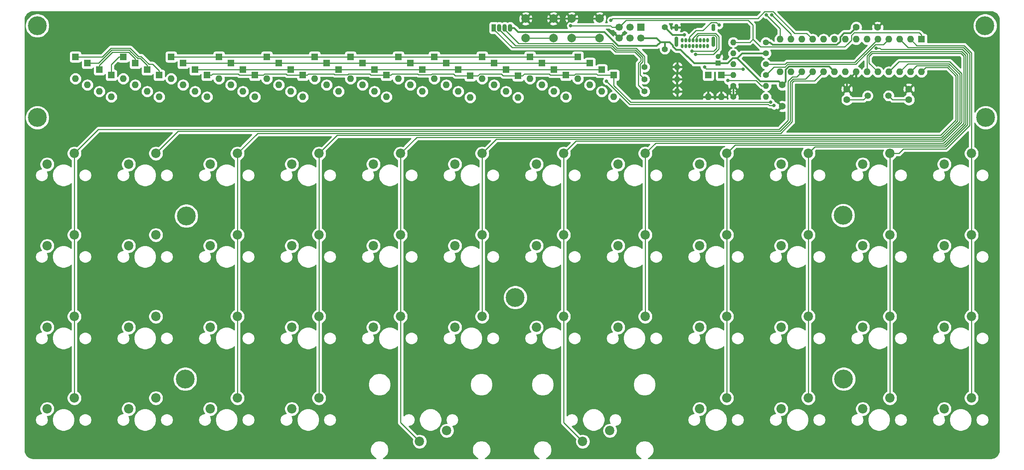
<source format=gbr>
G04 #@! TF.GenerationSoftware,KiCad,Pcbnew,(5.1.4-0-10_14)*
G04 #@! TF.CreationDate,2019-12-01T00:02:32-05:00*
G04 #@! TF.ProjectId,Negligence,4e65676c-6967-4656-9e63-652e6b696361,rev?*
G04 #@! TF.SameCoordinates,Original*
G04 #@! TF.FileFunction,Copper,L2,Bot*
G04 #@! TF.FilePolarity,Positive*
%FSLAX46Y46*%
G04 Gerber Fmt 4.6, Leading zero omitted, Abs format (unit mm)*
G04 Created by KiCad (PCBNEW (5.1.4-0-10_14)) date 2019-12-01 00:02:32*
%MOMM*%
%LPD*%
G04 APERTURE LIST*
%ADD10C,1.400000*%
%ADD11O,1.400000X1.400000*%
%ADD12O,1.070000X1.800000*%
%ADD13R,1.070000X1.800000*%
%ADD14C,4.400000*%
%ADD15O,1.600000X1.600000*%
%ADD16R,1.600000X1.600000*%
%ADD17C,2.200000*%
%ADD18C,1.700000*%
%ADD19R,1.700000X1.700000*%
%ADD20R,1.200000X1.200000*%
%ADD21C,1.200000*%
%ADD22C,1.600000*%
%ADD23C,1.500000*%
%ADD24O,0.650000X1.000000*%
%ADD25O,0.900000X2.400000*%
%ADD26O,0.900000X1.700000*%
%ADD27C,2.000000*%
%ADD28C,0.800000*%
%ADD29C,0.400000*%
%ADD30C,0.254000*%
G04 APERTURE END LIST*
D10*
X158623000Y-63627000D03*
D11*
X166243000Y-63627000D03*
D10*
X158575000Y-66482000D03*
D11*
X166195000Y-66482000D03*
D10*
X158623000Y-69342000D03*
D11*
X166243000Y-69342000D03*
D12*
X127190500Y-54483000D03*
X125920500Y-54483000D03*
X124650500Y-54483000D03*
D13*
X123380500Y-54483000D03*
D14*
X51308000Y-136525000D03*
X205105000Y-136525000D03*
X204978000Y-98298000D03*
X51562000Y-98425000D03*
X128397000Y-117475000D03*
D15*
X223266000Y-64770000D03*
X190246000Y-57150000D03*
X220726000Y-64770000D03*
X192786000Y-57150000D03*
X218186000Y-64770000D03*
X195326000Y-57150000D03*
X215646000Y-64770000D03*
X197866000Y-57150000D03*
X213106000Y-64770000D03*
X200406000Y-57150000D03*
X210566000Y-64770000D03*
X202946000Y-57150000D03*
X208026000Y-64770000D03*
X205486000Y-57150000D03*
X205486000Y-64770000D03*
X208026000Y-57150000D03*
X202946000Y-64770000D03*
X210566000Y-57150000D03*
X200406000Y-64770000D03*
X213106000Y-57150000D03*
X197866000Y-64770000D03*
X215646000Y-57150000D03*
X195326000Y-64770000D03*
X218186000Y-57150000D03*
X192786000Y-64770000D03*
X220726000Y-57150000D03*
X190246000Y-64770000D03*
D16*
X223266000Y-57150000D03*
D17*
X101600000Y-83820000D03*
X95250000Y-86360000D03*
D18*
X152654000Y-56896000D03*
X152654000Y-54356000D03*
X155194000Y-56896000D03*
X155194000Y-54356000D03*
X157734000Y-56896000D03*
D19*
X157734000Y-54356000D03*
D20*
X175768000Y-62714000D03*
D21*
X175768000Y-61214000D03*
D17*
X144145000Y-151130000D03*
X150495000Y-148590000D03*
X120650000Y-102870000D03*
X114300000Y-105410000D03*
X101600000Y-102870000D03*
X95250000Y-105410000D03*
D22*
X220345000Y-71270500D03*
X220345000Y-68770500D03*
X205867000Y-68770500D03*
X205867000Y-71270500D03*
X190754000Y-67818000D03*
X190754000Y-72818000D03*
X213026000Y-54356000D03*
X208026000Y-54356000D03*
D14*
X16764000Y-75438000D03*
X16764000Y-53975000D03*
X238252000Y-75438000D03*
X238125000Y-53975000D03*
D17*
X106045000Y-151130000D03*
X112395000Y-148590000D03*
D23*
X210702500Y-70326250D03*
X215582500Y-70326250D03*
D24*
X171645500Y-58729000D03*
X173345500Y-58729000D03*
X172495500Y-58729000D03*
X170795500Y-58729000D03*
X169945500Y-58729000D03*
X169095500Y-58729000D03*
X168245500Y-58729000D03*
X167395500Y-58729000D03*
X173345500Y-57404000D03*
X172490500Y-57404000D03*
X171640500Y-57404000D03*
X170790500Y-57404000D03*
X169940500Y-57404000D03*
X169090500Y-57404000D03*
X168240500Y-57404000D03*
X167390500Y-57404000D03*
D25*
X174695500Y-57749000D03*
X166045500Y-57749000D03*
D26*
X174695500Y-54369000D03*
X166045500Y-54369000D03*
D27*
X148082000Y-52324000D03*
X148082000Y-56824000D03*
X141582000Y-52324000D03*
X141582000Y-56824000D03*
X137310000Y-52324000D03*
X137310000Y-56824000D03*
X130810000Y-52324000D03*
X130810000Y-56824000D03*
D17*
X234950000Y-140970000D03*
X228600000Y-143510000D03*
X215900000Y-140970000D03*
X209550000Y-143510000D03*
X196850000Y-140970000D03*
X190500000Y-143510000D03*
X177800000Y-140970000D03*
X171450000Y-143510000D03*
X82550000Y-140970000D03*
X76200000Y-143510000D03*
X63500000Y-140970000D03*
X57150000Y-143510000D03*
X44450000Y-140970000D03*
X38100000Y-143510000D03*
X25400000Y-140970000D03*
X19050000Y-143510000D03*
X234950000Y-121920000D03*
X228600000Y-124460000D03*
X215900000Y-121920000D03*
X209550000Y-124460000D03*
X196850000Y-121920000D03*
X190500000Y-124460000D03*
X177800000Y-121920000D03*
X171450000Y-124460000D03*
X158750000Y-121920000D03*
X152400000Y-124460000D03*
X139700000Y-121920000D03*
X133350000Y-124460000D03*
X120650000Y-121920000D03*
X114300000Y-124460000D03*
X101600000Y-121920000D03*
X95250000Y-124460000D03*
X82550000Y-121920000D03*
X76200000Y-124460000D03*
X63500000Y-121920000D03*
X57150000Y-124460000D03*
X44450000Y-121920000D03*
X38100000Y-124460000D03*
X25400000Y-121920000D03*
X19050000Y-124460000D03*
X234950000Y-102870000D03*
X228600000Y-105410000D03*
X215900000Y-102870000D03*
X209550000Y-105410000D03*
X196850000Y-102870000D03*
X190500000Y-105410000D03*
X177800000Y-102870000D03*
X171450000Y-105410000D03*
X158750000Y-102870000D03*
X152400000Y-105410000D03*
X139700000Y-102870000D03*
X133350000Y-105410000D03*
X82550000Y-102870000D03*
X76200000Y-105410000D03*
X63500000Y-102870000D03*
X57150000Y-105410000D03*
X44450000Y-102870000D03*
X38100000Y-105410000D03*
X25400000Y-102870000D03*
X19050000Y-105410000D03*
X234950000Y-83820000D03*
X228600000Y-86360000D03*
X215900000Y-83820000D03*
X209550000Y-86360000D03*
X196850000Y-83820000D03*
X190500000Y-86360000D03*
X177800000Y-83820000D03*
X171450000Y-86360000D03*
X158750000Y-83820000D03*
X152400000Y-86360000D03*
X139700000Y-83820000D03*
X133350000Y-86360000D03*
X120650000Y-83820000D03*
X114300000Y-86360000D03*
X82550000Y-83820000D03*
X76200000Y-86360000D03*
X63500000Y-83820000D03*
X57150000Y-86360000D03*
X44450000Y-83820000D03*
X38100000Y-86360000D03*
X25400000Y-83820000D03*
X19050000Y-86360000D03*
D10*
X186944000Y-65532000D03*
D11*
X179324000Y-65532000D03*
D10*
X186944000Y-62992000D03*
D11*
X179324000Y-62992000D03*
D10*
X179324000Y-68072000D03*
D11*
X186944000Y-68072000D03*
D10*
X179324000Y-70612000D03*
D11*
X186944000Y-70612000D03*
D10*
X186944000Y-60452000D03*
D11*
X179324000Y-60452000D03*
D10*
X186909499Y-57848500D03*
D11*
X179289499Y-57848500D03*
D10*
X163322000Y-54356000D03*
X163322000Y-59456000D03*
D15*
X176530000Y-70612000D03*
D16*
X176530000Y-65532000D03*
D15*
X173482000Y-70612000D03*
D16*
X173482000Y-65532000D03*
D15*
X151384000Y-70612000D03*
D16*
X151384000Y-65532000D03*
D15*
X140208000Y-70612000D03*
D16*
X140208000Y-65532000D03*
D15*
X129032000Y-70739000D03*
D16*
X129032000Y-65659000D03*
D15*
X117856000Y-70739000D03*
D16*
X117856000Y-65659000D03*
X98298000Y-65532000D03*
D15*
X98298000Y-70612000D03*
D16*
X78740000Y-65532000D03*
D15*
X78740000Y-70612000D03*
X67564000Y-70612000D03*
D16*
X67564000Y-65532000D03*
D15*
X56388000Y-70612000D03*
D16*
X56388000Y-65532000D03*
D15*
X36830000Y-66350000D03*
D16*
X36830000Y-61270000D03*
D15*
X34036000Y-70612000D03*
D16*
X34036000Y-65532000D03*
D15*
X148590000Y-69342000D03*
D16*
X148590000Y-64262000D03*
D15*
X137414000Y-69342000D03*
D16*
X137414000Y-64262000D03*
D15*
X126238000Y-69342000D03*
D16*
X126238000Y-64262000D03*
D15*
X115062000Y-69342000D03*
D16*
X115062000Y-64262000D03*
D15*
X106680000Y-69342000D03*
D16*
X106680000Y-64262000D03*
D15*
X95504000Y-69342000D03*
D16*
X95504000Y-64262000D03*
D15*
X87122000Y-69342000D03*
D16*
X87122000Y-64262000D03*
D15*
X75946000Y-69342000D03*
D16*
X75946000Y-64262000D03*
D15*
X64770000Y-69342000D03*
D16*
X64770000Y-64262000D03*
D15*
X53594000Y-69342000D03*
D16*
X53594000Y-64262000D03*
D15*
X39624000Y-67818000D03*
D16*
X39624000Y-62738000D03*
D15*
X31242000Y-69342000D03*
D16*
X31242000Y-64262000D03*
D15*
X145796000Y-67818000D03*
D16*
X145796000Y-62738000D03*
D15*
X134620000Y-67818000D03*
D16*
X134620000Y-62738000D03*
D15*
X123444000Y-67818000D03*
D16*
X123444000Y-62738000D03*
D15*
X112268000Y-67818000D03*
D16*
X112268000Y-62738000D03*
D15*
X103886000Y-67818000D03*
D16*
X103886000Y-62738000D03*
D15*
X92710000Y-67818000D03*
D16*
X92710000Y-62738000D03*
D15*
X84328000Y-67818000D03*
D16*
X84328000Y-62738000D03*
D15*
X73152000Y-67818000D03*
D16*
X73152000Y-62738000D03*
D15*
X61976000Y-67818000D03*
D16*
X61976000Y-62738000D03*
D15*
X50800000Y-67818000D03*
D16*
X50800000Y-62738000D03*
D15*
X42418000Y-69342000D03*
D16*
X42418000Y-64262000D03*
X28448000Y-62738000D03*
D15*
X28448000Y-67818000D03*
X143002000Y-66350000D03*
D16*
X143002000Y-61270000D03*
D15*
X131826000Y-66350000D03*
D16*
X131826000Y-61270000D03*
D15*
X120650000Y-66350000D03*
D16*
X120650000Y-61270000D03*
D15*
X109474000Y-66350000D03*
D16*
X109474000Y-61270000D03*
D15*
X101092000Y-66350000D03*
D16*
X101092000Y-61270000D03*
X89916000Y-61270000D03*
D15*
X89916000Y-66350000D03*
X81534000Y-66350000D03*
D16*
X81534000Y-61270000D03*
X70358000Y-61270000D03*
D15*
X70358000Y-66350000D03*
X59182000Y-66350000D03*
D16*
X59182000Y-61270000D03*
D15*
X48006000Y-66350000D03*
D16*
X48006000Y-61270000D03*
D15*
X45212000Y-70612000D03*
D16*
X45212000Y-65532000D03*
D15*
X25654000Y-66350000D03*
D16*
X25654000Y-61270000D03*
D28*
X183896000Y-58547000D03*
X179959000Y-54737000D03*
X186182000Y-54864000D03*
X191770000Y-60579000D03*
X195326000Y-60579000D03*
X197866000Y-60579000D03*
X201930000Y-60579000D03*
X183388000Y-62865000D03*
X176403000Y-67818000D03*
X170434000Y-54356000D03*
X207010000Y-59309000D03*
X214630000Y-62230000D03*
X231648000Y-61849000D03*
X182245000Y-68199000D03*
X154813000Y-51054000D03*
X157734000Y-51054000D03*
X160782000Y-51054000D03*
X48006000Y-64008000D03*
X50800000Y-65532000D03*
X53594000Y-67183000D03*
X56388000Y-68453000D03*
X45212000Y-61722000D03*
X209550000Y-63246000D03*
X209804000Y-59182000D03*
X188341000Y-51450980D03*
X187071000Y-51450980D03*
X188849000Y-72644000D03*
X149733000Y-66929000D03*
X188087000Y-71882000D03*
X169672000Y-59944000D03*
X170504051Y-60671000D03*
X167894000Y-56134000D03*
X141351000Y-53975000D03*
X172599067Y-63677999D03*
X181610000Y-64135000D03*
X176022000Y-53848000D03*
X178054000Y-66802000D03*
X212671101Y-59255101D03*
X150749000Y-52705000D03*
D29*
X173482000Y-70612000D02*
X176530000Y-70612000D01*
X205867000Y-66929000D02*
X205867000Y-68770500D01*
X208026000Y-64770000D02*
X205867000Y-66929000D01*
X130810000Y-52324000D02*
X148082000Y-52324000D01*
X179324000Y-70612000D02*
X179324000Y-68072000D01*
X205174315Y-60579000D02*
X202495685Y-60579000D01*
X202495685Y-60579000D02*
X201930000Y-60579000D01*
X206444315Y-59309000D02*
X205174315Y-60579000D01*
X207010000Y-59309000D02*
X206444315Y-59309000D01*
X201930000Y-60579000D02*
X191770000Y-60579000D01*
D30*
X209758250Y-71270500D02*
X205867000Y-71270500D01*
X210702500Y-70326250D02*
X209758250Y-71270500D01*
X216526750Y-71270500D02*
X215582500Y-70326250D01*
X220345000Y-71270500D02*
X216526750Y-71270500D01*
D29*
X206756000Y-55626000D02*
X208026000Y-54356000D01*
X163322000Y-57912000D02*
X163322000Y-59456000D01*
X163195000Y-57785000D02*
X163322000Y-57912000D01*
X179135997Y-61552001D02*
X180255999Y-61552001D01*
X177973998Y-62714000D02*
X179135997Y-61552001D01*
X175768000Y-62714000D02*
X177973998Y-62714000D01*
X181356000Y-60452000D02*
X186944000Y-60452000D01*
X180255999Y-61552001D02*
X181356000Y-60452000D01*
X206701656Y-55680344D02*
X206756000Y-55626000D01*
X180255999Y-61552001D02*
X180255999Y-61637999D01*
X189954001Y-67018001D02*
X190754000Y-67818000D01*
X189907999Y-66971999D02*
X189954001Y-67018001D01*
X185589999Y-66971999D02*
X189907999Y-66971999D01*
X180255999Y-61637999D02*
X185589999Y-66971999D01*
X170204000Y-62714000D02*
X175768000Y-62714000D01*
X167005000Y-59563000D02*
X170180000Y-62738000D01*
X165195490Y-58851085D02*
X165907405Y-59563000D01*
X165907405Y-59563000D02*
X167005000Y-59563000D01*
X165195490Y-58515490D02*
X165195490Y-58851085D01*
X170180000Y-62738000D02*
X170204000Y-62714000D01*
X164465000Y-57785000D02*
X165195490Y-58515490D01*
X163195000Y-57785000D02*
X164465000Y-57785000D01*
X187899448Y-57848500D02*
X188451938Y-58400990D01*
X186909499Y-57848500D02*
X187899448Y-57848500D01*
X204285999Y-56573999D02*
X205179654Y-55680344D01*
X205179654Y-55680344D02*
X206701656Y-55680344D01*
X204285999Y-57586003D02*
X204285999Y-56573999D01*
X203471012Y-58400990D02*
X204285999Y-57586003D01*
X188451938Y-58400990D02*
X203471012Y-58400990D01*
X191553999Y-64225999D02*
X192279998Y-63500000D01*
X191553999Y-67018001D02*
X191553999Y-64225999D01*
X190754000Y-67818000D02*
X191553999Y-67018001D01*
X201676000Y-63500000D02*
X202946000Y-64770000D01*
X192279998Y-63500000D02*
X201676000Y-63500000D01*
X163195000Y-57785000D02*
X162306000Y-57785000D01*
X161417000Y-56896000D02*
X157734000Y-56896000D01*
X162306000Y-57785000D02*
X161417000Y-56896000D01*
X161417000Y-58674000D02*
X162306000Y-57785000D01*
X128125500Y-54483000D02*
X129066499Y-55423999D01*
X152400000Y-58674000D02*
X161417000Y-58674000D01*
X149149999Y-55423999D02*
X152400000Y-58674000D01*
X129066499Y-55423999D02*
X149149999Y-55423999D01*
X127190500Y-54483000D02*
X128125500Y-54483000D01*
D30*
X45212000Y-64478000D02*
X45212000Y-65532000D01*
X43726000Y-62992000D02*
X45212000Y-64478000D01*
X42844066Y-62992000D02*
X43726000Y-62992000D01*
X41009056Y-61156989D02*
X41275009Y-61422943D01*
X41275009Y-61422943D02*
X42844066Y-62992000D01*
X40381122Y-61156989D02*
X41009056Y-61156989D01*
X38459114Y-59234981D02*
X40381122Y-61156989D01*
X38083000Y-59234979D02*
X38459114Y-59234981D01*
X33930887Y-59234979D02*
X38083000Y-59234979D01*
X31895867Y-61270000D02*
X33930887Y-59234979D01*
X25654000Y-61270000D02*
X31895867Y-61270000D01*
X48006000Y-61270000D02*
X143002000Y-61270000D01*
X192786000Y-55895980D02*
X192786000Y-57150000D01*
X188341000Y-51450980D02*
X192786000Y-55895980D01*
X42418000Y-63208000D02*
X42418000Y-64262000D01*
X40820999Y-61610999D02*
X42418000Y-63208000D01*
X40193065Y-61610999D02*
X40820999Y-61610999D01*
X38537009Y-59954943D02*
X40193065Y-61610999D01*
X38271056Y-59688989D02*
X38537009Y-59954943D01*
X34118944Y-59688989D02*
X38271056Y-59688989D01*
X28448000Y-62738000D02*
X31069934Y-62738000D01*
X31069934Y-62738000D02*
X34118944Y-59688989D01*
X50800000Y-62738000D02*
X61976000Y-62738000D01*
X61976000Y-62738000D02*
X145796000Y-62738000D01*
X190246000Y-54625980D02*
X190246000Y-57150000D01*
X187071000Y-51450980D02*
X190246000Y-54625980D01*
X39624000Y-61684000D02*
X39624000Y-62738000D01*
X38082999Y-60142999D02*
X39624000Y-61684000D01*
X34307001Y-60142999D02*
X38082999Y-60142999D01*
X31242000Y-64262000D02*
X31242000Y-63208000D01*
X31242000Y-63208000D02*
X34307001Y-60142999D01*
X53594000Y-64262000D02*
X64770000Y-64262000D01*
X148590000Y-64262000D02*
X64770000Y-64262000D01*
X187465048Y-72336010D02*
X187773038Y-72644000D01*
X155140010Y-72336010D02*
X187465048Y-72336010D01*
X187773038Y-72644000D02*
X188849000Y-72644000D01*
X149733000Y-66929000D02*
X155140010Y-72336010D01*
X173355000Y-71882000D02*
X173101000Y-71882000D01*
X187521315Y-71882000D02*
X173355000Y-71882000D01*
X188087000Y-71882000D02*
X187521315Y-71882000D01*
X35776000Y-61270000D02*
X36830000Y-61270000D01*
X34036000Y-65532000D02*
X34036000Y-63010000D01*
X34036000Y-63010000D02*
X35776000Y-61270000D01*
X66510000Y-65532000D02*
X67564000Y-65532000D01*
X63952000Y-65532000D02*
X66510000Y-65532000D01*
X63642999Y-65222999D02*
X63952000Y-65532000D01*
X57751001Y-65222999D02*
X63642999Y-65222999D01*
X57442000Y-65532000D02*
X57751001Y-65222999D01*
X56388000Y-65532000D02*
X57442000Y-65532000D01*
X77686000Y-65532000D02*
X78740000Y-65532000D01*
X75128000Y-65532000D02*
X77686000Y-65532000D01*
X74818999Y-65222999D02*
X75128000Y-65532000D01*
X69817039Y-65222999D02*
X74818999Y-65222999D01*
X69508038Y-65532000D02*
X69817039Y-65222999D01*
X67564000Y-65532000D02*
X69508038Y-65532000D01*
X97244000Y-65532000D02*
X98298000Y-65532000D01*
X89375039Y-65222999D02*
X94376999Y-65222999D01*
X94376999Y-65222999D02*
X94686000Y-65532000D01*
X86161001Y-65389001D02*
X89209037Y-65389001D01*
X85994999Y-65222999D02*
X86161001Y-65389001D01*
X80103001Y-65222999D02*
X85994999Y-65222999D01*
X94686000Y-65532000D02*
X97244000Y-65532000D01*
X89209037Y-65389001D02*
X89375039Y-65222999D01*
X79794000Y-65532000D02*
X80103001Y-65222999D01*
X78740000Y-65532000D02*
X79794000Y-65532000D01*
X108751038Y-65405000D02*
X108933039Y-65222999D01*
X113934999Y-65222999D02*
X114371000Y-65659000D01*
X108933039Y-65222999D02*
X113934999Y-65222999D01*
X105735000Y-65405000D02*
X108751038Y-65405000D01*
X105552999Y-65222999D02*
X105735000Y-65405000D01*
X116802000Y-65659000D02*
X117856000Y-65659000D01*
X99661001Y-65222999D02*
X105552999Y-65222999D01*
X99352000Y-65532000D02*
X99661001Y-65222999D01*
X114371000Y-65659000D02*
X116802000Y-65659000D01*
X98298000Y-65532000D02*
X99352000Y-65532000D01*
X127978000Y-65659000D02*
X129032000Y-65659000D01*
X125547000Y-65659000D02*
X127978000Y-65659000D01*
X120109039Y-65222999D02*
X125110999Y-65222999D01*
X125110999Y-65222999D02*
X125547000Y-65659000D01*
X119673038Y-65659000D02*
X120109039Y-65222999D01*
X117856000Y-65659000D02*
X119673038Y-65659000D01*
X139154000Y-65532000D02*
X140208000Y-65532000D01*
X136596000Y-65532000D02*
X139154000Y-65532000D01*
X136286999Y-65222999D02*
X136596000Y-65532000D01*
X130086000Y-65659000D02*
X130522001Y-65222999D01*
X130522001Y-65222999D02*
X136286999Y-65222999D01*
X129032000Y-65659000D02*
X130086000Y-65659000D01*
X150330000Y-65532000D02*
X151384000Y-65532000D01*
X147671398Y-65532000D02*
X150330000Y-65532000D01*
X147362397Y-65222999D02*
X147671398Y-65532000D01*
X142461039Y-65222999D02*
X147362397Y-65222999D01*
X142152038Y-65532000D02*
X142461039Y-65222999D01*
X140208000Y-65532000D02*
X142152038Y-65532000D01*
X172974000Y-71882000D02*
X173355000Y-71882000D01*
X155328066Y-71882000D02*
X172974000Y-71882000D01*
X151384000Y-67937934D02*
X155328066Y-71882000D01*
X151384000Y-65532000D02*
X151384000Y-67937934D01*
X170790500Y-56650000D02*
X171218510Y-56221990D01*
X175472510Y-56677152D02*
X175472510Y-58820848D01*
X175017348Y-56221990D02*
X175472510Y-56677152D01*
X171218510Y-56221990D02*
X175017348Y-56221990D01*
X170790500Y-57404000D02*
X170790500Y-56650000D01*
X175472510Y-58820848D02*
X175472510Y-59223490D01*
X174752000Y-59944000D02*
X169672000Y-59944000D01*
X175472510Y-59223490D02*
X174752000Y-59944000D01*
X169940500Y-56857935D02*
X169940500Y-57404000D01*
X171030453Y-55767980D02*
X169940500Y-56857935D01*
X175205405Y-55767980D02*
X171030453Y-55767980D01*
X175926520Y-56489095D02*
X175205405Y-55767980D01*
X175926520Y-59411546D02*
X175926520Y-56489095D01*
X174667066Y-60671000D02*
X175926520Y-59411546D01*
X170504051Y-60671000D02*
X174667066Y-60671000D01*
X176530000Y-65532000D02*
X179324000Y-65532000D01*
D29*
X165100000Y-56134000D02*
X163322000Y-54356000D01*
X167894000Y-56134000D02*
X165100000Y-56134000D01*
D30*
X183197500Y-57848500D02*
X179289499Y-57848500D01*
X183896000Y-57150000D02*
X183197500Y-57848500D01*
X130810000Y-56824000D02*
X137310000Y-56824000D01*
X182820980Y-52737980D02*
X183896000Y-53813000D01*
X154272020Y-52737980D02*
X182820980Y-52737980D01*
X152654000Y-54356000D02*
X154272020Y-52737980D01*
X222796000Y-55626000D02*
X223266000Y-56096000D01*
X207518000Y-55626000D02*
X222796000Y-55626000D01*
X206898999Y-56245001D02*
X207518000Y-55626000D01*
X206898999Y-57404000D02*
X206898999Y-56245001D01*
X206065499Y-58237499D02*
X206898999Y-57404000D01*
X223266000Y-56096000D02*
X223266000Y-57150000D01*
X206049501Y-58237499D02*
X206065499Y-58237499D01*
X205359000Y-58928000D02*
X206049501Y-58237499D01*
X185674000Y-58928000D02*
X205359000Y-58928000D01*
X183896000Y-57150000D02*
X185674000Y-58928000D01*
X183896000Y-53813000D02*
X183896000Y-57150000D01*
X151015998Y-54356000D02*
X152654000Y-54356000D01*
X150634998Y-53975000D02*
X151015998Y-54356000D01*
X141351000Y-53975000D02*
X150634998Y-53975000D01*
X172999066Y-64077998D02*
X180651002Y-64077998D01*
X172599067Y-63677999D02*
X172999066Y-64077998D01*
X181552998Y-64077998D02*
X181610000Y-64135000D01*
X180651002Y-64077998D02*
X181552998Y-64077998D01*
X169090500Y-56650000D02*
X170622500Y-55118000D01*
X169090500Y-57404000D02*
X169090500Y-56650000D01*
X170622500Y-55118000D02*
X172212000Y-55118000D01*
X175365990Y-53191990D02*
X176022000Y-53848000D01*
X174138010Y-53191990D02*
X175365990Y-53191990D01*
X172212000Y-55118000D02*
X174138010Y-53191990D01*
X185944696Y-68072000D02*
X186944000Y-68072000D01*
X184674696Y-66802000D02*
X185944696Y-68072000D01*
X178054000Y-66802000D02*
X184674696Y-66802000D01*
X188779011Y-62992000D02*
X186944000Y-62992000D01*
X191400627Y-62992000D02*
X188779011Y-62992000D01*
X191873647Y-62518980D02*
X191400627Y-62992000D01*
X211836000Y-58420000D02*
X211828934Y-58420000D01*
X207729954Y-62518980D02*
X191873647Y-62518980D01*
X211828934Y-58420000D02*
X207729954Y-62518980D01*
X213106000Y-57150000D02*
X211836000Y-58420000D01*
X212478066Y-58420000D02*
X210700066Y-60198000D01*
X214376000Y-58420000D02*
X212478066Y-58420000D01*
X210700066Y-60198000D02*
X210693000Y-60198000D01*
X215646000Y-57150000D02*
X214376000Y-58420000D01*
X210192066Y-60706000D02*
X210700066Y-60198000D01*
X210185000Y-60706000D02*
X210192066Y-60706000D01*
X191391695Y-63642999D02*
X192061704Y-62972990D01*
X207918010Y-62972990D02*
X210185000Y-60706000D01*
X192061704Y-62972990D02*
X207918010Y-62972990D01*
X188833001Y-63642999D02*
X191391695Y-63642999D01*
X186944000Y-65532000D02*
X188833001Y-63642999D01*
X31010090Y-78209910D02*
X25400000Y-83820000D01*
X190014090Y-78209910D02*
X31010090Y-78209910D01*
X194183000Y-65913000D02*
X193167000Y-65913000D01*
X192151000Y-76073000D02*
X190014090Y-78209910D01*
X195326000Y-64770000D02*
X194183000Y-65913000D01*
X192151000Y-66929000D02*
X192151000Y-76073000D01*
X193167000Y-65913000D02*
X192151000Y-66929000D01*
X25400000Y-83820000D02*
X25400000Y-140970000D01*
X49606080Y-78663920D02*
X44450000Y-83820000D01*
X190195080Y-78663920D02*
X49606080Y-78663920D01*
X190246000Y-78613000D02*
X190195080Y-78663920D01*
X192339056Y-76527010D02*
X190253066Y-78613000D01*
X197866000Y-64770000D02*
X196215000Y-66421000D01*
X193301066Y-66421000D02*
X192605010Y-67117056D01*
X192605010Y-76261057D02*
X192339056Y-76527010D01*
X190253066Y-78613000D02*
X190246000Y-78613000D01*
X192605010Y-67117056D02*
X192605010Y-76261057D01*
X196215000Y-66421000D02*
X193301066Y-66421000D01*
X190390203Y-79117930D02*
X68202070Y-79117930D01*
X193059018Y-76449115D02*
X190390203Y-79117930D01*
X193059020Y-67305112D02*
X193059020Y-76073001D01*
X193059020Y-76073001D02*
X193059018Y-76449115D01*
X193489122Y-66875010D02*
X193059020Y-67305112D01*
X68202070Y-79117930D02*
X63500000Y-83820000D01*
X198300990Y-66875010D02*
X193489122Y-66875010D01*
X200406000Y-64770000D02*
X198300990Y-66875010D01*
X63500000Y-83820000D02*
X63500000Y-140970000D01*
X86798060Y-79571940D02*
X82550000Y-83820000D01*
X229340802Y-63754000D02*
X231317920Y-65731118D01*
X231317920Y-75972618D02*
X227718598Y-79571940D01*
X231317920Y-65731118D02*
X231317920Y-75972618D01*
X224282000Y-63754000D02*
X229340802Y-63754000D01*
X227718598Y-79571940D02*
X86798060Y-79571940D01*
X223266000Y-64770000D02*
X224282000Y-63754000D01*
X82550000Y-140970000D02*
X82550000Y-83820000D01*
X227906654Y-80025950D02*
X105394050Y-80025950D01*
X231771930Y-76160674D02*
X227906654Y-80025950D01*
X231771930Y-65543062D02*
X231771930Y-76160674D01*
X105394050Y-80025950D02*
X101600000Y-83820000D01*
X229528858Y-63299990D02*
X231771930Y-65543062D01*
X222196009Y-63299991D02*
X229528858Y-63299990D01*
X220726000Y-64770000D02*
X222196009Y-63299991D01*
X101600000Y-83820000D02*
X101600000Y-121920000D01*
X101600000Y-146685000D02*
X106045000Y-151130000D01*
X101600000Y-121920000D02*
X101600000Y-146685000D01*
X123990040Y-80479960D02*
X120650000Y-83820000D01*
X228094710Y-80479960D02*
X123990040Y-80479960D01*
X232225940Y-76348730D02*
X228094710Y-80479960D01*
X232225940Y-65355006D02*
X232225940Y-76348730D01*
X218186000Y-64770000D02*
X220110018Y-62845982D01*
X229716914Y-62845980D02*
X232225940Y-65355006D01*
X224540886Y-62845980D02*
X229716914Y-62845980D01*
X224540884Y-62845982D02*
X224540886Y-62845980D01*
X220110018Y-62845982D02*
X224540884Y-62845982D01*
X120650000Y-121920000D02*
X120650000Y-83820000D01*
X142586030Y-80933970D02*
X139700000Y-83820000D01*
X232679950Y-76536786D02*
X228282766Y-80933970D01*
X228282766Y-80933970D02*
X142586030Y-80933970D01*
X232679950Y-65166950D02*
X232679950Y-76536786D01*
X229904970Y-62391970D02*
X232679950Y-65166950D01*
X215646000Y-64770000D02*
X218024027Y-62391973D01*
X224352826Y-62391973D02*
X224352829Y-62391970D01*
X218024027Y-62391973D02*
X224352826Y-62391973D01*
X224352829Y-62391970D02*
X229904970Y-62391970D01*
X139700000Y-83820000D02*
X139700000Y-121920000D01*
X139700000Y-146685000D02*
X144145000Y-151130000D01*
X139700000Y-121920000D02*
X139700000Y-146685000D01*
X228470822Y-81387980D02*
X161182020Y-81387980D01*
X233133960Y-76724842D02*
X228470822Y-81387980D01*
X233133960Y-61077224D02*
X233133960Y-76724842D01*
X232492848Y-60436112D02*
X233133960Y-61077224D01*
X161182020Y-81387980D02*
X158750000Y-83820000D01*
X211020010Y-62684010D02*
X211020010Y-61162188D01*
X211746086Y-60436112D02*
X232492848Y-60436112D01*
X211020010Y-61162188D02*
X211746086Y-60436112D01*
X213106000Y-64770000D02*
X211020010Y-62684010D01*
X158750000Y-121920000D02*
X158750000Y-83820000D01*
X179778010Y-81841990D02*
X177800000Y-83820000D01*
X228658878Y-81841990D02*
X179778010Y-81841990D01*
X233587970Y-76912898D02*
X228658878Y-81841990D01*
X233587970Y-60889168D02*
X233587970Y-76912898D01*
X232680905Y-59982102D02*
X233587970Y-60889168D01*
X211558030Y-59982102D02*
X232680905Y-59982102D01*
X210566000Y-60974132D02*
X211558030Y-59982102D01*
X210566000Y-64770000D02*
X210566000Y-60974132D01*
X177800000Y-83820000D02*
X177800000Y-140970000D01*
X198374000Y-82296000D02*
X196850000Y-83820000D01*
X228846934Y-82296000D02*
X198374000Y-82296000D01*
X213560101Y-59255101D02*
X213833092Y-59528092D01*
X232868962Y-59528092D02*
X234041980Y-60701112D01*
X212671101Y-59255101D02*
X213560101Y-59255101D01*
X234041980Y-60701112D02*
X234041980Y-77100954D01*
X234041980Y-77100954D02*
X228846934Y-82296000D01*
X213833092Y-59528092D02*
X232868962Y-59528092D01*
X196850000Y-83820000D02*
X196850000Y-140970000D01*
X218005010Y-83820000D02*
X215900000Y-83820000D01*
X219075000Y-82750010D02*
X218005010Y-83820000D01*
X234495990Y-77289010D02*
X229034990Y-82750010D01*
X234495990Y-60513053D02*
X234495990Y-77289010D01*
X233057019Y-59074082D02*
X234495990Y-60513053D01*
X229034990Y-82750010D02*
X219075000Y-82750010D01*
X220110082Y-59074082D02*
X233057019Y-59074082D01*
X218186000Y-57150000D02*
X220110082Y-59074082D01*
X215900000Y-87996038D02*
X215900000Y-83820000D01*
X215900000Y-140970000D02*
X215900000Y-87996038D01*
X234950000Y-60325000D02*
X234950000Y-83820000D01*
X234950000Y-60324996D02*
X234950000Y-60325000D01*
X233245076Y-58620072D02*
X234950000Y-60324996D01*
X222196072Y-58620072D02*
X233245076Y-58620072D01*
X220726000Y-57150000D02*
X222196072Y-58620072D01*
X234950000Y-83820000D02*
X234950000Y-140970000D01*
X141582000Y-56642000D02*
X148082000Y-56642000D01*
X151170030Y-52283970D02*
X185079030Y-52283970D01*
X150749000Y-52705000D02*
X151170030Y-52283970D01*
X186639021Y-50723979D02*
X188645979Y-50723979D01*
X185079030Y-52283970D02*
X186639021Y-50723979D01*
X188645979Y-50723979D02*
X193675000Y-55753000D01*
X196469000Y-55753000D02*
X197866000Y-57150000D01*
X193675000Y-55753000D02*
X196469000Y-55753000D01*
X125857000Y-53975000D02*
X125857000Y-54289066D01*
X158623000Y-61150500D02*
X158623000Y-63627000D01*
X151131697Y-58151001D02*
X152181706Y-59201010D01*
X152181706Y-59201010D02*
X156673510Y-59201010D01*
X129223501Y-58151001D02*
X151131697Y-58151001D01*
X156673510Y-59201010D02*
X158623000Y-61150500D01*
X125920500Y-54848000D02*
X129223501Y-58151001D01*
X125920500Y-54483000D02*
X125920500Y-54848000D01*
X124587000Y-53975000D02*
X124587000Y-54340000D01*
X157607000Y-65514000D02*
X158559500Y-66466500D01*
X157607000Y-64198500D02*
X157607000Y-65514000D01*
X157595999Y-64187499D02*
X157607000Y-64198500D01*
X157595999Y-62929991D02*
X157595999Y-64187499D01*
X158168990Y-62357000D02*
X157595999Y-62929991D01*
X151993649Y-59655020D02*
X156485454Y-59655020D01*
X150943641Y-58605011D02*
X151993649Y-59655020D01*
X158168990Y-61338556D02*
X158168990Y-62357000D01*
X128407511Y-58605011D02*
X150943641Y-58605011D01*
X124650500Y-54483000D02*
X124650500Y-54848000D01*
X124650500Y-54848000D02*
X128407511Y-58605011D01*
X156485454Y-59655020D02*
X158168990Y-61338556D01*
X123317000Y-53975000D02*
X123317000Y-54289066D01*
X157141990Y-67860990D02*
X158623000Y-69342000D01*
X157141990Y-62741934D02*
X157141990Y-67860990D01*
X157714980Y-62168944D02*
X157141990Y-62741934D01*
X127642455Y-59059021D02*
X150755585Y-59059021D01*
X157714980Y-61526612D02*
X157714980Y-62168944D01*
X123380500Y-54797066D02*
X127642455Y-59059021D01*
X151005564Y-59309000D02*
X151805592Y-60109030D01*
X123380500Y-54483000D02*
X123380500Y-54797066D01*
X150755585Y-59061585D02*
X151003000Y-59309000D01*
X151805592Y-60109030D02*
X156297398Y-60109030D01*
X151003000Y-59309000D02*
X151005564Y-59309000D01*
X150755585Y-59059021D02*
X150755585Y-59061585D01*
X156297398Y-60109030D02*
X157714980Y-61526612D01*
G36*
X184763400Y-51521970D02*
G01*
X151207452Y-51521970D01*
X151170029Y-51518284D01*
X151132606Y-51521970D01*
X151132604Y-51521970D01*
X151020652Y-51532996D01*
X150877015Y-51576568D01*
X150744638Y-51647325D01*
X150717008Y-51670000D01*
X150647061Y-51670000D01*
X150447102Y-51709774D01*
X150258744Y-51787795D01*
X150089226Y-51901063D01*
X149945063Y-52045226D01*
X149831795Y-52214744D01*
X149753774Y-52403102D01*
X149714000Y-52603061D01*
X149714000Y-52806939D01*
X149753774Y-53006898D01*
X149831795Y-53195256D01*
X149843651Y-53213000D01*
X149401868Y-53213000D01*
X149481814Y-53184044D01*
X149622704Y-52894429D01*
X149704384Y-52582892D01*
X149723718Y-52261405D01*
X149679961Y-51942325D01*
X149574795Y-51637912D01*
X149481814Y-51463956D01*
X149217413Y-51368192D01*
X148261605Y-52324000D01*
X148275748Y-52338143D01*
X148096143Y-52517748D01*
X148082000Y-52503605D01*
X148067858Y-52517748D01*
X147888253Y-52338143D01*
X147902395Y-52324000D01*
X146946587Y-51368192D01*
X146682186Y-51463956D01*
X146541296Y-51753571D01*
X146459616Y-52065108D01*
X146440282Y-52386595D01*
X146484039Y-52705675D01*
X146589205Y-53010088D01*
X146682186Y-53184044D01*
X146762132Y-53213000D01*
X142901868Y-53213000D01*
X142981814Y-53184044D01*
X143122704Y-52894429D01*
X143204384Y-52582892D01*
X143223718Y-52261405D01*
X143179961Y-51942325D01*
X143074795Y-51637912D01*
X142981814Y-51463956D01*
X142717413Y-51368192D01*
X141761605Y-52324000D01*
X141775748Y-52338143D01*
X141596143Y-52517748D01*
X141582000Y-52503605D01*
X141119917Y-52965688D01*
X141049102Y-52979774D01*
X140860744Y-53057795D01*
X140691226Y-53171063D01*
X140547063Y-53315226D01*
X140433795Y-53484744D01*
X140355774Y-53673102D01*
X140316000Y-53873061D01*
X140316000Y-54076939D01*
X140355774Y-54276898D01*
X140433795Y-54465256D01*
X140516477Y-54588999D01*
X129412367Y-54588999D01*
X128744945Y-53921578D01*
X128718791Y-53889709D01*
X128591646Y-53785364D01*
X128446587Y-53707828D01*
X128289189Y-53660082D01*
X128271453Y-53658335D01*
X128168026Y-53464838D01*
X128163574Y-53459413D01*
X129854192Y-53459413D01*
X129949956Y-53723814D01*
X130239571Y-53864704D01*
X130551108Y-53946384D01*
X130872595Y-53965718D01*
X131191675Y-53921961D01*
X131496088Y-53816795D01*
X131670044Y-53723814D01*
X131765808Y-53459413D01*
X136354192Y-53459413D01*
X136449956Y-53723814D01*
X136739571Y-53864704D01*
X137051108Y-53946384D01*
X137372595Y-53965718D01*
X137691675Y-53921961D01*
X137996088Y-53816795D01*
X138170044Y-53723814D01*
X138265808Y-53459413D01*
X137310000Y-52503605D01*
X136354192Y-53459413D01*
X131765808Y-53459413D01*
X130810000Y-52503605D01*
X129854192Y-53459413D01*
X128163574Y-53459413D01*
X128021818Y-53286682D01*
X127843661Y-53140474D01*
X127640405Y-53031831D01*
X127419859Y-52964929D01*
X127190500Y-52942339D01*
X126961140Y-52964929D01*
X126740594Y-53031831D01*
X126555500Y-53130766D01*
X126370405Y-53031831D01*
X126149859Y-52964929D01*
X125920500Y-52942339D01*
X125691140Y-52964929D01*
X125470594Y-53031831D01*
X125285500Y-53130766D01*
X125100405Y-53031831D01*
X124879859Y-52964929D01*
X124650500Y-52942339D01*
X124421140Y-52964929D01*
X124220243Y-53025870D01*
X124159680Y-52993498D01*
X124039982Y-52957188D01*
X123915500Y-52944928D01*
X122845500Y-52944928D01*
X122721018Y-52957188D01*
X122601320Y-52993498D01*
X122491006Y-53052463D01*
X122394315Y-53131815D01*
X122314963Y-53228506D01*
X122255998Y-53338820D01*
X122219688Y-53458518D01*
X122207428Y-53583000D01*
X122207428Y-55383000D01*
X122219688Y-55507482D01*
X122255998Y-55627180D01*
X122314963Y-55737494D01*
X122394315Y-55834185D01*
X122491006Y-55913537D01*
X122601320Y-55972502D01*
X122721018Y-56008812D01*
X122845500Y-56021072D01*
X123526876Y-56021072D01*
X127077171Y-59571367D01*
X127101033Y-59600443D01*
X127160058Y-59648883D01*
X127217062Y-59695666D01*
X127275101Y-59726688D01*
X127349440Y-59766423D01*
X127493077Y-59809995D01*
X127605029Y-59821021D01*
X127605032Y-59821021D01*
X127642455Y-59824707D01*
X127679878Y-59821021D01*
X150437392Y-59821021D01*
X150437712Y-59821342D01*
X150461578Y-59850422D01*
X150504951Y-59886017D01*
X151240312Y-60621381D01*
X151264170Y-60650452D01*
X151293240Y-60674309D01*
X151380198Y-60745674D01*
X151452288Y-60784207D01*
X151512577Y-60816432D01*
X151656214Y-60860004D01*
X151768166Y-60871030D01*
X151768168Y-60871030D01*
X151805591Y-60874716D01*
X151843014Y-60871030D01*
X155981768Y-60871030D01*
X156952980Y-61842242D01*
X156952980Y-61853313D01*
X156629643Y-62176651D01*
X156600568Y-62200512D01*
X156547162Y-62265588D01*
X156505345Y-62316542D01*
X156481062Y-62361973D01*
X156434588Y-62448920D01*
X156391016Y-62592557D01*
X156380863Y-62695648D01*
X156376304Y-62741934D01*
X156379990Y-62779357D01*
X156379991Y-67823557D01*
X156376304Y-67860990D01*
X156391017Y-68010368D01*
X156434589Y-68154005D01*
X156505345Y-68286382D01*
X156568492Y-68363326D01*
X156600569Y-68402412D01*
X156629639Y-68426269D01*
X157308886Y-69105516D01*
X157288000Y-69210514D01*
X157288000Y-69473486D01*
X157339304Y-69731405D01*
X157439939Y-69974359D01*
X157586038Y-70193013D01*
X157771987Y-70378962D01*
X157990641Y-70525061D01*
X158233595Y-70625696D01*
X158491514Y-70677000D01*
X158754486Y-70677000D01*
X159012405Y-70625696D01*
X159255359Y-70525061D01*
X159474013Y-70378962D01*
X159659962Y-70193013D01*
X159806061Y-69974359D01*
X159906696Y-69731405D01*
X159917850Y-69675329D01*
X164950284Y-69675329D01*
X164982953Y-69783044D01*
X165093208Y-70020392D01*
X165247649Y-70231670D01*
X165440340Y-70408759D01*
X165663877Y-70544853D01*
X165909670Y-70634722D01*
X166116000Y-70512201D01*
X166116000Y-69469000D01*
X166370000Y-69469000D01*
X166370000Y-70512201D01*
X166576330Y-70634722D01*
X166822123Y-70544853D01*
X167045660Y-70408759D01*
X167204304Y-70262960D01*
X172090091Y-70262960D01*
X172211376Y-70485000D01*
X173355000Y-70485000D01*
X173355000Y-69342085D01*
X173609000Y-69342085D01*
X173609000Y-70485000D01*
X174752624Y-70485000D01*
X174873909Y-70262960D01*
X175138091Y-70262960D01*
X175259376Y-70485000D01*
X176403000Y-70485000D01*
X176403000Y-69342085D01*
X176657000Y-69342085D01*
X176657000Y-70485000D01*
X177800624Y-70485000D01*
X177921909Y-70262960D01*
X177827070Y-69998119D01*
X177682385Y-69756869D01*
X177493414Y-69548481D01*
X177267420Y-69380963D01*
X177013087Y-69260754D01*
X176879039Y-69220096D01*
X176657000Y-69342085D01*
X176403000Y-69342085D01*
X176180961Y-69220096D01*
X176046913Y-69260754D01*
X175792580Y-69380963D01*
X175566586Y-69548481D01*
X175377615Y-69756869D01*
X175232930Y-69998119D01*
X175138091Y-70262960D01*
X174873909Y-70262960D01*
X174779070Y-69998119D01*
X174634385Y-69756869D01*
X174445414Y-69548481D01*
X174219420Y-69380963D01*
X173965087Y-69260754D01*
X173831039Y-69220096D01*
X173609000Y-69342085D01*
X173355000Y-69342085D01*
X173132961Y-69220096D01*
X172998913Y-69260754D01*
X172744580Y-69380963D01*
X172518586Y-69548481D01*
X172329615Y-69756869D01*
X172184930Y-69998119D01*
X172090091Y-70262960D01*
X167204304Y-70262960D01*
X167238351Y-70231670D01*
X167392792Y-70020392D01*
X167503047Y-69783044D01*
X167535716Y-69675329D01*
X167412374Y-69469000D01*
X166370000Y-69469000D01*
X166116000Y-69469000D01*
X165073626Y-69469000D01*
X164950284Y-69675329D01*
X159917850Y-69675329D01*
X159958000Y-69473486D01*
X159958000Y-69210514D01*
X159917851Y-69008671D01*
X164950284Y-69008671D01*
X165073626Y-69215000D01*
X166116000Y-69215000D01*
X166116000Y-68171799D01*
X166370000Y-68171799D01*
X166370000Y-69215000D01*
X167412374Y-69215000D01*
X167535716Y-69008671D01*
X167531045Y-68993269D01*
X178582336Y-68993269D01*
X178641797Y-69227037D01*
X178880242Y-69337934D01*
X178904701Y-69343893D01*
X178742634Y-69403065D01*
X178641797Y-69456963D01*
X178582336Y-69690731D01*
X179324000Y-70432395D01*
X180065664Y-69690731D01*
X180006203Y-69456963D01*
X179767758Y-69346066D01*
X179743299Y-69340107D01*
X179905366Y-69280935D01*
X180006203Y-69227037D01*
X180065664Y-68993269D01*
X179324000Y-68251605D01*
X178582336Y-68993269D01*
X167531045Y-68993269D01*
X167503047Y-68900956D01*
X167392792Y-68663608D01*
X167238351Y-68452330D01*
X167045660Y-68275241D01*
X166822123Y-68139147D01*
X166576330Y-68049278D01*
X166370000Y-68171799D01*
X166116000Y-68171799D01*
X165909670Y-68049278D01*
X165663877Y-68139147D01*
X165440340Y-68275241D01*
X165247649Y-68452330D01*
X165093208Y-68663608D01*
X164982953Y-68900956D01*
X164950284Y-69008671D01*
X159917851Y-69008671D01*
X159906696Y-68952595D01*
X159806061Y-68709641D01*
X159659962Y-68490987D01*
X159474013Y-68305038D01*
X159255359Y-68158939D01*
X159012405Y-68058304D01*
X158754486Y-68007000D01*
X158491514Y-68007000D01*
X158386516Y-68027886D01*
X158081003Y-67722372D01*
X158185595Y-67765696D01*
X158443514Y-67817000D01*
X158706486Y-67817000D01*
X158964405Y-67765696D01*
X159207359Y-67665061D01*
X159426013Y-67518962D01*
X159611962Y-67333013D01*
X159758061Y-67114359D01*
X159858696Y-66871405D01*
X159869850Y-66815329D01*
X164902284Y-66815329D01*
X164934953Y-66923044D01*
X165045208Y-67160392D01*
X165199649Y-67371670D01*
X165392340Y-67548759D01*
X165615877Y-67684853D01*
X165861670Y-67774722D01*
X166068000Y-67652201D01*
X166068000Y-66609000D01*
X166322000Y-66609000D01*
X166322000Y-67652201D01*
X166528330Y-67774722D01*
X166774123Y-67684853D01*
X166997660Y-67548759D01*
X167190351Y-67371670D01*
X167344792Y-67160392D01*
X167455047Y-66923044D01*
X167487716Y-66815329D01*
X167364374Y-66609000D01*
X166322000Y-66609000D01*
X166068000Y-66609000D01*
X165025626Y-66609000D01*
X164902284Y-66815329D01*
X159869850Y-66815329D01*
X159910000Y-66613486D01*
X159910000Y-66350514D01*
X159869851Y-66148671D01*
X164902284Y-66148671D01*
X165025626Y-66355000D01*
X166068000Y-66355000D01*
X166068000Y-65311799D01*
X166322000Y-65311799D01*
X166322000Y-66355000D01*
X167364374Y-66355000D01*
X167487716Y-66148671D01*
X167455047Y-66040956D01*
X167344792Y-65803608D01*
X167190351Y-65592330D01*
X166997660Y-65415241D01*
X166774123Y-65279147D01*
X166528330Y-65189278D01*
X166322000Y-65311799D01*
X166068000Y-65311799D01*
X165861670Y-65189278D01*
X165615877Y-65279147D01*
X165392340Y-65415241D01*
X165199649Y-65592330D01*
X165045208Y-65803608D01*
X164934953Y-66040956D01*
X164902284Y-66148671D01*
X159869851Y-66148671D01*
X159858696Y-66092595D01*
X159758061Y-65849641D01*
X159611962Y-65630987D01*
X159426013Y-65445038D01*
X159207359Y-65298939D01*
X158964405Y-65198304D01*
X158706486Y-65147000D01*
X158443514Y-65147000D01*
X158369000Y-65161822D01*
X158369000Y-64937630D01*
X158491514Y-64962000D01*
X158754486Y-64962000D01*
X159012405Y-64910696D01*
X159255359Y-64810061D01*
X159474013Y-64663962D01*
X159659962Y-64478013D01*
X159806061Y-64259359D01*
X159906696Y-64016405D01*
X159917850Y-63960329D01*
X164950284Y-63960329D01*
X164982953Y-64068044D01*
X165093208Y-64305392D01*
X165247649Y-64516670D01*
X165440340Y-64693759D01*
X165663877Y-64829853D01*
X165909670Y-64919722D01*
X166116000Y-64797201D01*
X166116000Y-63754000D01*
X166370000Y-63754000D01*
X166370000Y-64797201D01*
X166576330Y-64919722D01*
X166822123Y-64829853D01*
X167045660Y-64693759D01*
X167238351Y-64516670D01*
X167392792Y-64305392D01*
X167503047Y-64068044D01*
X167535716Y-63960329D01*
X167412374Y-63754000D01*
X166370000Y-63754000D01*
X166116000Y-63754000D01*
X165073626Y-63754000D01*
X164950284Y-63960329D01*
X159917850Y-63960329D01*
X159958000Y-63758486D01*
X159958000Y-63495514D01*
X159917851Y-63293671D01*
X164950284Y-63293671D01*
X165073626Y-63500000D01*
X166116000Y-63500000D01*
X166116000Y-62456799D01*
X166370000Y-62456799D01*
X166370000Y-63500000D01*
X167412374Y-63500000D01*
X167535716Y-63293671D01*
X167503047Y-63185956D01*
X167392792Y-62948608D01*
X167238351Y-62737330D01*
X167045660Y-62560241D01*
X166822123Y-62424147D01*
X166576330Y-62334278D01*
X166370000Y-62456799D01*
X166116000Y-62456799D01*
X165909670Y-62334278D01*
X165663877Y-62424147D01*
X165440340Y-62560241D01*
X165247649Y-62737330D01*
X165093208Y-62948608D01*
X164982953Y-63185956D01*
X164950284Y-63293671D01*
X159917851Y-63293671D01*
X159906696Y-63237595D01*
X159806061Y-62994641D01*
X159659962Y-62775987D01*
X159474013Y-62590038D01*
X159385000Y-62530562D01*
X159385000Y-61187922D01*
X159388686Y-61150499D01*
X159385000Y-61113074D01*
X159373974Y-61001122D01*
X159330402Y-60857485D01*
X159259645Y-60725108D01*
X159164422Y-60609078D01*
X159135353Y-60585222D01*
X158059130Y-59509000D01*
X161375982Y-59509000D01*
X161417000Y-59513040D01*
X161458018Y-59509000D01*
X161458019Y-59509000D01*
X161580689Y-59496918D01*
X161738087Y-59449172D01*
X161883146Y-59371636D01*
X161996059Y-59278971D01*
X161987000Y-59324514D01*
X161987000Y-59587486D01*
X162038304Y-59845405D01*
X162138939Y-60088359D01*
X162285038Y-60307013D01*
X162470987Y-60492962D01*
X162689641Y-60639061D01*
X162932595Y-60739696D01*
X163190514Y-60791000D01*
X163453486Y-60791000D01*
X163711405Y-60739696D01*
X163954359Y-60639061D01*
X164173013Y-60492962D01*
X164358962Y-60307013D01*
X164505061Y-60088359D01*
X164605696Y-59845405D01*
X164657000Y-59587486D01*
X164657000Y-59493462D01*
X165287968Y-60124431D01*
X165314114Y-60156291D01*
X165345973Y-60182437D01*
X165345975Y-60182439D01*
X165441259Y-60260636D01*
X165586318Y-60338172D01*
X165743716Y-60385918D01*
X165907405Y-60402040D01*
X165948423Y-60398000D01*
X166659133Y-60398000D01*
X169560567Y-63299435D01*
X169586710Y-63331290D01*
X169618565Y-63357433D01*
X169618570Y-63357438D01*
X169713854Y-63435636D01*
X169858913Y-63513172D01*
X170016311Y-63560918D01*
X170179999Y-63577040D01*
X170180000Y-63577040D01*
X170343688Y-63560918D01*
X170382977Y-63549000D01*
X171569450Y-63549000D01*
X171564067Y-63576060D01*
X171564067Y-63779938D01*
X171603841Y-63979897D01*
X171681862Y-64168255D01*
X171795130Y-64337773D01*
X171939293Y-64481936D01*
X172068162Y-64568044D01*
X172056188Y-64607518D01*
X172043928Y-64732000D01*
X172043928Y-66332000D01*
X172056188Y-66456482D01*
X172092498Y-66576180D01*
X172151463Y-66686494D01*
X172230815Y-66783185D01*
X172327506Y-66862537D01*
X172437820Y-66921502D01*
X172557518Y-66957812D01*
X172682000Y-66970072D01*
X174282000Y-66970072D01*
X174406482Y-66957812D01*
X174526180Y-66921502D01*
X174636494Y-66862537D01*
X174733185Y-66783185D01*
X174812537Y-66686494D01*
X174871502Y-66576180D01*
X174907812Y-66456482D01*
X174920072Y-66332000D01*
X174920072Y-64839998D01*
X175091928Y-64839998D01*
X175091928Y-66332000D01*
X175104188Y-66456482D01*
X175140498Y-66576180D01*
X175199463Y-66686494D01*
X175278815Y-66783185D01*
X175375506Y-66862537D01*
X175485820Y-66921502D01*
X175605518Y-66957812D01*
X175730000Y-66970072D01*
X177032155Y-66970072D01*
X177058774Y-67103898D01*
X177136795Y-67292256D01*
X177250063Y-67461774D01*
X177394226Y-67605937D01*
X177563744Y-67719205D01*
X177752102Y-67797226D01*
X177952061Y-67837000D01*
X178007205Y-67837000D01*
X177995817Y-67883740D01*
X177984610Y-68146473D01*
X178024875Y-68406344D01*
X178115065Y-68653366D01*
X178168963Y-68754203D01*
X178402731Y-68813664D01*
X179144395Y-68072000D01*
X179130253Y-68057858D01*
X179309858Y-67878253D01*
X179324000Y-67892395D01*
X179338143Y-67878253D01*
X179517748Y-68057858D01*
X179503605Y-68072000D01*
X180245269Y-68813664D01*
X180479037Y-68754203D01*
X180589934Y-68515758D01*
X180652183Y-68260260D01*
X180663390Y-67997527D01*
X180623125Y-67737656D01*
X180559722Y-67564000D01*
X184359066Y-67564000D01*
X185379417Y-68584352D01*
X185403274Y-68613422D01*
X185519304Y-68708645D01*
X185651681Y-68779402D01*
X185795318Y-68822974D01*
X185836635Y-68827043D01*
X185995445Y-69020555D01*
X186198725Y-69187382D01*
X186430646Y-69311347D01*
X186531696Y-69342000D01*
X186430646Y-69372653D01*
X186198725Y-69496618D01*
X185995445Y-69663445D01*
X185828618Y-69866725D01*
X185704653Y-70098646D01*
X185628317Y-70350294D01*
X185602541Y-70612000D01*
X185628317Y-70873706D01*
X185703029Y-71120000D01*
X180560056Y-71120000D01*
X180589934Y-71055758D01*
X180652183Y-70800260D01*
X180663390Y-70537527D01*
X180623125Y-70277656D01*
X180532935Y-70030634D01*
X180479037Y-69929797D01*
X180245269Y-69870336D01*
X179503605Y-70612000D01*
X179517748Y-70626143D01*
X179338143Y-70805748D01*
X179324000Y-70791605D01*
X179309858Y-70805748D01*
X179130253Y-70626143D01*
X179144395Y-70612000D01*
X178402731Y-69870336D01*
X178168963Y-69929797D01*
X178058066Y-70168242D01*
X177995817Y-70423740D01*
X177984610Y-70686473D01*
X178024875Y-70946344D01*
X178088278Y-71120000D01*
X177864986Y-71120000D01*
X177921909Y-70961040D01*
X177800624Y-70739000D01*
X176657000Y-70739000D01*
X176657000Y-70759000D01*
X176403000Y-70759000D01*
X176403000Y-70739000D01*
X175259376Y-70739000D01*
X175138091Y-70961040D01*
X175195014Y-71120000D01*
X174816986Y-71120000D01*
X174873909Y-70961040D01*
X174752624Y-70739000D01*
X173609000Y-70739000D01*
X173609000Y-70759000D01*
X173355000Y-70759000D01*
X173355000Y-70739000D01*
X172211376Y-70739000D01*
X172090091Y-70961040D01*
X172147014Y-71120000D01*
X155643696Y-71120000D01*
X152146000Y-67622304D01*
X152146000Y-66970072D01*
X152184000Y-66970072D01*
X152308482Y-66957812D01*
X152428180Y-66921502D01*
X152538494Y-66862537D01*
X152635185Y-66783185D01*
X152714537Y-66686494D01*
X152773502Y-66576180D01*
X152809812Y-66456482D01*
X152822072Y-66332000D01*
X152822072Y-64732000D01*
X152809812Y-64607518D01*
X152773502Y-64487820D01*
X152714537Y-64377506D01*
X152635185Y-64280815D01*
X152538494Y-64201463D01*
X152428180Y-64142498D01*
X152308482Y-64106188D01*
X152184000Y-64093928D01*
X150584000Y-64093928D01*
X150459518Y-64106188D01*
X150339820Y-64142498D01*
X150229506Y-64201463D01*
X150132815Y-64280815D01*
X150053463Y-64377506D01*
X150028072Y-64425008D01*
X150028072Y-63462000D01*
X150015812Y-63337518D01*
X149979502Y-63217820D01*
X149920537Y-63107506D01*
X149841185Y-63010815D01*
X149744494Y-62931463D01*
X149634180Y-62872498D01*
X149514482Y-62836188D01*
X149390000Y-62823928D01*
X147790000Y-62823928D01*
X147665518Y-62836188D01*
X147545820Y-62872498D01*
X147435506Y-62931463D01*
X147338815Y-63010815D01*
X147259463Y-63107506D01*
X147234072Y-63155008D01*
X147234072Y-61938000D01*
X147221812Y-61813518D01*
X147185502Y-61693820D01*
X147126537Y-61583506D01*
X147047185Y-61486815D01*
X146950494Y-61407463D01*
X146840180Y-61348498D01*
X146720482Y-61312188D01*
X146596000Y-61299928D01*
X144996000Y-61299928D01*
X144871518Y-61312188D01*
X144751820Y-61348498D01*
X144641506Y-61407463D01*
X144544815Y-61486815D01*
X144465463Y-61583506D01*
X144440072Y-61631008D01*
X144440072Y-60470000D01*
X144427812Y-60345518D01*
X144391502Y-60225820D01*
X144332537Y-60115506D01*
X144253185Y-60018815D01*
X144156494Y-59939463D01*
X144046180Y-59880498D01*
X143926482Y-59844188D01*
X143802000Y-59831928D01*
X142202000Y-59831928D01*
X142077518Y-59844188D01*
X141957820Y-59880498D01*
X141847506Y-59939463D01*
X141750815Y-60018815D01*
X141671463Y-60115506D01*
X141612498Y-60225820D01*
X141576188Y-60345518D01*
X141563928Y-60470000D01*
X141563928Y-60508000D01*
X133264072Y-60508000D01*
X133264072Y-60470000D01*
X133251812Y-60345518D01*
X133215502Y-60225820D01*
X133156537Y-60115506D01*
X133077185Y-60018815D01*
X132980494Y-59939463D01*
X132870180Y-59880498D01*
X132750482Y-59844188D01*
X132626000Y-59831928D01*
X131026000Y-59831928D01*
X130901518Y-59844188D01*
X130781820Y-59880498D01*
X130671506Y-59939463D01*
X130574815Y-60018815D01*
X130495463Y-60115506D01*
X130436498Y-60225820D01*
X130400188Y-60345518D01*
X130387928Y-60470000D01*
X130387928Y-60508000D01*
X122088072Y-60508000D01*
X122088072Y-60470000D01*
X122075812Y-60345518D01*
X122039502Y-60225820D01*
X121980537Y-60115506D01*
X121901185Y-60018815D01*
X121804494Y-59939463D01*
X121694180Y-59880498D01*
X121574482Y-59844188D01*
X121450000Y-59831928D01*
X119850000Y-59831928D01*
X119725518Y-59844188D01*
X119605820Y-59880498D01*
X119495506Y-59939463D01*
X119398815Y-60018815D01*
X119319463Y-60115506D01*
X119260498Y-60225820D01*
X119224188Y-60345518D01*
X119211928Y-60470000D01*
X119211928Y-60508000D01*
X110912072Y-60508000D01*
X110912072Y-60470000D01*
X110899812Y-60345518D01*
X110863502Y-60225820D01*
X110804537Y-60115506D01*
X110725185Y-60018815D01*
X110628494Y-59939463D01*
X110518180Y-59880498D01*
X110398482Y-59844188D01*
X110274000Y-59831928D01*
X108674000Y-59831928D01*
X108549518Y-59844188D01*
X108429820Y-59880498D01*
X108319506Y-59939463D01*
X108222815Y-60018815D01*
X108143463Y-60115506D01*
X108084498Y-60225820D01*
X108048188Y-60345518D01*
X108035928Y-60470000D01*
X108035928Y-60508000D01*
X102530072Y-60508000D01*
X102530072Y-60470000D01*
X102517812Y-60345518D01*
X102481502Y-60225820D01*
X102422537Y-60115506D01*
X102343185Y-60018815D01*
X102246494Y-59939463D01*
X102136180Y-59880498D01*
X102016482Y-59844188D01*
X101892000Y-59831928D01*
X100292000Y-59831928D01*
X100167518Y-59844188D01*
X100047820Y-59880498D01*
X99937506Y-59939463D01*
X99840815Y-60018815D01*
X99761463Y-60115506D01*
X99702498Y-60225820D01*
X99666188Y-60345518D01*
X99653928Y-60470000D01*
X99653928Y-60508000D01*
X91354072Y-60508000D01*
X91354072Y-60470000D01*
X91341812Y-60345518D01*
X91305502Y-60225820D01*
X91246537Y-60115506D01*
X91167185Y-60018815D01*
X91070494Y-59939463D01*
X90960180Y-59880498D01*
X90840482Y-59844188D01*
X90716000Y-59831928D01*
X89116000Y-59831928D01*
X88991518Y-59844188D01*
X88871820Y-59880498D01*
X88761506Y-59939463D01*
X88664815Y-60018815D01*
X88585463Y-60115506D01*
X88526498Y-60225820D01*
X88490188Y-60345518D01*
X88477928Y-60470000D01*
X88477928Y-60508000D01*
X82972072Y-60508000D01*
X82972072Y-60470000D01*
X82959812Y-60345518D01*
X82923502Y-60225820D01*
X82864537Y-60115506D01*
X82785185Y-60018815D01*
X82688494Y-59939463D01*
X82578180Y-59880498D01*
X82458482Y-59844188D01*
X82334000Y-59831928D01*
X80734000Y-59831928D01*
X80609518Y-59844188D01*
X80489820Y-59880498D01*
X80379506Y-59939463D01*
X80282815Y-60018815D01*
X80203463Y-60115506D01*
X80144498Y-60225820D01*
X80108188Y-60345518D01*
X80095928Y-60470000D01*
X80095928Y-60508000D01*
X71796072Y-60508000D01*
X71796072Y-60470000D01*
X71783812Y-60345518D01*
X71747502Y-60225820D01*
X71688537Y-60115506D01*
X71609185Y-60018815D01*
X71512494Y-59939463D01*
X71402180Y-59880498D01*
X71282482Y-59844188D01*
X71158000Y-59831928D01*
X69558000Y-59831928D01*
X69433518Y-59844188D01*
X69313820Y-59880498D01*
X69203506Y-59939463D01*
X69106815Y-60018815D01*
X69027463Y-60115506D01*
X68968498Y-60225820D01*
X68932188Y-60345518D01*
X68919928Y-60470000D01*
X68919928Y-60508000D01*
X60620072Y-60508000D01*
X60620072Y-60470000D01*
X60607812Y-60345518D01*
X60571502Y-60225820D01*
X60512537Y-60115506D01*
X60433185Y-60018815D01*
X60336494Y-59939463D01*
X60226180Y-59880498D01*
X60106482Y-59844188D01*
X59982000Y-59831928D01*
X58382000Y-59831928D01*
X58257518Y-59844188D01*
X58137820Y-59880498D01*
X58027506Y-59939463D01*
X57930815Y-60018815D01*
X57851463Y-60115506D01*
X57792498Y-60225820D01*
X57756188Y-60345518D01*
X57743928Y-60470000D01*
X57743928Y-60508000D01*
X49444072Y-60508000D01*
X49444072Y-60470000D01*
X49431812Y-60345518D01*
X49395502Y-60225820D01*
X49336537Y-60115506D01*
X49257185Y-60018815D01*
X49160494Y-59939463D01*
X49050180Y-59880498D01*
X48930482Y-59844188D01*
X48806000Y-59831928D01*
X47206000Y-59831928D01*
X47081518Y-59844188D01*
X46961820Y-59880498D01*
X46851506Y-59939463D01*
X46754815Y-60018815D01*
X46675463Y-60115506D01*
X46616498Y-60225820D01*
X46580188Y-60345518D01*
X46567928Y-60470000D01*
X46567928Y-62070000D01*
X46580188Y-62194482D01*
X46616498Y-62314180D01*
X46675463Y-62424494D01*
X46754815Y-62521185D01*
X46851506Y-62600537D01*
X46961820Y-62659502D01*
X47081518Y-62695812D01*
X47206000Y-62708072D01*
X48806000Y-62708072D01*
X48930482Y-62695812D01*
X49050180Y-62659502D01*
X49160494Y-62600537D01*
X49257185Y-62521185D01*
X49336537Y-62424494D01*
X49361928Y-62376992D01*
X49361928Y-63538000D01*
X49374188Y-63662482D01*
X49410498Y-63782180D01*
X49469463Y-63892494D01*
X49548815Y-63989185D01*
X49645506Y-64068537D01*
X49755820Y-64127502D01*
X49875518Y-64163812D01*
X50000000Y-64176072D01*
X51600000Y-64176072D01*
X51724482Y-64163812D01*
X51844180Y-64127502D01*
X51954494Y-64068537D01*
X52051185Y-63989185D01*
X52130537Y-63892494D01*
X52155928Y-63844992D01*
X52155928Y-65062000D01*
X52168188Y-65186482D01*
X52204498Y-65306180D01*
X52263463Y-65416494D01*
X52342815Y-65513185D01*
X52439506Y-65592537D01*
X52549820Y-65651502D01*
X52669518Y-65687812D01*
X52794000Y-65700072D01*
X54394000Y-65700072D01*
X54518482Y-65687812D01*
X54638180Y-65651502D01*
X54748494Y-65592537D01*
X54845185Y-65513185D01*
X54924537Y-65416494D01*
X54949928Y-65368992D01*
X54949928Y-66332000D01*
X54962188Y-66456482D01*
X54998498Y-66576180D01*
X55057463Y-66686494D01*
X55136815Y-66783185D01*
X55233506Y-66862537D01*
X55343820Y-66921502D01*
X55463518Y-66957812D01*
X55588000Y-66970072D01*
X57188000Y-66970072D01*
X57312482Y-66957812D01*
X57432180Y-66921502D01*
X57542494Y-66862537D01*
X57639185Y-66783185D01*
X57718537Y-66686494D01*
X57764694Y-66600141D01*
X57767764Y-66631309D01*
X57849818Y-66901808D01*
X57983068Y-67151101D01*
X58162392Y-67369608D01*
X58380899Y-67548932D01*
X58630192Y-67682182D01*
X58900691Y-67764236D01*
X59111508Y-67785000D01*
X59252492Y-67785000D01*
X59463309Y-67764236D01*
X59733808Y-67682182D01*
X59983101Y-67548932D01*
X60201608Y-67369608D01*
X60380932Y-67151101D01*
X60514182Y-66901808D01*
X60596236Y-66631309D01*
X60623943Y-66350000D01*
X60596236Y-66068691D01*
X60570849Y-65984999D01*
X63327369Y-65984999D01*
X63386716Y-66044346D01*
X63410578Y-66073422D01*
X63526608Y-66168645D01*
X63658985Y-66239402D01*
X63802622Y-66282974D01*
X63914574Y-66294000D01*
X63914576Y-66294000D01*
X63951999Y-66297686D01*
X63989422Y-66294000D01*
X66125928Y-66294000D01*
X66125928Y-66332000D01*
X66138188Y-66456482D01*
X66174498Y-66576180D01*
X66233463Y-66686494D01*
X66312815Y-66783185D01*
X66409506Y-66862537D01*
X66519820Y-66921502D01*
X66639518Y-66957812D01*
X66764000Y-66970072D01*
X68364000Y-66970072D01*
X68488482Y-66957812D01*
X68608180Y-66921502D01*
X68718494Y-66862537D01*
X68815185Y-66783185D01*
X68894537Y-66686494D01*
X68940694Y-66600141D01*
X68943764Y-66631309D01*
X69025818Y-66901808D01*
X69159068Y-67151101D01*
X69338392Y-67369608D01*
X69556899Y-67548932D01*
X69806192Y-67682182D01*
X70076691Y-67764236D01*
X70287508Y-67785000D01*
X70428492Y-67785000D01*
X70639309Y-67764236D01*
X70909808Y-67682182D01*
X71159101Y-67548932D01*
X71377608Y-67369608D01*
X71556932Y-67151101D01*
X71690182Y-66901808D01*
X71772236Y-66631309D01*
X71799943Y-66350000D01*
X71772236Y-66068691D01*
X71746849Y-65984999D01*
X74503369Y-65984999D01*
X74562716Y-66044346D01*
X74586578Y-66073422D01*
X74702608Y-66168645D01*
X74834985Y-66239402D01*
X74978622Y-66282974D01*
X75090574Y-66294000D01*
X75090576Y-66294000D01*
X75127999Y-66297686D01*
X75165422Y-66294000D01*
X77301928Y-66294000D01*
X77301928Y-66332000D01*
X77314188Y-66456482D01*
X77350498Y-66576180D01*
X77409463Y-66686494D01*
X77488815Y-66783185D01*
X77585506Y-66862537D01*
X77695820Y-66921502D01*
X77815518Y-66957812D01*
X77940000Y-66970072D01*
X79540000Y-66970072D01*
X79664482Y-66957812D01*
X79784180Y-66921502D01*
X79894494Y-66862537D01*
X79991185Y-66783185D01*
X80070537Y-66686494D01*
X80116694Y-66600141D01*
X80119764Y-66631309D01*
X80201818Y-66901808D01*
X80335068Y-67151101D01*
X80514392Y-67369608D01*
X80732899Y-67548932D01*
X80982192Y-67682182D01*
X81252691Y-67764236D01*
X81463508Y-67785000D01*
X81604492Y-67785000D01*
X81815309Y-67764236D01*
X82085808Y-67682182D01*
X82335101Y-67548932D01*
X82553608Y-67369608D01*
X82732932Y-67151101D01*
X82866182Y-66901808D01*
X82948236Y-66631309D01*
X82975943Y-66350000D01*
X82948236Y-66068691D01*
X82922849Y-65984999D01*
X85686080Y-65984999D01*
X85735609Y-66025646D01*
X85867986Y-66096403D01*
X86011623Y-66139975D01*
X86123575Y-66151001D01*
X86123577Y-66151001D01*
X86161000Y-66154687D01*
X86198423Y-66151001D01*
X88493657Y-66151001D01*
X88474057Y-66350000D01*
X88501764Y-66631309D01*
X88583818Y-66901808D01*
X88717068Y-67151101D01*
X88896392Y-67369608D01*
X89114899Y-67548932D01*
X89364192Y-67682182D01*
X89634691Y-67764236D01*
X89845508Y-67785000D01*
X89986492Y-67785000D01*
X90197309Y-67764236D01*
X90467808Y-67682182D01*
X90717101Y-67548932D01*
X90935608Y-67369608D01*
X91114932Y-67151101D01*
X91248182Y-66901808D01*
X91330236Y-66631309D01*
X91357943Y-66350000D01*
X91330236Y-66068691D01*
X91304849Y-65984999D01*
X94061369Y-65984999D01*
X94120716Y-66044346D01*
X94144578Y-66073422D01*
X94260608Y-66168645D01*
X94392985Y-66239402D01*
X94536622Y-66282974D01*
X94648574Y-66294000D01*
X94648576Y-66294000D01*
X94685999Y-66297686D01*
X94723422Y-66294000D01*
X96859928Y-66294000D01*
X96859928Y-66332000D01*
X96872188Y-66456482D01*
X96908498Y-66576180D01*
X96967463Y-66686494D01*
X97046815Y-66783185D01*
X97143506Y-66862537D01*
X97253820Y-66921502D01*
X97373518Y-66957812D01*
X97498000Y-66970072D01*
X99098000Y-66970072D01*
X99222482Y-66957812D01*
X99342180Y-66921502D01*
X99452494Y-66862537D01*
X99549185Y-66783185D01*
X99628537Y-66686494D01*
X99674694Y-66600141D01*
X99677764Y-66631309D01*
X99759818Y-66901808D01*
X99893068Y-67151101D01*
X100072392Y-67369608D01*
X100290899Y-67548932D01*
X100540192Y-67682182D01*
X100810691Y-67764236D01*
X101021508Y-67785000D01*
X101162492Y-67785000D01*
X101373309Y-67764236D01*
X101643808Y-67682182D01*
X101893101Y-67548932D01*
X102111608Y-67369608D01*
X102290932Y-67151101D01*
X102424182Y-66901808D01*
X102506236Y-66631309D01*
X102533943Y-66350000D01*
X102506236Y-66068691D01*
X102480849Y-65984999D01*
X105240584Y-65984999D01*
X105309608Y-66041645D01*
X105441985Y-66112402D01*
X105585622Y-66155974D01*
X105697574Y-66167000D01*
X105697576Y-66167000D01*
X105734999Y-66170686D01*
X105772422Y-66167000D01*
X108050081Y-66167000D01*
X108032057Y-66350000D01*
X108059764Y-66631309D01*
X108141818Y-66901808D01*
X108275068Y-67151101D01*
X108454392Y-67369608D01*
X108672899Y-67548932D01*
X108922192Y-67682182D01*
X109192691Y-67764236D01*
X109403508Y-67785000D01*
X109544492Y-67785000D01*
X109755309Y-67764236D01*
X110025808Y-67682182D01*
X110275101Y-67548932D01*
X110493608Y-67369608D01*
X110672932Y-67151101D01*
X110806182Y-66901808D01*
X110888236Y-66631309D01*
X110915943Y-66350000D01*
X110888236Y-66068691D01*
X110862849Y-65984999D01*
X113619370Y-65984999D01*
X113805712Y-66171341D01*
X113829578Y-66200422D01*
X113902879Y-66260578D01*
X113945607Y-66295645D01*
X113991856Y-66320365D01*
X114077985Y-66366402D01*
X114221622Y-66409974D01*
X114333574Y-66421000D01*
X114333577Y-66421000D01*
X114371000Y-66424686D01*
X114408423Y-66421000D01*
X116417928Y-66421000D01*
X116417928Y-66459000D01*
X116430188Y-66583482D01*
X116466498Y-66703180D01*
X116525463Y-66813494D01*
X116604815Y-66910185D01*
X116701506Y-66989537D01*
X116811820Y-67048502D01*
X116931518Y-67084812D01*
X117056000Y-67097072D01*
X118656000Y-67097072D01*
X118780482Y-67084812D01*
X118900180Y-67048502D01*
X119010494Y-66989537D01*
X119107185Y-66910185D01*
X119186537Y-66813494D01*
X119245502Y-66703180D01*
X119251534Y-66683296D01*
X119317818Y-66901808D01*
X119451068Y-67151101D01*
X119630392Y-67369608D01*
X119848899Y-67548932D01*
X120098192Y-67682182D01*
X120368691Y-67764236D01*
X120579508Y-67785000D01*
X120720492Y-67785000D01*
X120931309Y-67764236D01*
X121201808Y-67682182D01*
X121451101Y-67548932D01*
X121669608Y-67369608D01*
X121848932Y-67151101D01*
X121982182Y-66901808D01*
X122064236Y-66631309D01*
X122091943Y-66350000D01*
X122064236Y-66068691D01*
X122038849Y-65984999D01*
X124795370Y-65984999D01*
X124981712Y-66171341D01*
X125005578Y-66200422D01*
X125078879Y-66260578D01*
X125121607Y-66295645D01*
X125167856Y-66320365D01*
X125253985Y-66366402D01*
X125397622Y-66409974D01*
X125509574Y-66421000D01*
X125509577Y-66421000D01*
X125547000Y-66424686D01*
X125584423Y-66421000D01*
X127593928Y-66421000D01*
X127593928Y-66459000D01*
X127606188Y-66583482D01*
X127642498Y-66703180D01*
X127701463Y-66813494D01*
X127780815Y-66910185D01*
X127877506Y-66989537D01*
X127987820Y-67048502D01*
X128107518Y-67084812D01*
X128232000Y-67097072D01*
X129832000Y-67097072D01*
X129956482Y-67084812D01*
X130076180Y-67048502D01*
X130186494Y-66989537D01*
X130283185Y-66910185D01*
X130362537Y-66813494D01*
X130421502Y-66703180D01*
X130427534Y-66683296D01*
X130493818Y-66901808D01*
X130627068Y-67151101D01*
X130806392Y-67369608D01*
X131024899Y-67548932D01*
X131274192Y-67682182D01*
X131544691Y-67764236D01*
X131755508Y-67785000D01*
X131896492Y-67785000D01*
X132107309Y-67764236D01*
X132377808Y-67682182D01*
X132627101Y-67548932D01*
X132845608Y-67369608D01*
X133024932Y-67151101D01*
X133158182Y-66901808D01*
X133240236Y-66631309D01*
X133267943Y-66350000D01*
X133240236Y-66068691D01*
X133214849Y-65984999D01*
X135971369Y-65984999D01*
X136030716Y-66044346D01*
X136054578Y-66073422D01*
X136170608Y-66168645D01*
X136302985Y-66239402D01*
X136446622Y-66282974D01*
X136558574Y-66294000D01*
X136558576Y-66294000D01*
X136595999Y-66297686D01*
X136633422Y-66294000D01*
X138769928Y-66294000D01*
X138769928Y-66332000D01*
X138782188Y-66456482D01*
X138818498Y-66576180D01*
X138877463Y-66686494D01*
X138956815Y-66783185D01*
X139053506Y-66862537D01*
X139163820Y-66921502D01*
X139283518Y-66957812D01*
X139408000Y-66970072D01*
X141008000Y-66970072D01*
X141132482Y-66957812D01*
X141252180Y-66921502D01*
X141362494Y-66862537D01*
X141459185Y-66783185D01*
X141538537Y-66686494D01*
X141584694Y-66600141D01*
X141587764Y-66631309D01*
X141669818Y-66901808D01*
X141803068Y-67151101D01*
X141982392Y-67369608D01*
X142200899Y-67548932D01*
X142450192Y-67682182D01*
X142720691Y-67764236D01*
X142931508Y-67785000D01*
X143072492Y-67785000D01*
X143283309Y-67764236D01*
X143553808Y-67682182D01*
X143803101Y-67548932D01*
X144021608Y-67369608D01*
X144200932Y-67151101D01*
X144334182Y-66901808D01*
X144416236Y-66631309D01*
X144443943Y-66350000D01*
X144416236Y-66068691D01*
X144390849Y-65984999D01*
X147046767Y-65984999D01*
X147106114Y-66044346D01*
X147129976Y-66073422D01*
X147246006Y-66168645D01*
X147378383Y-66239402D01*
X147522020Y-66282974D01*
X147633972Y-66294000D01*
X147633974Y-66294000D01*
X147671397Y-66297686D01*
X147708820Y-66294000D01*
X148912510Y-66294000D01*
X148815795Y-66438744D01*
X148737774Y-66627102D01*
X148698000Y-66827061D01*
X148698000Y-67030939D01*
X148737774Y-67230898D01*
X148815795Y-67419256D01*
X148929063Y-67588774D01*
X149073226Y-67732937D01*
X149242744Y-67846205D01*
X149431102Y-67924226D01*
X149631061Y-67964000D01*
X149690370Y-67964000D01*
X150965692Y-69239322D01*
X150832192Y-69279818D01*
X150582899Y-69413068D01*
X150364392Y-69592392D01*
X150185068Y-69810899D01*
X150051818Y-70060192D01*
X149969764Y-70330691D01*
X149942057Y-70612000D01*
X149969764Y-70893309D01*
X150051818Y-71163808D01*
X150185068Y-71413101D01*
X150364392Y-71631608D01*
X150582899Y-71810932D01*
X150832192Y-71944182D01*
X151102691Y-72026236D01*
X151313508Y-72047000D01*
X151454492Y-72047000D01*
X151665309Y-72026236D01*
X151935808Y-71944182D01*
X152185101Y-71810932D01*
X152403608Y-71631608D01*
X152582932Y-71413101D01*
X152716182Y-71163808D01*
X152756678Y-71030309D01*
X154574730Y-72848361D01*
X154598588Y-72877432D01*
X154627658Y-72901289D01*
X154714617Y-72972655D01*
X154761296Y-72997605D01*
X154846995Y-73043412D01*
X154990632Y-73086984D01*
X155102584Y-73098010D01*
X155102587Y-73098010D01*
X155140010Y-73101696D01*
X155177433Y-73098010D01*
X187149419Y-73098010D01*
X187207750Y-73156341D01*
X187231616Y-73185422D01*
X187347646Y-73280645D01*
X187480023Y-73351402D01*
X187623660Y-73394974D01*
X187735612Y-73406000D01*
X187735615Y-73406000D01*
X187773038Y-73409686D01*
X187810461Y-73406000D01*
X188147289Y-73406000D01*
X188189226Y-73447937D01*
X188358744Y-73561205D01*
X188547102Y-73639226D01*
X188747061Y-73679000D01*
X188950939Y-73679000D01*
X189150898Y-73639226D01*
X189339256Y-73561205D01*
X189471133Y-73473088D01*
X189517329Y-73559514D01*
X189761298Y-73631097D01*
X190574395Y-72818000D01*
X189761298Y-72004903D01*
X189682250Y-72028096D01*
X189652937Y-71984226D01*
X189508774Y-71840063D01*
X189339256Y-71726795D01*
X189150898Y-71648774D01*
X189093619Y-71637381D01*
X189082226Y-71580102D01*
X189004205Y-71391744D01*
X188890937Y-71222226D01*
X188746774Y-71078063D01*
X188577256Y-70964795D01*
X188388898Y-70886774D01*
X188260903Y-70861315D01*
X188285459Y-70612000D01*
X188259683Y-70350294D01*
X188183347Y-70098646D01*
X188059382Y-69866725D01*
X187892555Y-69663445D01*
X187689275Y-69496618D01*
X187457354Y-69372653D01*
X187356304Y-69342000D01*
X187457354Y-69311347D01*
X187689275Y-69187382D01*
X187892555Y-69020555D01*
X188059382Y-68817275D01*
X188183347Y-68585354D01*
X188259683Y-68333706D01*
X188285459Y-68072000D01*
X188259683Y-67810294D01*
X188258683Y-67806999D01*
X189319000Y-67806999D01*
X189319000Y-67959335D01*
X189374147Y-68236574D01*
X189482320Y-68497727D01*
X189639363Y-68732759D01*
X189839241Y-68932637D01*
X190074273Y-69089680D01*
X190335426Y-69197853D01*
X190612665Y-69253000D01*
X190895335Y-69253000D01*
X191172574Y-69197853D01*
X191389000Y-69108206D01*
X191389001Y-71530930D01*
X191240004Y-71460429D01*
X190965816Y-71391700D01*
X190683488Y-71377783D01*
X190403870Y-71419213D01*
X190137708Y-71514397D01*
X190012486Y-71581329D01*
X189940903Y-71825298D01*
X190754000Y-72638395D01*
X190768143Y-72624253D01*
X190947748Y-72803858D01*
X190933605Y-72818000D01*
X190947748Y-72832143D01*
X190768143Y-73011748D01*
X190754000Y-72997605D01*
X189940903Y-73810702D01*
X190012486Y-74054671D01*
X190267996Y-74175571D01*
X190542184Y-74244300D01*
X190824512Y-74258217D01*
X191104130Y-74216787D01*
X191370292Y-74121603D01*
X191389001Y-74111603D01*
X191389001Y-75757368D01*
X189698460Y-77447910D01*
X31047512Y-77447910D01*
X31010089Y-77444224D01*
X30972666Y-77447910D01*
X30972664Y-77447910D01*
X30860712Y-77458936D01*
X30717075Y-77502508D01*
X30584698Y-77573265D01*
X30468668Y-77668488D01*
X30444811Y-77697558D01*
X25965912Y-82176458D01*
X25906081Y-82151675D01*
X25570883Y-82085000D01*
X25229117Y-82085000D01*
X24893919Y-82151675D01*
X24578169Y-82282463D01*
X24294002Y-82472337D01*
X24052337Y-82714002D01*
X23862463Y-82998169D01*
X23731675Y-83313919D01*
X23665000Y-83649117D01*
X23665000Y-83990883D01*
X23731675Y-84326081D01*
X23862463Y-84641831D01*
X24052337Y-84925998D01*
X24294002Y-85167663D01*
X24578169Y-85357537D01*
X24638000Y-85382320D01*
X24638000Y-86951547D01*
X24539715Y-86853262D01*
X24108141Y-86564893D01*
X23628601Y-86366261D01*
X23119525Y-86265000D01*
X22600475Y-86265000D01*
X22091399Y-86366261D01*
X21611859Y-86564893D01*
X21180285Y-86853262D01*
X20813262Y-87220285D01*
X20524893Y-87651859D01*
X20326261Y-88131399D01*
X20225000Y-88640475D01*
X20225000Y-89159525D01*
X20326261Y-89668601D01*
X20524893Y-90148141D01*
X20813262Y-90579715D01*
X21180285Y-90946738D01*
X21611859Y-91235107D01*
X22091399Y-91433739D01*
X22600475Y-91535000D01*
X23119525Y-91535000D01*
X23628601Y-91433739D01*
X24108141Y-91235107D01*
X24539715Y-90946738D01*
X24638000Y-90848453D01*
X24638000Y-101307680D01*
X24578169Y-101332463D01*
X24294002Y-101522337D01*
X24052337Y-101764002D01*
X23862463Y-102048169D01*
X23731675Y-102363919D01*
X23665000Y-102699117D01*
X23665000Y-103040883D01*
X23731675Y-103376081D01*
X23862463Y-103691831D01*
X24052337Y-103975998D01*
X24294002Y-104217663D01*
X24578169Y-104407537D01*
X24638000Y-104432320D01*
X24638000Y-106001547D01*
X24539715Y-105903262D01*
X24108141Y-105614893D01*
X23628601Y-105416261D01*
X23119525Y-105315000D01*
X22600475Y-105315000D01*
X22091399Y-105416261D01*
X21611859Y-105614893D01*
X21180285Y-105903262D01*
X20813262Y-106270285D01*
X20524893Y-106701859D01*
X20326261Y-107181399D01*
X20225000Y-107690475D01*
X20225000Y-108209525D01*
X20326261Y-108718601D01*
X20524893Y-109198141D01*
X20813262Y-109629715D01*
X21180285Y-109996738D01*
X21611859Y-110285107D01*
X22091399Y-110483739D01*
X22600475Y-110585000D01*
X23119525Y-110585000D01*
X23628601Y-110483739D01*
X24108141Y-110285107D01*
X24539715Y-109996738D01*
X24638000Y-109898453D01*
X24638001Y-120357680D01*
X24578169Y-120382463D01*
X24294002Y-120572337D01*
X24052337Y-120814002D01*
X23862463Y-121098169D01*
X23731675Y-121413919D01*
X23665000Y-121749117D01*
X23665000Y-122090883D01*
X23731675Y-122426081D01*
X23862463Y-122741831D01*
X24052337Y-123025998D01*
X24294002Y-123267663D01*
X24578169Y-123457537D01*
X24638001Y-123482320D01*
X24638001Y-125051548D01*
X24539715Y-124953262D01*
X24108141Y-124664893D01*
X23628601Y-124466261D01*
X23119525Y-124365000D01*
X22600475Y-124365000D01*
X22091399Y-124466261D01*
X21611859Y-124664893D01*
X21180285Y-124953262D01*
X20813262Y-125320285D01*
X20524893Y-125751859D01*
X20326261Y-126231399D01*
X20225000Y-126740475D01*
X20225000Y-127259525D01*
X20326261Y-127768601D01*
X20524893Y-128248141D01*
X20813262Y-128679715D01*
X21180285Y-129046738D01*
X21611859Y-129335107D01*
X22091399Y-129533739D01*
X22600475Y-129635000D01*
X23119525Y-129635000D01*
X23628601Y-129533739D01*
X24108141Y-129335107D01*
X24539715Y-129046738D01*
X24638001Y-128948452D01*
X24638001Y-139407680D01*
X24578169Y-139432463D01*
X24294002Y-139622337D01*
X24052337Y-139864002D01*
X23862463Y-140148169D01*
X23731675Y-140463919D01*
X23665000Y-140799117D01*
X23665000Y-141140883D01*
X23731675Y-141476081D01*
X23862463Y-141791831D01*
X24052337Y-142075998D01*
X24294002Y-142317663D01*
X24578169Y-142507537D01*
X24893919Y-142638325D01*
X25229117Y-142705000D01*
X25570883Y-142705000D01*
X25906081Y-142638325D01*
X26221831Y-142507537D01*
X26505998Y-142317663D01*
X26747663Y-142075998D01*
X26937537Y-141791831D01*
X27068325Y-141476081D01*
X27135000Y-141140883D01*
X27135000Y-140799117D01*
X42715000Y-140799117D01*
X42715000Y-141140883D01*
X42781675Y-141476081D01*
X42912463Y-141791831D01*
X43102337Y-142075998D01*
X43344002Y-142317663D01*
X43628169Y-142507537D01*
X43943919Y-142638325D01*
X44279117Y-142705000D01*
X44620883Y-142705000D01*
X44956081Y-142638325D01*
X45271831Y-142507537D01*
X45555998Y-142317663D01*
X45797663Y-142075998D01*
X45987537Y-141791831D01*
X46118325Y-141476081D01*
X46185000Y-141140883D01*
X46185000Y-140799117D01*
X46118325Y-140463919D01*
X45987537Y-140148169D01*
X45797663Y-139864002D01*
X45555998Y-139622337D01*
X45271831Y-139432463D01*
X44956081Y-139301675D01*
X44620883Y-139235000D01*
X44279117Y-139235000D01*
X43943919Y-139301675D01*
X43628169Y-139432463D01*
X43344002Y-139622337D01*
X43102337Y-139864002D01*
X42912463Y-140148169D01*
X42781675Y-140463919D01*
X42715000Y-140799117D01*
X27135000Y-140799117D01*
X27068325Y-140463919D01*
X26937537Y-140148169D01*
X26747663Y-139864002D01*
X26505998Y-139622337D01*
X26221831Y-139432463D01*
X26162000Y-139407680D01*
X26162000Y-136245777D01*
X48473000Y-136245777D01*
X48473000Y-136804223D01*
X48581948Y-137351939D01*
X48795656Y-137867876D01*
X49105912Y-138332207D01*
X49500793Y-138727088D01*
X49965124Y-139037344D01*
X50481061Y-139251052D01*
X51028777Y-139360000D01*
X51587223Y-139360000D01*
X52134939Y-139251052D01*
X52650876Y-139037344D01*
X53115207Y-138727088D01*
X53510088Y-138332207D01*
X53820344Y-137867876D01*
X54034052Y-137351939D01*
X54143000Y-136804223D01*
X54143000Y-136245777D01*
X54034052Y-135698061D01*
X53820344Y-135182124D01*
X53510088Y-134717793D01*
X53115207Y-134322912D01*
X52650876Y-134012656D01*
X52134939Y-133798948D01*
X51587223Y-133690000D01*
X51028777Y-133690000D01*
X50481061Y-133798948D01*
X49965124Y-134012656D01*
X49500793Y-134322912D01*
X49105912Y-134717793D01*
X48795656Y-135182124D01*
X48581948Y-135698061D01*
X48473000Y-136245777D01*
X26162000Y-136245777D01*
X26162000Y-126853740D01*
X26455000Y-126853740D01*
X26455000Y-127146260D01*
X26512068Y-127433158D01*
X26624010Y-127703411D01*
X26786525Y-127946632D01*
X26993368Y-128153475D01*
X27236589Y-128315990D01*
X27506842Y-128427932D01*
X27793740Y-128485000D01*
X28086260Y-128485000D01*
X28373158Y-128427932D01*
X28643411Y-128315990D01*
X28886632Y-128153475D01*
X29093475Y-127946632D01*
X29255990Y-127703411D01*
X29367932Y-127433158D01*
X29425000Y-127146260D01*
X29425000Y-126853740D01*
X35345000Y-126853740D01*
X35345000Y-127146260D01*
X35402068Y-127433158D01*
X35514010Y-127703411D01*
X35676525Y-127946632D01*
X35883368Y-128153475D01*
X36126589Y-128315990D01*
X36396842Y-128427932D01*
X36683740Y-128485000D01*
X36976260Y-128485000D01*
X37263158Y-128427932D01*
X37533411Y-128315990D01*
X37776632Y-128153475D01*
X37983475Y-127946632D01*
X38145990Y-127703411D01*
X38257932Y-127433158D01*
X38315000Y-127146260D01*
X38315000Y-126853740D01*
X38292471Y-126740475D01*
X39275000Y-126740475D01*
X39275000Y-127259525D01*
X39376261Y-127768601D01*
X39574893Y-128248141D01*
X39863262Y-128679715D01*
X40230285Y-129046738D01*
X40661859Y-129335107D01*
X41141399Y-129533739D01*
X41650475Y-129635000D01*
X42169525Y-129635000D01*
X42678601Y-129533739D01*
X43158141Y-129335107D01*
X43589715Y-129046738D01*
X43956738Y-128679715D01*
X44245107Y-128248141D01*
X44443739Y-127768601D01*
X44545000Y-127259525D01*
X44545000Y-126853740D01*
X45505000Y-126853740D01*
X45505000Y-127146260D01*
X45562068Y-127433158D01*
X45674010Y-127703411D01*
X45836525Y-127946632D01*
X46043368Y-128153475D01*
X46286589Y-128315990D01*
X46556842Y-128427932D01*
X46843740Y-128485000D01*
X47136260Y-128485000D01*
X47423158Y-128427932D01*
X47693411Y-128315990D01*
X47936632Y-128153475D01*
X48143475Y-127946632D01*
X48305990Y-127703411D01*
X48417932Y-127433158D01*
X48475000Y-127146260D01*
X48475000Y-126853740D01*
X54395000Y-126853740D01*
X54395000Y-127146260D01*
X54452068Y-127433158D01*
X54564010Y-127703411D01*
X54726525Y-127946632D01*
X54933368Y-128153475D01*
X55176589Y-128315990D01*
X55446842Y-128427932D01*
X55733740Y-128485000D01*
X56026260Y-128485000D01*
X56313158Y-128427932D01*
X56583411Y-128315990D01*
X56826632Y-128153475D01*
X57033475Y-127946632D01*
X57195990Y-127703411D01*
X57307932Y-127433158D01*
X57365000Y-127146260D01*
X57365000Y-126853740D01*
X57307932Y-126566842D01*
X57195990Y-126296589D01*
X57128110Y-126195000D01*
X57320883Y-126195000D01*
X57656081Y-126128325D01*
X57971831Y-125997537D01*
X58255998Y-125807663D01*
X58497663Y-125565998D01*
X58687537Y-125281831D01*
X58818325Y-124966081D01*
X58885000Y-124630883D01*
X58885000Y-124289117D01*
X58818325Y-123953919D01*
X58687537Y-123638169D01*
X58497663Y-123354002D01*
X58255998Y-123112337D01*
X57971831Y-122922463D01*
X57656081Y-122791675D01*
X57320883Y-122725000D01*
X56979117Y-122725000D01*
X56643919Y-122791675D01*
X56328169Y-122922463D01*
X56044002Y-123112337D01*
X55802337Y-123354002D01*
X55612463Y-123638169D01*
X55481675Y-123953919D01*
X55415000Y-124289117D01*
X55415000Y-124630883D01*
X55481675Y-124966081D01*
X55612463Y-125281831D01*
X55768261Y-125515000D01*
X55733740Y-125515000D01*
X55446842Y-125572068D01*
X55176589Y-125684010D01*
X54933368Y-125846525D01*
X54726525Y-126053368D01*
X54564010Y-126296589D01*
X54452068Y-126566842D01*
X54395000Y-126853740D01*
X48475000Y-126853740D01*
X48417932Y-126566842D01*
X48305990Y-126296589D01*
X48143475Y-126053368D01*
X47936632Y-125846525D01*
X47693411Y-125684010D01*
X47423158Y-125572068D01*
X47136260Y-125515000D01*
X46843740Y-125515000D01*
X46556842Y-125572068D01*
X46286589Y-125684010D01*
X46043368Y-125846525D01*
X45836525Y-126053368D01*
X45674010Y-126296589D01*
X45562068Y-126566842D01*
X45505000Y-126853740D01*
X44545000Y-126853740D01*
X44545000Y-126740475D01*
X44443739Y-126231399D01*
X44245107Y-125751859D01*
X43956738Y-125320285D01*
X43589715Y-124953262D01*
X43158141Y-124664893D01*
X42678601Y-124466261D01*
X42169525Y-124365000D01*
X41650475Y-124365000D01*
X41141399Y-124466261D01*
X40661859Y-124664893D01*
X40230285Y-124953262D01*
X39863262Y-125320285D01*
X39574893Y-125751859D01*
X39376261Y-126231399D01*
X39275000Y-126740475D01*
X38292471Y-126740475D01*
X38257932Y-126566842D01*
X38145990Y-126296589D01*
X38078110Y-126195000D01*
X38270883Y-126195000D01*
X38606081Y-126128325D01*
X38921831Y-125997537D01*
X39205998Y-125807663D01*
X39447663Y-125565998D01*
X39637537Y-125281831D01*
X39768325Y-124966081D01*
X39835000Y-124630883D01*
X39835000Y-124289117D01*
X39768325Y-123953919D01*
X39637537Y-123638169D01*
X39447663Y-123354002D01*
X39205998Y-123112337D01*
X38921831Y-122922463D01*
X38606081Y-122791675D01*
X38270883Y-122725000D01*
X37929117Y-122725000D01*
X37593919Y-122791675D01*
X37278169Y-122922463D01*
X36994002Y-123112337D01*
X36752337Y-123354002D01*
X36562463Y-123638169D01*
X36431675Y-123953919D01*
X36365000Y-124289117D01*
X36365000Y-124630883D01*
X36431675Y-124966081D01*
X36562463Y-125281831D01*
X36718261Y-125515000D01*
X36683740Y-125515000D01*
X36396842Y-125572068D01*
X36126589Y-125684010D01*
X35883368Y-125846525D01*
X35676525Y-126053368D01*
X35514010Y-126296589D01*
X35402068Y-126566842D01*
X35345000Y-126853740D01*
X29425000Y-126853740D01*
X29367932Y-126566842D01*
X29255990Y-126296589D01*
X29093475Y-126053368D01*
X28886632Y-125846525D01*
X28643411Y-125684010D01*
X28373158Y-125572068D01*
X28086260Y-125515000D01*
X27793740Y-125515000D01*
X27506842Y-125572068D01*
X27236589Y-125684010D01*
X26993368Y-125846525D01*
X26786525Y-126053368D01*
X26624010Y-126296589D01*
X26512068Y-126566842D01*
X26455000Y-126853740D01*
X26162000Y-126853740D01*
X26162000Y-123482320D01*
X26221831Y-123457537D01*
X26505998Y-123267663D01*
X26747663Y-123025998D01*
X26937537Y-122741831D01*
X27068325Y-122426081D01*
X27135000Y-122090883D01*
X27135000Y-121749117D01*
X42715000Y-121749117D01*
X42715000Y-122090883D01*
X42781675Y-122426081D01*
X42912463Y-122741831D01*
X43102337Y-123025998D01*
X43344002Y-123267663D01*
X43628169Y-123457537D01*
X43943919Y-123588325D01*
X44279117Y-123655000D01*
X44620883Y-123655000D01*
X44956081Y-123588325D01*
X45271831Y-123457537D01*
X45555998Y-123267663D01*
X45797663Y-123025998D01*
X45987537Y-122741831D01*
X46118325Y-122426081D01*
X46185000Y-122090883D01*
X46185000Y-121749117D01*
X46118325Y-121413919D01*
X45987537Y-121098169D01*
X45797663Y-120814002D01*
X45555998Y-120572337D01*
X45271831Y-120382463D01*
X44956081Y-120251675D01*
X44620883Y-120185000D01*
X44279117Y-120185000D01*
X43943919Y-120251675D01*
X43628169Y-120382463D01*
X43344002Y-120572337D01*
X43102337Y-120814002D01*
X42912463Y-121098169D01*
X42781675Y-121413919D01*
X42715000Y-121749117D01*
X27135000Y-121749117D01*
X27068325Y-121413919D01*
X26937537Y-121098169D01*
X26747663Y-120814002D01*
X26505998Y-120572337D01*
X26221831Y-120382463D01*
X26162000Y-120357680D01*
X26162000Y-107803740D01*
X26455000Y-107803740D01*
X26455000Y-108096260D01*
X26512068Y-108383158D01*
X26624010Y-108653411D01*
X26786525Y-108896632D01*
X26993368Y-109103475D01*
X27236589Y-109265990D01*
X27506842Y-109377932D01*
X27793740Y-109435000D01*
X28086260Y-109435000D01*
X28373158Y-109377932D01*
X28643411Y-109265990D01*
X28886632Y-109103475D01*
X29093475Y-108896632D01*
X29255990Y-108653411D01*
X29367932Y-108383158D01*
X29425000Y-108096260D01*
X29425000Y-107803740D01*
X35345000Y-107803740D01*
X35345000Y-108096260D01*
X35402068Y-108383158D01*
X35514010Y-108653411D01*
X35676525Y-108896632D01*
X35883368Y-109103475D01*
X36126589Y-109265990D01*
X36396842Y-109377932D01*
X36683740Y-109435000D01*
X36976260Y-109435000D01*
X37263158Y-109377932D01*
X37533411Y-109265990D01*
X37776632Y-109103475D01*
X37983475Y-108896632D01*
X38145990Y-108653411D01*
X38257932Y-108383158D01*
X38315000Y-108096260D01*
X38315000Y-107803740D01*
X38292471Y-107690475D01*
X39275000Y-107690475D01*
X39275000Y-108209525D01*
X39376261Y-108718601D01*
X39574893Y-109198141D01*
X39863262Y-109629715D01*
X40230285Y-109996738D01*
X40661859Y-110285107D01*
X41141399Y-110483739D01*
X41650475Y-110585000D01*
X42169525Y-110585000D01*
X42678601Y-110483739D01*
X43158141Y-110285107D01*
X43589715Y-109996738D01*
X43956738Y-109629715D01*
X44245107Y-109198141D01*
X44443739Y-108718601D01*
X44545000Y-108209525D01*
X44545000Y-107803740D01*
X45505000Y-107803740D01*
X45505000Y-108096260D01*
X45562068Y-108383158D01*
X45674010Y-108653411D01*
X45836525Y-108896632D01*
X46043368Y-109103475D01*
X46286589Y-109265990D01*
X46556842Y-109377932D01*
X46843740Y-109435000D01*
X47136260Y-109435000D01*
X47423158Y-109377932D01*
X47693411Y-109265990D01*
X47936632Y-109103475D01*
X48143475Y-108896632D01*
X48305990Y-108653411D01*
X48417932Y-108383158D01*
X48475000Y-108096260D01*
X48475000Y-107803740D01*
X54395000Y-107803740D01*
X54395000Y-108096260D01*
X54452068Y-108383158D01*
X54564010Y-108653411D01*
X54726525Y-108896632D01*
X54933368Y-109103475D01*
X55176589Y-109265990D01*
X55446842Y-109377932D01*
X55733740Y-109435000D01*
X56026260Y-109435000D01*
X56313158Y-109377932D01*
X56583411Y-109265990D01*
X56826632Y-109103475D01*
X57033475Y-108896632D01*
X57195990Y-108653411D01*
X57307932Y-108383158D01*
X57365000Y-108096260D01*
X57365000Y-107803740D01*
X57307932Y-107516842D01*
X57195990Y-107246589D01*
X57128110Y-107145000D01*
X57320883Y-107145000D01*
X57656081Y-107078325D01*
X57971831Y-106947537D01*
X58255998Y-106757663D01*
X58497663Y-106515998D01*
X58687537Y-106231831D01*
X58818325Y-105916081D01*
X58885000Y-105580883D01*
X58885000Y-105239117D01*
X58818325Y-104903919D01*
X58687537Y-104588169D01*
X58497663Y-104304002D01*
X58255998Y-104062337D01*
X57971831Y-103872463D01*
X57656081Y-103741675D01*
X57320883Y-103675000D01*
X56979117Y-103675000D01*
X56643919Y-103741675D01*
X56328169Y-103872463D01*
X56044002Y-104062337D01*
X55802337Y-104304002D01*
X55612463Y-104588169D01*
X55481675Y-104903919D01*
X55415000Y-105239117D01*
X55415000Y-105580883D01*
X55481675Y-105916081D01*
X55612463Y-106231831D01*
X55768261Y-106465000D01*
X55733740Y-106465000D01*
X55446842Y-106522068D01*
X55176589Y-106634010D01*
X54933368Y-106796525D01*
X54726525Y-107003368D01*
X54564010Y-107246589D01*
X54452068Y-107516842D01*
X54395000Y-107803740D01*
X48475000Y-107803740D01*
X48417932Y-107516842D01*
X48305990Y-107246589D01*
X48143475Y-107003368D01*
X47936632Y-106796525D01*
X47693411Y-106634010D01*
X47423158Y-106522068D01*
X47136260Y-106465000D01*
X46843740Y-106465000D01*
X46556842Y-106522068D01*
X46286589Y-106634010D01*
X46043368Y-106796525D01*
X45836525Y-107003368D01*
X45674010Y-107246589D01*
X45562068Y-107516842D01*
X45505000Y-107803740D01*
X44545000Y-107803740D01*
X44545000Y-107690475D01*
X44443739Y-107181399D01*
X44245107Y-106701859D01*
X43956738Y-106270285D01*
X43589715Y-105903262D01*
X43158141Y-105614893D01*
X42678601Y-105416261D01*
X42169525Y-105315000D01*
X41650475Y-105315000D01*
X41141399Y-105416261D01*
X40661859Y-105614893D01*
X40230285Y-105903262D01*
X39863262Y-106270285D01*
X39574893Y-106701859D01*
X39376261Y-107181399D01*
X39275000Y-107690475D01*
X38292471Y-107690475D01*
X38257932Y-107516842D01*
X38145990Y-107246589D01*
X38078110Y-107145000D01*
X38270883Y-107145000D01*
X38606081Y-107078325D01*
X38921831Y-106947537D01*
X39205998Y-106757663D01*
X39447663Y-106515998D01*
X39637537Y-106231831D01*
X39768325Y-105916081D01*
X39835000Y-105580883D01*
X39835000Y-105239117D01*
X39768325Y-104903919D01*
X39637537Y-104588169D01*
X39447663Y-104304002D01*
X39205998Y-104062337D01*
X38921831Y-103872463D01*
X38606081Y-103741675D01*
X38270883Y-103675000D01*
X37929117Y-103675000D01*
X37593919Y-103741675D01*
X37278169Y-103872463D01*
X36994002Y-104062337D01*
X36752337Y-104304002D01*
X36562463Y-104588169D01*
X36431675Y-104903919D01*
X36365000Y-105239117D01*
X36365000Y-105580883D01*
X36431675Y-105916081D01*
X36562463Y-106231831D01*
X36718261Y-106465000D01*
X36683740Y-106465000D01*
X36396842Y-106522068D01*
X36126589Y-106634010D01*
X35883368Y-106796525D01*
X35676525Y-107003368D01*
X35514010Y-107246589D01*
X35402068Y-107516842D01*
X35345000Y-107803740D01*
X29425000Y-107803740D01*
X29367932Y-107516842D01*
X29255990Y-107246589D01*
X29093475Y-107003368D01*
X28886632Y-106796525D01*
X28643411Y-106634010D01*
X28373158Y-106522068D01*
X28086260Y-106465000D01*
X27793740Y-106465000D01*
X27506842Y-106522068D01*
X27236589Y-106634010D01*
X26993368Y-106796525D01*
X26786525Y-107003368D01*
X26624010Y-107246589D01*
X26512068Y-107516842D01*
X26455000Y-107803740D01*
X26162000Y-107803740D01*
X26162000Y-104432320D01*
X26221831Y-104407537D01*
X26505998Y-104217663D01*
X26747663Y-103975998D01*
X26937537Y-103691831D01*
X27068325Y-103376081D01*
X27135000Y-103040883D01*
X27135000Y-102699117D01*
X42715000Y-102699117D01*
X42715000Y-103040883D01*
X42781675Y-103376081D01*
X42912463Y-103691831D01*
X43102337Y-103975998D01*
X43344002Y-104217663D01*
X43628169Y-104407537D01*
X43943919Y-104538325D01*
X44279117Y-104605000D01*
X44620883Y-104605000D01*
X44956081Y-104538325D01*
X45271831Y-104407537D01*
X45555998Y-104217663D01*
X45797663Y-103975998D01*
X45987537Y-103691831D01*
X46118325Y-103376081D01*
X46185000Y-103040883D01*
X46185000Y-102699117D01*
X46118325Y-102363919D01*
X45987537Y-102048169D01*
X45797663Y-101764002D01*
X45555998Y-101522337D01*
X45271831Y-101332463D01*
X44956081Y-101201675D01*
X44620883Y-101135000D01*
X44279117Y-101135000D01*
X43943919Y-101201675D01*
X43628169Y-101332463D01*
X43344002Y-101522337D01*
X43102337Y-101764002D01*
X42912463Y-102048169D01*
X42781675Y-102363919D01*
X42715000Y-102699117D01*
X27135000Y-102699117D01*
X27068325Y-102363919D01*
X26937537Y-102048169D01*
X26747663Y-101764002D01*
X26505998Y-101522337D01*
X26221831Y-101332463D01*
X26162000Y-101307680D01*
X26162000Y-98145777D01*
X48727000Y-98145777D01*
X48727000Y-98704223D01*
X48835948Y-99251939D01*
X49049656Y-99767876D01*
X49359912Y-100232207D01*
X49754793Y-100627088D01*
X50219124Y-100937344D01*
X50735061Y-101151052D01*
X51282777Y-101260000D01*
X51841223Y-101260000D01*
X52388939Y-101151052D01*
X52904876Y-100937344D01*
X53369207Y-100627088D01*
X53764088Y-100232207D01*
X54074344Y-99767876D01*
X54288052Y-99251939D01*
X54397000Y-98704223D01*
X54397000Y-98145777D01*
X54288052Y-97598061D01*
X54074344Y-97082124D01*
X53764088Y-96617793D01*
X53369207Y-96222912D01*
X52904876Y-95912656D01*
X52388939Y-95698948D01*
X51841223Y-95590000D01*
X51282777Y-95590000D01*
X50735061Y-95698948D01*
X50219124Y-95912656D01*
X49754793Y-96222912D01*
X49359912Y-96617793D01*
X49049656Y-97082124D01*
X48835948Y-97598061D01*
X48727000Y-98145777D01*
X26162000Y-98145777D01*
X26162000Y-88753740D01*
X26455000Y-88753740D01*
X26455000Y-89046260D01*
X26512068Y-89333158D01*
X26624010Y-89603411D01*
X26786525Y-89846632D01*
X26993368Y-90053475D01*
X27236589Y-90215990D01*
X27506842Y-90327932D01*
X27793740Y-90385000D01*
X28086260Y-90385000D01*
X28373158Y-90327932D01*
X28643411Y-90215990D01*
X28886632Y-90053475D01*
X29093475Y-89846632D01*
X29255990Y-89603411D01*
X29367932Y-89333158D01*
X29425000Y-89046260D01*
X29425000Y-88753740D01*
X35345000Y-88753740D01*
X35345000Y-89046260D01*
X35402068Y-89333158D01*
X35514010Y-89603411D01*
X35676525Y-89846632D01*
X35883368Y-90053475D01*
X36126589Y-90215990D01*
X36396842Y-90327932D01*
X36683740Y-90385000D01*
X36976260Y-90385000D01*
X37263158Y-90327932D01*
X37533411Y-90215990D01*
X37776632Y-90053475D01*
X37983475Y-89846632D01*
X38145990Y-89603411D01*
X38257932Y-89333158D01*
X38315000Y-89046260D01*
X38315000Y-88753740D01*
X38292471Y-88640475D01*
X39275000Y-88640475D01*
X39275000Y-89159525D01*
X39376261Y-89668601D01*
X39574893Y-90148141D01*
X39863262Y-90579715D01*
X40230285Y-90946738D01*
X40661859Y-91235107D01*
X41141399Y-91433739D01*
X41650475Y-91535000D01*
X42169525Y-91535000D01*
X42678601Y-91433739D01*
X43158141Y-91235107D01*
X43589715Y-90946738D01*
X43956738Y-90579715D01*
X44245107Y-90148141D01*
X44443739Y-89668601D01*
X44545000Y-89159525D01*
X44545000Y-88753740D01*
X45505000Y-88753740D01*
X45505000Y-89046260D01*
X45562068Y-89333158D01*
X45674010Y-89603411D01*
X45836525Y-89846632D01*
X46043368Y-90053475D01*
X46286589Y-90215990D01*
X46556842Y-90327932D01*
X46843740Y-90385000D01*
X47136260Y-90385000D01*
X47423158Y-90327932D01*
X47693411Y-90215990D01*
X47936632Y-90053475D01*
X48143475Y-89846632D01*
X48305990Y-89603411D01*
X48417932Y-89333158D01*
X48475000Y-89046260D01*
X48475000Y-88753740D01*
X54395000Y-88753740D01*
X54395000Y-89046260D01*
X54452068Y-89333158D01*
X54564010Y-89603411D01*
X54726525Y-89846632D01*
X54933368Y-90053475D01*
X55176589Y-90215990D01*
X55446842Y-90327932D01*
X55733740Y-90385000D01*
X56026260Y-90385000D01*
X56313158Y-90327932D01*
X56583411Y-90215990D01*
X56826632Y-90053475D01*
X57033475Y-89846632D01*
X57195990Y-89603411D01*
X57307932Y-89333158D01*
X57365000Y-89046260D01*
X57365000Y-88753740D01*
X57307932Y-88466842D01*
X57195990Y-88196589D01*
X57128110Y-88095000D01*
X57320883Y-88095000D01*
X57656081Y-88028325D01*
X57971831Y-87897537D01*
X58255998Y-87707663D01*
X58497663Y-87465998D01*
X58687537Y-87181831D01*
X58818325Y-86866081D01*
X58885000Y-86530883D01*
X58885000Y-86189117D01*
X58818325Y-85853919D01*
X58687537Y-85538169D01*
X58497663Y-85254002D01*
X58255998Y-85012337D01*
X57971831Y-84822463D01*
X57656081Y-84691675D01*
X57320883Y-84625000D01*
X56979117Y-84625000D01*
X56643919Y-84691675D01*
X56328169Y-84822463D01*
X56044002Y-85012337D01*
X55802337Y-85254002D01*
X55612463Y-85538169D01*
X55481675Y-85853919D01*
X55415000Y-86189117D01*
X55415000Y-86530883D01*
X55481675Y-86866081D01*
X55612463Y-87181831D01*
X55768261Y-87415000D01*
X55733740Y-87415000D01*
X55446842Y-87472068D01*
X55176589Y-87584010D01*
X54933368Y-87746525D01*
X54726525Y-87953368D01*
X54564010Y-88196589D01*
X54452068Y-88466842D01*
X54395000Y-88753740D01*
X48475000Y-88753740D01*
X48417932Y-88466842D01*
X48305990Y-88196589D01*
X48143475Y-87953368D01*
X47936632Y-87746525D01*
X47693411Y-87584010D01*
X47423158Y-87472068D01*
X47136260Y-87415000D01*
X46843740Y-87415000D01*
X46556842Y-87472068D01*
X46286589Y-87584010D01*
X46043368Y-87746525D01*
X45836525Y-87953368D01*
X45674010Y-88196589D01*
X45562068Y-88466842D01*
X45505000Y-88753740D01*
X44545000Y-88753740D01*
X44545000Y-88640475D01*
X44443739Y-88131399D01*
X44245107Y-87651859D01*
X43956738Y-87220285D01*
X43589715Y-86853262D01*
X43158141Y-86564893D01*
X42678601Y-86366261D01*
X42169525Y-86265000D01*
X41650475Y-86265000D01*
X41141399Y-86366261D01*
X40661859Y-86564893D01*
X40230285Y-86853262D01*
X39863262Y-87220285D01*
X39574893Y-87651859D01*
X39376261Y-88131399D01*
X39275000Y-88640475D01*
X38292471Y-88640475D01*
X38257932Y-88466842D01*
X38145990Y-88196589D01*
X38078110Y-88095000D01*
X38270883Y-88095000D01*
X38606081Y-88028325D01*
X38921831Y-87897537D01*
X39205998Y-87707663D01*
X39447663Y-87465998D01*
X39637537Y-87181831D01*
X39768325Y-86866081D01*
X39835000Y-86530883D01*
X39835000Y-86189117D01*
X39768325Y-85853919D01*
X39637537Y-85538169D01*
X39447663Y-85254002D01*
X39205998Y-85012337D01*
X38921831Y-84822463D01*
X38606081Y-84691675D01*
X38270883Y-84625000D01*
X37929117Y-84625000D01*
X37593919Y-84691675D01*
X37278169Y-84822463D01*
X36994002Y-85012337D01*
X36752337Y-85254002D01*
X36562463Y-85538169D01*
X36431675Y-85853919D01*
X36365000Y-86189117D01*
X36365000Y-86530883D01*
X36431675Y-86866081D01*
X36562463Y-87181831D01*
X36718261Y-87415000D01*
X36683740Y-87415000D01*
X36396842Y-87472068D01*
X36126589Y-87584010D01*
X35883368Y-87746525D01*
X35676525Y-87953368D01*
X35514010Y-88196589D01*
X35402068Y-88466842D01*
X35345000Y-88753740D01*
X29425000Y-88753740D01*
X29367932Y-88466842D01*
X29255990Y-88196589D01*
X29093475Y-87953368D01*
X28886632Y-87746525D01*
X28643411Y-87584010D01*
X28373158Y-87472068D01*
X28086260Y-87415000D01*
X27793740Y-87415000D01*
X27506842Y-87472068D01*
X27236589Y-87584010D01*
X26993368Y-87746525D01*
X26786525Y-87953368D01*
X26624010Y-88196589D01*
X26512068Y-88466842D01*
X26455000Y-88753740D01*
X26162000Y-88753740D01*
X26162000Y-85382320D01*
X26221831Y-85357537D01*
X26505998Y-85167663D01*
X26747663Y-84925998D01*
X26937537Y-84641831D01*
X27068325Y-84326081D01*
X27135000Y-83990883D01*
X27135000Y-83649117D01*
X27068325Y-83313919D01*
X27043542Y-83254088D01*
X31325721Y-78971910D01*
X48220459Y-78971910D01*
X45015912Y-82176458D01*
X44956081Y-82151675D01*
X44620883Y-82085000D01*
X44279117Y-82085000D01*
X43943919Y-82151675D01*
X43628169Y-82282463D01*
X43344002Y-82472337D01*
X43102337Y-82714002D01*
X42912463Y-82998169D01*
X42781675Y-83313919D01*
X42715000Y-83649117D01*
X42715000Y-83990883D01*
X42781675Y-84326081D01*
X42912463Y-84641831D01*
X43102337Y-84925998D01*
X43344002Y-85167663D01*
X43628169Y-85357537D01*
X43943919Y-85488325D01*
X44279117Y-85555000D01*
X44620883Y-85555000D01*
X44956081Y-85488325D01*
X45271831Y-85357537D01*
X45555998Y-85167663D01*
X45797663Y-84925998D01*
X45987537Y-84641831D01*
X46118325Y-84326081D01*
X46185000Y-83990883D01*
X46185000Y-83649117D01*
X46118325Y-83313919D01*
X46093542Y-83254088D01*
X49921711Y-79425920D01*
X66816449Y-79425920D01*
X64065912Y-82176458D01*
X64006081Y-82151675D01*
X63670883Y-82085000D01*
X63329117Y-82085000D01*
X62993919Y-82151675D01*
X62678169Y-82282463D01*
X62394002Y-82472337D01*
X62152337Y-82714002D01*
X61962463Y-82998169D01*
X61831675Y-83313919D01*
X61765000Y-83649117D01*
X61765000Y-83990883D01*
X61831675Y-84326081D01*
X61962463Y-84641831D01*
X62152337Y-84925998D01*
X62394002Y-85167663D01*
X62678169Y-85357537D01*
X62738000Y-85382320D01*
X62738000Y-86951547D01*
X62639715Y-86853262D01*
X62208141Y-86564893D01*
X61728601Y-86366261D01*
X61219525Y-86265000D01*
X60700475Y-86265000D01*
X60191399Y-86366261D01*
X59711859Y-86564893D01*
X59280285Y-86853262D01*
X58913262Y-87220285D01*
X58624893Y-87651859D01*
X58426261Y-88131399D01*
X58325000Y-88640475D01*
X58325000Y-89159525D01*
X58426261Y-89668601D01*
X58624893Y-90148141D01*
X58913262Y-90579715D01*
X59280285Y-90946738D01*
X59711859Y-91235107D01*
X60191399Y-91433739D01*
X60700475Y-91535000D01*
X61219525Y-91535000D01*
X61728601Y-91433739D01*
X62208141Y-91235107D01*
X62639715Y-90946738D01*
X62738000Y-90848453D01*
X62738000Y-101307680D01*
X62678169Y-101332463D01*
X62394002Y-101522337D01*
X62152337Y-101764002D01*
X61962463Y-102048169D01*
X61831675Y-102363919D01*
X61765000Y-102699117D01*
X61765000Y-103040883D01*
X61831675Y-103376081D01*
X61962463Y-103691831D01*
X62152337Y-103975998D01*
X62394002Y-104217663D01*
X62678169Y-104407537D01*
X62738000Y-104432320D01*
X62738000Y-106001547D01*
X62639715Y-105903262D01*
X62208141Y-105614893D01*
X61728601Y-105416261D01*
X61219525Y-105315000D01*
X60700475Y-105315000D01*
X60191399Y-105416261D01*
X59711859Y-105614893D01*
X59280285Y-105903262D01*
X58913262Y-106270285D01*
X58624893Y-106701859D01*
X58426261Y-107181399D01*
X58325000Y-107690475D01*
X58325000Y-108209525D01*
X58426261Y-108718601D01*
X58624893Y-109198141D01*
X58913262Y-109629715D01*
X59280285Y-109996738D01*
X59711859Y-110285107D01*
X60191399Y-110483739D01*
X60700475Y-110585000D01*
X61219525Y-110585000D01*
X61728601Y-110483739D01*
X62208141Y-110285107D01*
X62639715Y-109996738D01*
X62738000Y-109898453D01*
X62738001Y-120357680D01*
X62678169Y-120382463D01*
X62394002Y-120572337D01*
X62152337Y-120814002D01*
X61962463Y-121098169D01*
X61831675Y-121413919D01*
X61765000Y-121749117D01*
X61765000Y-122090883D01*
X61831675Y-122426081D01*
X61962463Y-122741831D01*
X62152337Y-123025998D01*
X62394002Y-123267663D01*
X62678169Y-123457537D01*
X62738001Y-123482320D01*
X62738001Y-125051548D01*
X62639715Y-124953262D01*
X62208141Y-124664893D01*
X61728601Y-124466261D01*
X61219525Y-124365000D01*
X60700475Y-124365000D01*
X60191399Y-124466261D01*
X59711859Y-124664893D01*
X59280285Y-124953262D01*
X58913262Y-125320285D01*
X58624893Y-125751859D01*
X58426261Y-126231399D01*
X58325000Y-126740475D01*
X58325000Y-127259525D01*
X58426261Y-127768601D01*
X58624893Y-128248141D01*
X58913262Y-128679715D01*
X59280285Y-129046738D01*
X59711859Y-129335107D01*
X60191399Y-129533739D01*
X60700475Y-129635000D01*
X61219525Y-129635000D01*
X61728601Y-129533739D01*
X62208141Y-129335107D01*
X62639715Y-129046738D01*
X62738001Y-128948452D01*
X62738001Y-139407680D01*
X62678169Y-139432463D01*
X62394002Y-139622337D01*
X62152337Y-139864002D01*
X61962463Y-140148169D01*
X61831675Y-140463919D01*
X61765000Y-140799117D01*
X61765000Y-141140883D01*
X61831675Y-141476081D01*
X61962463Y-141791831D01*
X62152337Y-142075998D01*
X62394002Y-142317663D01*
X62678169Y-142507537D01*
X62993919Y-142638325D01*
X63329117Y-142705000D01*
X63670883Y-142705000D01*
X64006081Y-142638325D01*
X64321831Y-142507537D01*
X64605998Y-142317663D01*
X64847663Y-142075998D01*
X65037537Y-141791831D01*
X65168325Y-141476081D01*
X65235000Y-141140883D01*
X65235000Y-140799117D01*
X65168325Y-140463919D01*
X65037537Y-140148169D01*
X64847663Y-139864002D01*
X64605998Y-139622337D01*
X64321831Y-139432463D01*
X64262000Y-139407680D01*
X64262000Y-126853740D01*
X64555000Y-126853740D01*
X64555000Y-127146260D01*
X64612068Y-127433158D01*
X64724010Y-127703411D01*
X64886525Y-127946632D01*
X65093368Y-128153475D01*
X65336589Y-128315990D01*
X65606842Y-128427932D01*
X65893740Y-128485000D01*
X66186260Y-128485000D01*
X66473158Y-128427932D01*
X66743411Y-128315990D01*
X66986632Y-128153475D01*
X67193475Y-127946632D01*
X67355990Y-127703411D01*
X67467932Y-127433158D01*
X67525000Y-127146260D01*
X67525000Y-126853740D01*
X73445000Y-126853740D01*
X73445000Y-127146260D01*
X73502068Y-127433158D01*
X73614010Y-127703411D01*
X73776525Y-127946632D01*
X73983368Y-128153475D01*
X74226589Y-128315990D01*
X74496842Y-128427932D01*
X74783740Y-128485000D01*
X75076260Y-128485000D01*
X75363158Y-128427932D01*
X75633411Y-128315990D01*
X75876632Y-128153475D01*
X76083475Y-127946632D01*
X76245990Y-127703411D01*
X76357932Y-127433158D01*
X76415000Y-127146260D01*
X76415000Y-126853740D01*
X76357932Y-126566842D01*
X76245990Y-126296589D01*
X76178110Y-126195000D01*
X76370883Y-126195000D01*
X76706081Y-126128325D01*
X77021831Y-125997537D01*
X77305998Y-125807663D01*
X77547663Y-125565998D01*
X77737537Y-125281831D01*
X77868325Y-124966081D01*
X77935000Y-124630883D01*
X77935000Y-124289117D01*
X77868325Y-123953919D01*
X77737537Y-123638169D01*
X77547663Y-123354002D01*
X77305998Y-123112337D01*
X77021831Y-122922463D01*
X76706081Y-122791675D01*
X76370883Y-122725000D01*
X76029117Y-122725000D01*
X75693919Y-122791675D01*
X75378169Y-122922463D01*
X75094002Y-123112337D01*
X74852337Y-123354002D01*
X74662463Y-123638169D01*
X74531675Y-123953919D01*
X74465000Y-124289117D01*
X74465000Y-124630883D01*
X74531675Y-124966081D01*
X74662463Y-125281831D01*
X74818261Y-125515000D01*
X74783740Y-125515000D01*
X74496842Y-125572068D01*
X74226589Y-125684010D01*
X73983368Y-125846525D01*
X73776525Y-126053368D01*
X73614010Y-126296589D01*
X73502068Y-126566842D01*
X73445000Y-126853740D01*
X67525000Y-126853740D01*
X67467932Y-126566842D01*
X67355990Y-126296589D01*
X67193475Y-126053368D01*
X66986632Y-125846525D01*
X66743411Y-125684010D01*
X66473158Y-125572068D01*
X66186260Y-125515000D01*
X65893740Y-125515000D01*
X65606842Y-125572068D01*
X65336589Y-125684010D01*
X65093368Y-125846525D01*
X64886525Y-126053368D01*
X64724010Y-126296589D01*
X64612068Y-126566842D01*
X64555000Y-126853740D01*
X64262000Y-126853740D01*
X64262000Y-123482320D01*
X64321831Y-123457537D01*
X64605998Y-123267663D01*
X64847663Y-123025998D01*
X65037537Y-122741831D01*
X65168325Y-122426081D01*
X65235000Y-122090883D01*
X65235000Y-121749117D01*
X65168325Y-121413919D01*
X65037537Y-121098169D01*
X64847663Y-120814002D01*
X64605998Y-120572337D01*
X64321831Y-120382463D01*
X64262000Y-120357680D01*
X64262000Y-107803740D01*
X64555000Y-107803740D01*
X64555000Y-108096260D01*
X64612068Y-108383158D01*
X64724010Y-108653411D01*
X64886525Y-108896632D01*
X65093368Y-109103475D01*
X65336589Y-109265990D01*
X65606842Y-109377932D01*
X65893740Y-109435000D01*
X66186260Y-109435000D01*
X66473158Y-109377932D01*
X66743411Y-109265990D01*
X66986632Y-109103475D01*
X67193475Y-108896632D01*
X67355990Y-108653411D01*
X67467932Y-108383158D01*
X67525000Y-108096260D01*
X67525000Y-107803740D01*
X73445000Y-107803740D01*
X73445000Y-108096260D01*
X73502068Y-108383158D01*
X73614010Y-108653411D01*
X73776525Y-108896632D01*
X73983368Y-109103475D01*
X74226589Y-109265990D01*
X74496842Y-109377932D01*
X74783740Y-109435000D01*
X75076260Y-109435000D01*
X75363158Y-109377932D01*
X75633411Y-109265990D01*
X75876632Y-109103475D01*
X76083475Y-108896632D01*
X76245990Y-108653411D01*
X76357932Y-108383158D01*
X76415000Y-108096260D01*
X76415000Y-107803740D01*
X76357932Y-107516842D01*
X76245990Y-107246589D01*
X76178110Y-107145000D01*
X76370883Y-107145000D01*
X76706081Y-107078325D01*
X77021831Y-106947537D01*
X77305998Y-106757663D01*
X77547663Y-106515998D01*
X77737537Y-106231831D01*
X77868325Y-105916081D01*
X77935000Y-105580883D01*
X77935000Y-105239117D01*
X77868325Y-104903919D01*
X77737537Y-104588169D01*
X77547663Y-104304002D01*
X77305998Y-104062337D01*
X77021831Y-103872463D01*
X76706081Y-103741675D01*
X76370883Y-103675000D01*
X76029117Y-103675000D01*
X75693919Y-103741675D01*
X75378169Y-103872463D01*
X75094002Y-104062337D01*
X74852337Y-104304002D01*
X74662463Y-104588169D01*
X74531675Y-104903919D01*
X74465000Y-105239117D01*
X74465000Y-105580883D01*
X74531675Y-105916081D01*
X74662463Y-106231831D01*
X74818261Y-106465000D01*
X74783740Y-106465000D01*
X74496842Y-106522068D01*
X74226589Y-106634010D01*
X73983368Y-106796525D01*
X73776525Y-107003368D01*
X73614010Y-107246589D01*
X73502068Y-107516842D01*
X73445000Y-107803740D01*
X67525000Y-107803740D01*
X67467932Y-107516842D01*
X67355990Y-107246589D01*
X67193475Y-107003368D01*
X66986632Y-106796525D01*
X66743411Y-106634010D01*
X66473158Y-106522068D01*
X66186260Y-106465000D01*
X65893740Y-106465000D01*
X65606842Y-106522068D01*
X65336589Y-106634010D01*
X65093368Y-106796525D01*
X64886525Y-107003368D01*
X64724010Y-107246589D01*
X64612068Y-107516842D01*
X64555000Y-107803740D01*
X64262000Y-107803740D01*
X64262000Y-104432320D01*
X64321831Y-104407537D01*
X64605998Y-104217663D01*
X64847663Y-103975998D01*
X65037537Y-103691831D01*
X65168325Y-103376081D01*
X65235000Y-103040883D01*
X65235000Y-102699117D01*
X65168325Y-102363919D01*
X65037537Y-102048169D01*
X64847663Y-101764002D01*
X64605998Y-101522337D01*
X64321831Y-101332463D01*
X64262000Y-101307680D01*
X64262000Y-88753740D01*
X64555000Y-88753740D01*
X64555000Y-89046260D01*
X64612068Y-89333158D01*
X64724010Y-89603411D01*
X64886525Y-89846632D01*
X65093368Y-90053475D01*
X65336589Y-90215990D01*
X65606842Y-90327932D01*
X65893740Y-90385000D01*
X66186260Y-90385000D01*
X66473158Y-90327932D01*
X66743411Y-90215990D01*
X66986632Y-90053475D01*
X67193475Y-89846632D01*
X67355990Y-89603411D01*
X67467932Y-89333158D01*
X67525000Y-89046260D01*
X67525000Y-88753740D01*
X73445000Y-88753740D01*
X73445000Y-89046260D01*
X73502068Y-89333158D01*
X73614010Y-89603411D01*
X73776525Y-89846632D01*
X73983368Y-90053475D01*
X74226589Y-90215990D01*
X74496842Y-90327932D01*
X74783740Y-90385000D01*
X75076260Y-90385000D01*
X75363158Y-90327932D01*
X75633411Y-90215990D01*
X75876632Y-90053475D01*
X76083475Y-89846632D01*
X76245990Y-89603411D01*
X76357932Y-89333158D01*
X76415000Y-89046260D01*
X76415000Y-88753740D01*
X76357932Y-88466842D01*
X76245990Y-88196589D01*
X76178110Y-88095000D01*
X76370883Y-88095000D01*
X76706081Y-88028325D01*
X77021831Y-87897537D01*
X77305998Y-87707663D01*
X77547663Y-87465998D01*
X77737537Y-87181831D01*
X77868325Y-86866081D01*
X77935000Y-86530883D01*
X77935000Y-86189117D01*
X77868325Y-85853919D01*
X77737537Y-85538169D01*
X77547663Y-85254002D01*
X77305998Y-85012337D01*
X77021831Y-84822463D01*
X76706081Y-84691675D01*
X76370883Y-84625000D01*
X76029117Y-84625000D01*
X75693919Y-84691675D01*
X75378169Y-84822463D01*
X75094002Y-85012337D01*
X74852337Y-85254002D01*
X74662463Y-85538169D01*
X74531675Y-85853919D01*
X74465000Y-86189117D01*
X74465000Y-86530883D01*
X74531675Y-86866081D01*
X74662463Y-87181831D01*
X74818261Y-87415000D01*
X74783740Y-87415000D01*
X74496842Y-87472068D01*
X74226589Y-87584010D01*
X73983368Y-87746525D01*
X73776525Y-87953368D01*
X73614010Y-88196589D01*
X73502068Y-88466842D01*
X73445000Y-88753740D01*
X67525000Y-88753740D01*
X67467932Y-88466842D01*
X67355990Y-88196589D01*
X67193475Y-87953368D01*
X66986632Y-87746525D01*
X66743411Y-87584010D01*
X66473158Y-87472068D01*
X66186260Y-87415000D01*
X65893740Y-87415000D01*
X65606842Y-87472068D01*
X65336589Y-87584010D01*
X65093368Y-87746525D01*
X64886525Y-87953368D01*
X64724010Y-88196589D01*
X64612068Y-88466842D01*
X64555000Y-88753740D01*
X64262000Y-88753740D01*
X64262000Y-85382320D01*
X64321831Y-85357537D01*
X64605998Y-85167663D01*
X64847663Y-84925998D01*
X65037537Y-84641831D01*
X65168325Y-84326081D01*
X65235000Y-83990883D01*
X65235000Y-83649117D01*
X65168325Y-83313919D01*
X65143542Y-83254088D01*
X68517701Y-79879930D01*
X85412439Y-79879930D01*
X83115912Y-82176458D01*
X83056081Y-82151675D01*
X82720883Y-82085000D01*
X82379117Y-82085000D01*
X82043919Y-82151675D01*
X81728169Y-82282463D01*
X81444002Y-82472337D01*
X81202337Y-82714002D01*
X81012463Y-82998169D01*
X80881675Y-83313919D01*
X80815000Y-83649117D01*
X80815000Y-83990883D01*
X80881675Y-84326081D01*
X81012463Y-84641831D01*
X81202337Y-84925998D01*
X81444002Y-85167663D01*
X81728169Y-85357537D01*
X81788001Y-85382320D01*
X81788001Y-86951548D01*
X81689715Y-86853262D01*
X81258141Y-86564893D01*
X80778601Y-86366261D01*
X80269525Y-86265000D01*
X79750475Y-86265000D01*
X79241399Y-86366261D01*
X78761859Y-86564893D01*
X78330285Y-86853262D01*
X77963262Y-87220285D01*
X77674893Y-87651859D01*
X77476261Y-88131399D01*
X77375000Y-88640475D01*
X77375000Y-89159525D01*
X77476261Y-89668601D01*
X77674893Y-90148141D01*
X77963262Y-90579715D01*
X78330285Y-90946738D01*
X78761859Y-91235107D01*
X79241399Y-91433739D01*
X79750475Y-91535000D01*
X80269525Y-91535000D01*
X80778601Y-91433739D01*
X81258141Y-91235107D01*
X81689715Y-90946738D01*
X81788001Y-90848452D01*
X81788001Y-101307680D01*
X81728169Y-101332463D01*
X81444002Y-101522337D01*
X81202337Y-101764002D01*
X81012463Y-102048169D01*
X80881675Y-102363919D01*
X80815000Y-102699117D01*
X80815000Y-103040883D01*
X80881675Y-103376081D01*
X81012463Y-103691831D01*
X81202337Y-103975998D01*
X81444002Y-104217663D01*
X81728169Y-104407537D01*
X81788001Y-104432320D01*
X81788001Y-106001548D01*
X81689715Y-105903262D01*
X81258141Y-105614893D01*
X80778601Y-105416261D01*
X80269525Y-105315000D01*
X79750475Y-105315000D01*
X79241399Y-105416261D01*
X78761859Y-105614893D01*
X78330285Y-105903262D01*
X77963262Y-106270285D01*
X77674893Y-106701859D01*
X77476261Y-107181399D01*
X77375000Y-107690475D01*
X77375000Y-108209525D01*
X77476261Y-108718601D01*
X77674893Y-109198141D01*
X77963262Y-109629715D01*
X78330285Y-109996738D01*
X78761859Y-110285107D01*
X79241399Y-110483739D01*
X79750475Y-110585000D01*
X80269525Y-110585000D01*
X80778601Y-110483739D01*
X81258141Y-110285107D01*
X81689715Y-109996738D01*
X81788001Y-109898452D01*
X81788000Y-120357680D01*
X81728169Y-120382463D01*
X81444002Y-120572337D01*
X81202337Y-120814002D01*
X81012463Y-121098169D01*
X80881675Y-121413919D01*
X80815000Y-121749117D01*
X80815000Y-122090883D01*
X80881675Y-122426081D01*
X81012463Y-122741831D01*
X81202337Y-123025998D01*
X81444002Y-123267663D01*
X81728169Y-123457537D01*
X81788000Y-123482320D01*
X81788000Y-125051547D01*
X81689715Y-124953262D01*
X81258141Y-124664893D01*
X80778601Y-124466261D01*
X80269525Y-124365000D01*
X79750475Y-124365000D01*
X79241399Y-124466261D01*
X78761859Y-124664893D01*
X78330285Y-124953262D01*
X77963262Y-125320285D01*
X77674893Y-125751859D01*
X77476261Y-126231399D01*
X77375000Y-126740475D01*
X77375000Y-127259525D01*
X77476261Y-127768601D01*
X77674893Y-128248141D01*
X77963262Y-128679715D01*
X78330285Y-129046738D01*
X78761859Y-129335107D01*
X79241399Y-129533739D01*
X79750475Y-129635000D01*
X80269525Y-129635000D01*
X80778601Y-129533739D01*
X81258141Y-129335107D01*
X81689715Y-129046738D01*
X81788000Y-128948453D01*
X81788000Y-139407680D01*
X81728169Y-139432463D01*
X81444002Y-139622337D01*
X81202337Y-139864002D01*
X81012463Y-140148169D01*
X80881675Y-140463919D01*
X80815000Y-140799117D01*
X80815000Y-141140883D01*
X80881675Y-141476081D01*
X81012463Y-141791831D01*
X81202337Y-142075998D01*
X81444002Y-142317663D01*
X81728169Y-142507537D01*
X82043919Y-142638325D01*
X82379117Y-142705000D01*
X82720883Y-142705000D01*
X83056081Y-142638325D01*
X83371831Y-142507537D01*
X83655998Y-142317663D01*
X83897663Y-142075998D01*
X84087537Y-141791831D01*
X84218325Y-141476081D01*
X84285000Y-141140883D01*
X84285000Y-140799117D01*
X84218325Y-140463919D01*
X84087537Y-140148169D01*
X83897663Y-139864002D01*
X83655998Y-139622337D01*
X83371831Y-139432463D01*
X83312000Y-139407680D01*
X83312000Y-137550475D01*
X94050000Y-137550475D01*
X94050000Y-138069525D01*
X94151261Y-138578601D01*
X94349893Y-139058141D01*
X94638262Y-139489715D01*
X95005285Y-139856738D01*
X95436859Y-140145107D01*
X95916399Y-140343739D01*
X96425475Y-140445000D01*
X96944525Y-140445000D01*
X97453601Y-140343739D01*
X97933141Y-140145107D01*
X98364715Y-139856738D01*
X98731738Y-139489715D01*
X99020107Y-139058141D01*
X99218739Y-138578601D01*
X99320000Y-138069525D01*
X99320000Y-137550475D01*
X99218739Y-137041399D01*
X99020107Y-136561859D01*
X98731738Y-136130285D01*
X98364715Y-135763262D01*
X97933141Y-135474893D01*
X97453601Y-135276261D01*
X96944525Y-135175000D01*
X96425475Y-135175000D01*
X95916399Y-135276261D01*
X95436859Y-135474893D01*
X95005285Y-135763262D01*
X94638262Y-136130285D01*
X94349893Y-136561859D01*
X94151261Y-137041399D01*
X94050000Y-137550475D01*
X83312000Y-137550475D01*
X83312000Y-126853740D01*
X83605000Y-126853740D01*
X83605000Y-127146260D01*
X83662068Y-127433158D01*
X83774010Y-127703411D01*
X83936525Y-127946632D01*
X84143368Y-128153475D01*
X84386589Y-128315990D01*
X84656842Y-128427932D01*
X84943740Y-128485000D01*
X85236260Y-128485000D01*
X85523158Y-128427932D01*
X85793411Y-128315990D01*
X86036632Y-128153475D01*
X86243475Y-127946632D01*
X86405990Y-127703411D01*
X86517932Y-127433158D01*
X86575000Y-127146260D01*
X86575000Y-126853740D01*
X92495000Y-126853740D01*
X92495000Y-127146260D01*
X92552068Y-127433158D01*
X92664010Y-127703411D01*
X92826525Y-127946632D01*
X93033368Y-128153475D01*
X93276589Y-128315990D01*
X93546842Y-128427932D01*
X93833740Y-128485000D01*
X94126260Y-128485000D01*
X94413158Y-128427932D01*
X94683411Y-128315990D01*
X94926632Y-128153475D01*
X95133475Y-127946632D01*
X95295990Y-127703411D01*
X95407932Y-127433158D01*
X95465000Y-127146260D01*
X95465000Y-126853740D01*
X95407932Y-126566842D01*
X95295990Y-126296589D01*
X95228110Y-126195000D01*
X95420883Y-126195000D01*
X95756081Y-126128325D01*
X96071831Y-125997537D01*
X96355998Y-125807663D01*
X96597663Y-125565998D01*
X96787537Y-125281831D01*
X96918325Y-124966081D01*
X96985000Y-124630883D01*
X96985000Y-124289117D01*
X96918325Y-123953919D01*
X96787537Y-123638169D01*
X96597663Y-123354002D01*
X96355998Y-123112337D01*
X96071831Y-122922463D01*
X95756081Y-122791675D01*
X95420883Y-122725000D01*
X95079117Y-122725000D01*
X94743919Y-122791675D01*
X94428169Y-122922463D01*
X94144002Y-123112337D01*
X93902337Y-123354002D01*
X93712463Y-123638169D01*
X93581675Y-123953919D01*
X93515000Y-124289117D01*
X93515000Y-124630883D01*
X93581675Y-124966081D01*
X93712463Y-125281831D01*
X93868261Y-125515000D01*
X93833740Y-125515000D01*
X93546842Y-125572068D01*
X93276589Y-125684010D01*
X93033368Y-125846525D01*
X92826525Y-126053368D01*
X92664010Y-126296589D01*
X92552068Y-126566842D01*
X92495000Y-126853740D01*
X86575000Y-126853740D01*
X86517932Y-126566842D01*
X86405990Y-126296589D01*
X86243475Y-126053368D01*
X86036632Y-125846525D01*
X85793411Y-125684010D01*
X85523158Y-125572068D01*
X85236260Y-125515000D01*
X84943740Y-125515000D01*
X84656842Y-125572068D01*
X84386589Y-125684010D01*
X84143368Y-125846525D01*
X83936525Y-126053368D01*
X83774010Y-126296589D01*
X83662068Y-126566842D01*
X83605000Y-126853740D01*
X83312000Y-126853740D01*
X83312000Y-123482320D01*
X83371831Y-123457537D01*
X83655998Y-123267663D01*
X83897663Y-123025998D01*
X84087537Y-122741831D01*
X84218325Y-122426081D01*
X84285000Y-122090883D01*
X84285000Y-121749117D01*
X84218325Y-121413919D01*
X84087537Y-121098169D01*
X83897663Y-120814002D01*
X83655998Y-120572337D01*
X83371831Y-120382463D01*
X83312000Y-120357680D01*
X83312000Y-107803740D01*
X83605000Y-107803740D01*
X83605000Y-108096260D01*
X83662068Y-108383158D01*
X83774010Y-108653411D01*
X83936525Y-108896632D01*
X84143368Y-109103475D01*
X84386589Y-109265990D01*
X84656842Y-109377932D01*
X84943740Y-109435000D01*
X85236260Y-109435000D01*
X85523158Y-109377932D01*
X85793411Y-109265990D01*
X86036632Y-109103475D01*
X86243475Y-108896632D01*
X86405990Y-108653411D01*
X86517932Y-108383158D01*
X86575000Y-108096260D01*
X86575000Y-107803740D01*
X92495000Y-107803740D01*
X92495000Y-108096260D01*
X92552068Y-108383158D01*
X92664010Y-108653411D01*
X92826525Y-108896632D01*
X93033368Y-109103475D01*
X93276589Y-109265990D01*
X93546842Y-109377932D01*
X93833740Y-109435000D01*
X94126260Y-109435000D01*
X94413158Y-109377932D01*
X94683411Y-109265990D01*
X94926632Y-109103475D01*
X95133475Y-108896632D01*
X95295990Y-108653411D01*
X95407932Y-108383158D01*
X95465000Y-108096260D01*
X95465000Y-107803740D01*
X95407932Y-107516842D01*
X95295990Y-107246589D01*
X95228110Y-107145000D01*
X95420883Y-107145000D01*
X95756081Y-107078325D01*
X96071831Y-106947537D01*
X96355998Y-106757663D01*
X96597663Y-106515998D01*
X96787537Y-106231831D01*
X96918325Y-105916081D01*
X96985000Y-105580883D01*
X96985000Y-105239117D01*
X96918325Y-104903919D01*
X96787537Y-104588169D01*
X96597663Y-104304002D01*
X96355998Y-104062337D01*
X96071831Y-103872463D01*
X95756081Y-103741675D01*
X95420883Y-103675000D01*
X95079117Y-103675000D01*
X94743919Y-103741675D01*
X94428169Y-103872463D01*
X94144002Y-104062337D01*
X93902337Y-104304002D01*
X93712463Y-104588169D01*
X93581675Y-104903919D01*
X93515000Y-105239117D01*
X93515000Y-105580883D01*
X93581675Y-105916081D01*
X93712463Y-106231831D01*
X93868261Y-106465000D01*
X93833740Y-106465000D01*
X93546842Y-106522068D01*
X93276589Y-106634010D01*
X93033368Y-106796525D01*
X92826525Y-107003368D01*
X92664010Y-107246589D01*
X92552068Y-107516842D01*
X92495000Y-107803740D01*
X86575000Y-107803740D01*
X86517932Y-107516842D01*
X86405990Y-107246589D01*
X86243475Y-107003368D01*
X86036632Y-106796525D01*
X85793411Y-106634010D01*
X85523158Y-106522068D01*
X85236260Y-106465000D01*
X84943740Y-106465000D01*
X84656842Y-106522068D01*
X84386589Y-106634010D01*
X84143368Y-106796525D01*
X83936525Y-107003368D01*
X83774010Y-107246589D01*
X83662068Y-107516842D01*
X83605000Y-107803740D01*
X83312000Y-107803740D01*
X83312000Y-104432320D01*
X83371831Y-104407537D01*
X83655998Y-104217663D01*
X83897663Y-103975998D01*
X84087537Y-103691831D01*
X84218325Y-103376081D01*
X84285000Y-103040883D01*
X84285000Y-102699117D01*
X84218325Y-102363919D01*
X84087537Y-102048169D01*
X83897663Y-101764002D01*
X83655998Y-101522337D01*
X83371831Y-101332463D01*
X83312000Y-101307680D01*
X83312000Y-88753740D01*
X83605000Y-88753740D01*
X83605000Y-89046260D01*
X83662068Y-89333158D01*
X83774010Y-89603411D01*
X83936525Y-89846632D01*
X84143368Y-90053475D01*
X84386589Y-90215990D01*
X84656842Y-90327932D01*
X84943740Y-90385000D01*
X85236260Y-90385000D01*
X85523158Y-90327932D01*
X85793411Y-90215990D01*
X86036632Y-90053475D01*
X86243475Y-89846632D01*
X86405990Y-89603411D01*
X86517932Y-89333158D01*
X86575000Y-89046260D01*
X86575000Y-88753740D01*
X92495000Y-88753740D01*
X92495000Y-89046260D01*
X92552068Y-89333158D01*
X92664010Y-89603411D01*
X92826525Y-89846632D01*
X93033368Y-90053475D01*
X93276589Y-90215990D01*
X93546842Y-90327932D01*
X93833740Y-90385000D01*
X94126260Y-90385000D01*
X94413158Y-90327932D01*
X94683411Y-90215990D01*
X94926632Y-90053475D01*
X95133475Y-89846632D01*
X95295990Y-89603411D01*
X95407932Y-89333158D01*
X95465000Y-89046260D01*
X95465000Y-88753740D01*
X95407932Y-88466842D01*
X95295990Y-88196589D01*
X95228110Y-88095000D01*
X95420883Y-88095000D01*
X95756081Y-88028325D01*
X96071831Y-87897537D01*
X96355998Y-87707663D01*
X96597663Y-87465998D01*
X96787537Y-87181831D01*
X96918325Y-86866081D01*
X96985000Y-86530883D01*
X96985000Y-86189117D01*
X96918325Y-85853919D01*
X96787537Y-85538169D01*
X96597663Y-85254002D01*
X96355998Y-85012337D01*
X96071831Y-84822463D01*
X95756081Y-84691675D01*
X95420883Y-84625000D01*
X95079117Y-84625000D01*
X94743919Y-84691675D01*
X94428169Y-84822463D01*
X94144002Y-85012337D01*
X93902337Y-85254002D01*
X93712463Y-85538169D01*
X93581675Y-85853919D01*
X93515000Y-86189117D01*
X93515000Y-86530883D01*
X93581675Y-86866081D01*
X93712463Y-87181831D01*
X93868261Y-87415000D01*
X93833740Y-87415000D01*
X93546842Y-87472068D01*
X93276589Y-87584010D01*
X93033368Y-87746525D01*
X92826525Y-87953368D01*
X92664010Y-88196589D01*
X92552068Y-88466842D01*
X92495000Y-88753740D01*
X86575000Y-88753740D01*
X86517932Y-88466842D01*
X86405990Y-88196589D01*
X86243475Y-87953368D01*
X86036632Y-87746525D01*
X85793411Y-87584010D01*
X85523158Y-87472068D01*
X85236260Y-87415000D01*
X84943740Y-87415000D01*
X84656842Y-87472068D01*
X84386589Y-87584010D01*
X84143368Y-87746525D01*
X83936525Y-87953368D01*
X83774010Y-88196589D01*
X83662068Y-88466842D01*
X83605000Y-88753740D01*
X83312000Y-88753740D01*
X83312000Y-85382320D01*
X83371831Y-85357537D01*
X83655998Y-85167663D01*
X83897663Y-84925998D01*
X84087537Y-84641831D01*
X84218325Y-84326081D01*
X84285000Y-83990883D01*
X84285000Y-83649117D01*
X84218325Y-83313919D01*
X84193542Y-83254088D01*
X87113691Y-80333940D01*
X104008429Y-80333940D01*
X102165912Y-82176458D01*
X102106081Y-82151675D01*
X101770883Y-82085000D01*
X101429117Y-82085000D01*
X101093919Y-82151675D01*
X100778169Y-82282463D01*
X100494002Y-82472337D01*
X100252337Y-82714002D01*
X100062463Y-82998169D01*
X99931675Y-83313919D01*
X99865000Y-83649117D01*
X99865000Y-83990883D01*
X99931675Y-84326081D01*
X100062463Y-84641831D01*
X100252337Y-84925998D01*
X100494002Y-85167663D01*
X100778169Y-85357537D01*
X100838000Y-85382320D01*
X100838000Y-86951547D01*
X100739715Y-86853262D01*
X100308141Y-86564893D01*
X99828601Y-86366261D01*
X99319525Y-86265000D01*
X98800475Y-86265000D01*
X98291399Y-86366261D01*
X97811859Y-86564893D01*
X97380285Y-86853262D01*
X97013262Y-87220285D01*
X96724893Y-87651859D01*
X96526261Y-88131399D01*
X96425000Y-88640475D01*
X96425000Y-89159525D01*
X96526261Y-89668601D01*
X96724893Y-90148141D01*
X97013262Y-90579715D01*
X97380285Y-90946738D01*
X97811859Y-91235107D01*
X98291399Y-91433739D01*
X98800475Y-91535000D01*
X99319525Y-91535000D01*
X99828601Y-91433739D01*
X100308141Y-91235107D01*
X100739715Y-90946738D01*
X100838000Y-90848453D01*
X100838000Y-101307680D01*
X100778169Y-101332463D01*
X100494002Y-101522337D01*
X100252337Y-101764002D01*
X100062463Y-102048169D01*
X99931675Y-102363919D01*
X99865000Y-102699117D01*
X99865000Y-103040883D01*
X99931675Y-103376081D01*
X100062463Y-103691831D01*
X100252337Y-103975998D01*
X100494002Y-104217663D01*
X100778169Y-104407537D01*
X100838001Y-104432320D01*
X100838001Y-106001548D01*
X100739715Y-105903262D01*
X100308141Y-105614893D01*
X99828601Y-105416261D01*
X99319525Y-105315000D01*
X98800475Y-105315000D01*
X98291399Y-105416261D01*
X97811859Y-105614893D01*
X97380285Y-105903262D01*
X97013262Y-106270285D01*
X96724893Y-106701859D01*
X96526261Y-107181399D01*
X96425000Y-107690475D01*
X96425000Y-108209525D01*
X96526261Y-108718601D01*
X96724893Y-109198141D01*
X97013262Y-109629715D01*
X97380285Y-109996738D01*
X97811859Y-110285107D01*
X98291399Y-110483739D01*
X98800475Y-110585000D01*
X99319525Y-110585000D01*
X99828601Y-110483739D01*
X100308141Y-110285107D01*
X100739715Y-109996738D01*
X100838001Y-109898452D01*
X100838001Y-120357680D01*
X100778169Y-120382463D01*
X100494002Y-120572337D01*
X100252337Y-120814002D01*
X100062463Y-121098169D01*
X99931675Y-121413919D01*
X99865000Y-121749117D01*
X99865000Y-122090883D01*
X99931675Y-122426081D01*
X100062463Y-122741831D01*
X100252337Y-123025998D01*
X100494002Y-123267663D01*
X100778169Y-123457537D01*
X100838000Y-123482320D01*
X100838000Y-125051547D01*
X100739715Y-124953262D01*
X100308141Y-124664893D01*
X99828601Y-124466261D01*
X99319525Y-124365000D01*
X98800475Y-124365000D01*
X98291399Y-124466261D01*
X97811859Y-124664893D01*
X97380285Y-124953262D01*
X97013262Y-125320285D01*
X96724893Y-125751859D01*
X96526261Y-126231399D01*
X96425000Y-126740475D01*
X96425000Y-127259525D01*
X96526261Y-127768601D01*
X96724893Y-128248141D01*
X97013262Y-128679715D01*
X97380285Y-129046738D01*
X97811859Y-129335107D01*
X98291399Y-129533739D01*
X98800475Y-129635000D01*
X99319525Y-129635000D01*
X99828601Y-129533739D01*
X100308141Y-129335107D01*
X100739715Y-129046738D01*
X100838000Y-128948453D01*
X100838001Y-146647567D01*
X100834314Y-146685000D01*
X100849027Y-146834378D01*
X100892599Y-146978015D01*
X100963355Y-147110392D01*
X101034721Y-147197351D01*
X101058579Y-147226422D01*
X101087649Y-147250279D01*
X104401458Y-150564088D01*
X104376675Y-150623919D01*
X104310000Y-150959117D01*
X104310000Y-151300883D01*
X104376675Y-151636081D01*
X104507463Y-151951831D01*
X104697337Y-152235998D01*
X104939002Y-152477663D01*
X105223169Y-152667537D01*
X105538919Y-152798325D01*
X105874117Y-152865000D01*
X106215883Y-152865000D01*
X106551081Y-152798325D01*
X106866831Y-152667537D01*
X107150998Y-152477663D01*
X107392663Y-152235998D01*
X107582537Y-151951831D01*
X107713325Y-151636081D01*
X107780000Y-151300883D01*
X107780000Y-150959117D01*
X107713325Y-150623919D01*
X107582537Y-150308169D01*
X107392663Y-150024002D01*
X107150998Y-149782337D01*
X106866831Y-149592463D01*
X106551081Y-149461675D01*
X106215883Y-149395000D01*
X105874117Y-149395000D01*
X105538919Y-149461675D01*
X105479088Y-149486458D01*
X103527630Y-147535000D01*
X103651260Y-147535000D01*
X103938158Y-147477932D01*
X104208411Y-147365990D01*
X104451632Y-147203475D01*
X104658475Y-146996632D01*
X104820990Y-146753411D01*
X104932932Y-146483158D01*
X104990000Y-146196260D01*
X104990000Y-145903740D01*
X104967471Y-145790475D01*
X105950000Y-145790475D01*
X105950000Y-146309525D01*
X106051261Y-146818601D01*
X106249893Y-147298141D01*
X106538262Y-147729715D01*
X106905285Y-148096738D01*
X107336859Y-148385107D01*
X107816399Y-148583739D01*
X108325475Y-148685000D01*
X108844525Y-148685000D01*
X109353601Y-148583739D01*
X109751033Y-148419117D01*
X110660000Y-148419117D01*
X110660000Y-148760883D01*
X110726675Y-149096081D01*
X110857463Y-149411831D01*
X111047337Y-149695998D01*
X111289002Y-149937663D01*
X111573169Y-150127537D01*
X111888919Y-150258325D01*
X112224117Y-150325000D01*
X112565883Y-150325000D01*
X112901081Y-150258325D01*
X113216831Y-150127537D01*
X113500998Y-149937663D01*
X113742663Y-149695998D01*
X113932537Y-149411831D01*
X114063325Y-149096081D01*
X114130000Y-148760883D01*
X114130000Y-148419117D01*
X114063325Y-148083919D01*
X113932537Y-147768169D01*
X113776739Y-147535000D01*
X113811260Y-147535000D01*
X114098158Y-147477932D01*
X114368411Y-147365990D01*
X114611632Y-147203475D01*
X114818475Y-146996632D01*
X114980990Y-146753411D01*
X115092932Y-146483158D01*
X115150000Y-146196260D01*
X115150000Y-145903740D01*
X115092932Y-145616842D01*
X114980990Y-145346589D01*
X114818475Y-145103368D01*
X114611632Y-144896525D01*
X114368411Y-144734010D01*
X114098158Y-144622068D01*
X113811260Y-144565000D01*
X113518740Y-144565000D01*
X113231842Y-144622068D01*
X112961589Y-144734010D01*
X112718368Y-144896525D01*
X112511525Y-145103368D01*
X112349010Y-145346589D01*
X112237068Y-145616842D01*
X112180000Y-145903740D01*
X112180000Y-146196260D01*
X112237068Y-146483158D01*
X112349010Y-146753411D01*
X112416890Y-146855000D01*
X112224117Y-146855000D01*
X111888919Y-146921675D01*
X111573169Y-147052463D01*
X111289002Y-147242337D01*
X111047337Y-147484002D01*
X110857463Y-147768169D01*
X110726675Y-148083919D01*
X110660000Y-148419117D01*
X109751033Y-148419117D01*
X109833141Y-148385107D01*
X110264715Y-148096738D01*
X110631738Y-147729715D01*
X110920107Y-147298141D01*
X111118739Y-146818601D01*
X111220000Y-146309525D01*
X111220000Y-145790475D01*
X111118739Y-145281399D01*
X110920107Y-144801859D01*
X110631738Y-144370285D01*
X110264715Y-144003262D01*
X109833141Y-143714893D01*
X109353601Y-143516261D01*
X108844525Y-143415000D01*
X108325475Y-143415000D01*
X107816399Y-143516261D01*
X107336859Y-143714893D01*
X106905285Y-144003262D01*
X106538262Y-144370285D01*
X106249893Y-144801859D01*
X106051261Y-145281399D01*
X105950000Y-145790475D01*
X104967471Y-145790475D01*
X104932932Y-145616842D01*
X104820990Y-145346589D01*
X104658475Y-145103368D01*
X104451632Y-144896525D01*
X104208411Y-144734010D01*
X103938158Y-144622068D01*
X103651260Y-144565000D01*
X103358740Y-144565000D01*
X103071842Y-144622068D01*
X102801589Y-144734010D01*
X102558368Y-144896525D01*
X102362000Y-145092893D01*
X102362000Y-137550475D01*
X117850000Y-137550475D01*
X117850000Y-138069525D01*
X117951261Y-138578601D01*
X118149893Y-139058141D01*
X118438262Y-139489715D01*
X118805285Y-139856738D01*
X119236859Y-140145107D01*
X119716399Y-140343739D01*
X120225475Y-140445000D01*
X120744525Y-140445000D01*
X121253601Y-140343739D01*
X121733141Y-140145107D01*
X122164715Y-139856738D01*
X122531738Y-139489715D01*
X122820107Y-139058141D01*
X123018739Y-138578601D01*
X123120000Y-138069525D01*
X123120000Y-137550475D01*
X132150000Y-137550475D01*
X132150000Y-138069525D01*
X132251261Y-138578601D01*
X132449893Y-139058141D01*
X132738262Y-139489715D01*
X133105285Y-139856738D01*
X133536859Y-140145107D01*
X134016399Y-140343739D01*
X134525475Y-140445000D01*
X135044525Y-140445000D01*
X135553601Y-140343739D01*
X136033141Y-140145107D01*
X136464715Y-139856738D01*
X136831738Y-139489715D01*
X137120107Y-139058141D01*
X137318739Y-138578601D01*
X137420000Y-138069525D01*
X137420000Y-137550475D01*
X137318739Y-137041399D01*
X137120107Y-136561859D01*
X136831738Y-136130285D01*
X136464715Y-135763262D01*
X136033141Y-135474893D01*
X135553601Y-135276261D01*
X135044525Y-135175000D01*
X134525475Y-135175000D01*
X134016399Y-135276261D01*
X133536859Y-135474893D01*
X133105285Y-135763262D01*
X132738262Y-136130285D01*
X132449893Y-136561859D01*
X132251261Y-137041399D01*
X132150000Y-137550475D01*
X123120000Y-137550475D01*
X123018739Y-137041399D01*
X122820107Y-136561859D01*
X122531738Y-136130285D01*
X122164715Y-135763262D01*
X121733141Y-135474893D01*
X121253601Y-135276261D01*
X120744525Y-135175000D01*
X120225475Y-135175000D01*
X119716399Y-135276261D01*
X119236859Y-135474893D01*
X118805285Y-135763262D01*
X118438262Y-136130285D01*
X118149893Y-136561859D01*
X117951261Y-137041399D01*
X117850000Y-137550475D01*
X102362000Y-137550475D01*
X102362000Y-126853740D01*
X102655000Y-126853740D01*
X102655000Y-127146260D01*
X102712068Y-127433158D01*
X102824010Y-127703411D01*
X102986525Y-127946632D01*
X103193368Y-128153475D01*
X103436589Y-128315990D01*
X103706842Y-128427932D01*
X103993740Y-128485000D01*
X104286260Y-128485000D01*
X104573158Y-128427932D01*
X104843411Y-128315990D01*
X105086632Y-128153475D01*
X105293475Y-127946632D01*
X105455990Y-127703411D01*
X105567932Y-127433158D01*
X105625000Y-127146260D01*
X105625000Y-126853740D01*
X111545000Y-126853740D01*
X111545000Y-127146260D01*
X111602068Y-127433158D01*
X111714010Y-127703411D01*
X111876525Y-127946632D01*
X112083368Y-128153475D01*
X112326589Y-128315990D01*
X112596842Y-128427932D01*
X112883740Y-128485000D01*
X113176260Y-128485000D01*
X113463158Y-128427932D01*
X113733411Y-128315990D01*
X113976632Y-128153475D01*
X114183475Y-127946632D01*
X114345990Y-127703411D01*
X114457932Y-127433158D01*
X114515000Y-127146260D01*
X114515000Y-126853740D01*
X114492471Y-126740475D01*
X115475000Y-126740475D01*
X115475000Y-127259525D01*
X115576261Y-127768601D01*
X115774893Y-128248141D01*
X116063262Y-128679715D01*
X116430285Y-129046738D01*
X116861859Y-129335107D01*
X117341399Y-129533739D01*
X117850475Y-129635000D01*
X118369525Y-129635000D01*
X118878601Y-129533739D01*
X119358141Y-129335107D01*
X119789715Y-129046738D01*
X120156738Y-128679715D01*
X120445107Y-128248141D01*
X120643739Y-127768601D01*
X120745000Y-127259525D01*
X120745000Y-126853740D01*
X121705000Y-126853740D01*
X121705000Y-127146260D01*
X121762068Y-127433158D01*
X121874010Y-127703411D01*
X122036525Y-127946632D01*
X122243368Y-128153475D01*
X122486589Y-128315990D01*
X122756842Y-128427932D01*
X123043740Y-128485000D01*
X123336260Y-128485000D01*
X123623158Y-128427932D01*
X123893411Y-128315990D01*
X124136632Y-128153475D01*
X124343475Y-127946632D01*
X124505990Y-127703411D01*
X124617932Y-127433158D01*
X124675000Y-127146260D01*
X124675000Y-126853740D01*
X130595000Y-126853740D01*
X130595000Y-127146260D01*
X130652068Y-127433158D01*
X130764010Y-127703411D01*
X130926525Y-127946632D01*
X131133368Y-128153475D01*
X131376589Y-128315990D01*
X131646842Y-128427932D01*
X131933740Y-128485000D01*
X132226260Y-128485000D01*
X132513158Y-128427932D01*
X132783411Y-128315990D01*
X133026632Y-128153475D01*
X133233475Y-127946632D01*
X133395990Y-127703411D01*
X133507932Y-127433158D01*
X133565000Y-127146260D01*
X133565000Y-126853740D01*
X133507932Y-126566842D01*
X133395990Y-126296589D01*
X133328110Y-126195000D01*
X133520883Y-126195000D01*
X133856081Y-126128325D01*
X134171831Y-125997537D01*
X134455998Y-125807663D01*
X134697663Y-125565998D01*
X134887537Y-125281831D01*
X135018325Y-124966081D01*
X135085000Y-124630883D01*
X135085000Y-124289117D01*
X135018325Y-123953919D01*
X134887537Y-123638169D01*
X134697663Y-123354002D01*
X134455998Y-123112337D01*
X134171831Y-122922463D01*
X133856081Y-122791675D01*
X133520883Y-122725000D01*
X133179117Y-122725000D01*
X132843919Y-122791675D01*
X132528169Y-122922463D01*
X132244002Y-123112337D01*
X132002337Y-123354002D01*
X131812463Y-123638169D01*
X131681675Y-123953919D01*
X131615000Y-124289117D01*
X131615000Y-124630883D01*
X131681675Y-124966081D01*
X131812463Y-125281831D01*
X131968261Y-125515000D01*
X131933740Y-125515000D01*
X131646842Y-125572068D01*
X131376589Y-125684010D01*
X131133368Y-125846525D01*
X130926525Y-126053368D01*
X130764010Y-126296589D01*
X130652068Y-126566842D01*
X130595000Y-126853740D01*
X124675000Y-126853740D01*
X124617932Y-126566842D01*
X124505990Y-126296589D01*
X124343475Y-126053368D01*
X124136632Y-125846525D01*
X123893411Y-125684010D01*
X123623158Y-125572068D01*
X123336260Y-125515000D01*
X123043740Y-125515000D01*
X122756842Y-125572068D01*
X122486589Y-125684010D01*
X122243368Y-125846525D01*
X122036525Y-126053368D01*
X121874010Y-126296589D01*
X121762068Y-126566842D01*
X121705000Y-126853740D01*
X120745000Y-126853740D01*
X120745000Y-126740475D01*
X120643739Y-126231399D01*
X120445107Y-125751859D01*
X120156738Y-125320285D01*
X119789715Y-124953262D01*
X119358141Y-124664893D01*
X118878601Y-124466261D01*
X118369525Y-124365000D01*
X117850475Y-124365000D01*
X117341399Y-124466261D01*
X116861859Y-124664893D01*
X116430285Y-124953262D01*
X116063262Y-125320285D01*
X115774893Y-125751859D01*
X115576261Y-126231399D01*
X115475000Y-126740475D01*
X114492471Y-126740475D01*
X114457932Y-126566842D01*
X114345990Y-126296589D01*
X114278110Y-126195000D01*
X114470883Y-126195000D01*
X114806081Y-126128325D01*
X115121831Y-125997537D01*
X115405998Y-125807663D01*
X115647663Y-125565998D01*
X115837537Y-125281831D01*
X115968325Y-124966081D01*
X116035000Y-124630883D01*
X116035000Y-124289117D01*
X115968325Y-123953919D01*
X115837537Y-123638169D01*
X115647663Y-123354002D01*
X115405998Y-123112337D01*
X115121831Y-122922463D01*
X114806081Y-122791675D01*
X114470883Y-122725000D01*
X114129117Y-122725000D01*
X113793919Y-122791675D01*
X113478169Y-122922463D01*
X113194002Y-123112337D01*
X112952337Y-123354002D01*
X112762463Y-123638169D01*
X112631675Y-123953919D01*
X112565000Y-124289117D01*
X112565000Y-124630883D01*
X112631675Y-124966081D01*
X112762463Y-125281831D01*
X112918261Y-125515000D01*
X112883740Y-125515000D01*
X112596842Y-125572068D01*
X112326589Y-125684010D01*
X112083368Y-125846525D01*
X111876525Y-126053368D01*
X111714010Y-126296589D01*
X111602068Y-126566842D01*
X111545000Y-126853740D01*
X105625000Y-126853740D01*
X105567932Y-126566842D01*
X105455990Y-126296589D01*
X105293475Y-126053368D01*
X105086632Y-125846525D01*
X104843411Y-125684010D01*
X104573158Y-125572068D01*
X104286260Y-125515000D01*
X103993740Y-125515000D01*
X103706842Y-125572068D01*
X103436589Y-125684010D01*
X103193368Y-125846525D01*
X102986525Y-126053368D01*
X102824010Y-126296589D01*
X102712068Y-126566842D01*
X102655000Y-126853740D01*
X102362000Y-126853740D01*
X102362000Y-123482320D01*
X102421831Y-123457537D01*
X102705998Y-123267663D01*
X102947663Y-123025998D01*
X103137537Y-122741831D01*
X103268325Y-122426081D01*
X103335000Y-122090883D01*
X103335000Y-121749117D01*
X103268325Y-121413919D01*
X103137537Y-121098169D01*
X102947663Y-120814002D01*
X102705998Y-120572337D01*
X102421831Y-120382463D01*
X102362000Y-120357680D01*
X102362000Y-107803740D01*
X102655000Y-107803740D01*
X102655000Y-108096260D01*
X102712068Y-108383158D01*
X102824010Y-108653411D01*
X102986525Y-108896632D01*
X103193368Y-109103475D01*
X103436589Y-109265990D01*
X103706842Y-109377932D01*
X103993740Y-109435000D01*
X104286260Y-109435000D01*
X104573158Y-109377932D01*
X104843411Y-109265990D01*
X105086632Y-109103475D01*
X105293475Y-108896632D01*
X105455990Y-108653411D01*
X105567932Y-108383158D01*
X105625000Y-108096260D01*
X105625000Y-107803740D01*
X111545000Y-107803740D01*
X111545000Y-108096260D01*
X111602068Y-108383158D01*
X111714010Y-108653411D01*
X111876525Y-108896632D01*
X112083368Y-109103475D01*
X112326589Y-109265990D01*
X112596842Y-109377932D01*
X112883740Y-109435000D01*
X113176260Y-109435000D01*
X113463158Y-109377932D01*
X113733411Y-109265990D01*
X113976632Y-109103475D01*
X114183475Y-108896632D01*
X114345990Y-108653411D01*
X114457932Y-108383158D01*
X114515000Y-108096260D01*
X114515000Y-107803740D01*
X114457932Y-107516842D01*
X114345990Y-107246589D01*
X114278110Y-107145000D01*
X114470883Y-107145000D01*
X114806081Y-107078325D01*
X115121831Y-106947537D01*
X115405998Y-106757663D01*
X115647663Y-106515998D01*
X115837537Y-106231831D01*
X115968325Y-105916081D01*
X116035000Y-105580883D01*
X116035000Y-105239117D01*
X115968325Y-104903919D01*
X115837537Y-104588169D01*
X115647663Y-104304002D01*
X115405998Y-104062337D01*
X115121831Y-103872463D01*
X114806081Y-103741675D01*
X114470883Y-103675000D01*
X114129117Y-103675000D01*
X113793919Y-103741675D01*
X113478169Y-103872463D01*
X113194002Y-104062337D01*
X112952337Y-104304002D01*
X112762463Y-104588169D01*
X112631675Y-104903919D01*
X112565000Y-105239117D01*
X112565000Y-105580883D01*
X112631675Y-105916081D01*
X112762463Y-106231831D01*
X112918261Y-106465000D01*
X112883740Y-106465000D01*
X112596842Y-106522068D01*
X112326589Y-106634010D01*
X112083368Y-106796525D01*
X111876525Y-107003368D01*
X111714010Y-107246589D01*
X111602068Y-107516842D01*
X111545000Y-107803740D01*
X105625000Y-107803740D01*
X105567932Y-107516842D01*
X105455990Y-107246589D01*
X105293475Y-107003368D01*
X105086632Y-106796525D01*
X104843411Y-106634010D01*
X104573158Y-106522068D01*
X104286260Y-106465000D01*
X103993740Y-106465000D01*
X103706842Y-106522068D01*
X103436589Y-106634010D01*
X103193368Y-106796525D01*
X102986525Y-107003368D01*
X102824010Y-107246589D01*
X102712068Y-107516842D01*
X102655000Y-107803740D01*
X102362000Y-107803740D01*
X102362000Y-104432320D01*
X102421831Y-104407537D01*
X102705998Y-104217663D01*
X102947663Y-103975998D01*
X103137537Y-103691831D01*
X103268325Y-103376081D01*
X103335000Y-103040883D01*
X103335000Y-102699117D01*
X103268325Y-102363919D01*
X103137537Y-102048169D01*
X102947663Y-101764002D01*
X102705998Y-101522337D01*
X102421831Y-101332463D01*
X102362000Y-101307680D01*
X102362000Y-88753740D01*
X102655000Y-88753740D01*
X102655000Y-89046260D01*
X102712068Y-89333158D01*
X102824010Y-89603411D01*
X102986525Y-89846632D01*
X103193368Y-90053475D01*
X103436589Y-90215990D01*
X103706842Y-90327932D01*
X103993740Y-90385000D01*
X104286260Y-90385000D01*
X104573158Y-90327932D01*
X104843411Y-90215990D01*
X105086632Y-90053475D01*
X105293475Y-89846632D01*
X105455990Y-89603411D01*
X105567932Y-89333158D01*
X105625000Y-89046260D01*
X105625000Y-88753740D01*
X111545000Y-88753740D01*
X111545000Y-89046260D01*
X111602068Y-89333158D01*
X111714010Y-89603411D01*
X111876525Y-89846632D01*
X112083368Y-90053475D01*
X112326589Y-90215990D01*
X112596842Y-90327932D01*
X112883740Y-90385000D01*
X113176260Y-90385000D01*
X113463158Y-90327932D01*
X113733411Y-90215990D01*
X113976632Y-90053475D01*
X114183475Y-89846632D01*
X114345990Y-89603411D01*
X114457932Y-89333158D01*
X114515000Y-89046260D01*
X114515000Y-88753740D01*
X114457932Y-88466842D01*
X114345990Y-88196589D01*
X114278110Y-88095000D01*
X114470883Y-88095000D01*
X114806081Y-88028325D01*
X115121831Y-87897537D01*
X115405998Y-87707663D01*
X115647663Y-87465998D01*
X115837537Y-87181831D01*
X115968325Y-86866081D01*
X116035000Y-86530883D01*
X116035000Y-86189117D01*
X115968325Y-85853919D01*
X115837537Y-85538169D01*
X115647663Y-85254002D01*
X115405998Y-85012337D01*
X115121831Y-84822463D01*
X114806081Y-84691675D01*
X114470883Y-84625000D01*
X114129117Y-84625000D01*
X113793919Y-84691675D01*
X113478169Y-84822463D01*
X113194002Y-85012337D01*
X112952337Y-85254002D01*
X112762463Y-85538169D01*
X112631675Y-85853919D01*
X112565000Y-86189117D01*
X112565000Y-86530883D01*
X112631675Y-86866081D01*
X112762463Y-87181831D01*
X112918261Y-87415000D01*
X112883740Y-87415000D01*
X112596842Y-87472068D01*
X112326589Y-87584010D01*
X112083368Y-87746525D01*
X111876525Y-87953368D01*
X111714010Y-88196589D01*
X111602068Y-88466842D01*
X111545000Y-88753740D01*
X105625000Y-88753740D01*
X105567932Y-88466842D01*
X105455990Y-88196589D01*
X105293475Y-87953368D01*
X105086632Y-87746525D01*
X104843411Y-87584010D01*
X104573158Y-87472068D01*
X104286260Y-87415000D01*
X103993740Y-87415000D01*
X103706842Y-87472068D01*
X103436589Y-87584010D01*
X103193368Y-87746525D01*
X102986525Y-87953368D01*
X102824010Y-88196589D01*
X102712068Y-88466842D01*
X102655000Y-88753740D01*
X102362000Y-88753740D01*
X102362000Y-85382320D01*
X102421831Y-85357537D01*
X102705998Y-85167663D01*
X102947663Y-84925998D01*
X103137537Y-84641831D01*
X103268325Y-84326081D01*
X103335000Y-83990883D01*
X103335000Y-83649117D01*
X103268325Y-83313919D01*
X103243542Y-83254088D01*
X105709681Y-80787950D01*
X122604419Y-80787950D01*
X121215912Y-82176458D01*
X121156081Y-82151675D01*
X120820883Y-82085000D01*
X120479117Y-82085000D01*
X120143919Y-82151675D01*
X119828169Y-82282463D01*
X119544002Y-82472337D01*
X119302337Y-82714002D01*
X119112463Y-82998169D01*
X118981675Y-83313919D01*
X118915000Y-83649117D01*
X118915000Y-83990883D01*
X118981675Y-84326081D01*
X119112463Y-84641831D01*
X119302337Y-84925998D01*
X119544002Y-85167663D01*
X119828169Y-85357537D01*
X119888001Y-85382320D01*
X119888001Y-86951548D01*
X119789715Y-86853262D01*
X119358141Y-86564893D01*
X118878601Y-86366261D01*
X118369525Y-86265000D01*
X117850475Y-86265000D01*
X117341399Y-86366261D01*
X116861859Y-86564893D01*
X116430285Y-86853262D01*
X116063262Y-87220285D01*
X115774893Y-87651859D01*
X115576261Y-88131399D01*
X115475000Y-88640475D01*
X115475000Y-89159525D01*
X115576261Y-89668601D01*
X115774893Y-90148141D01*
X116063262Y-90579715D01*
X116430285Y-90946738D01*
X116861859Y-91235107D01*
X117341399Y-91433739D01*
X117850475Y-91535000D01*
X118369525Y-91535000D01*
X118878601Y-91433739D01*
X119358141Y-91235107D01*
X119789715Y-90946738D01*
X119888001Y-90848452D01*
X119888001Y-101307680D01*
X119828169Y-101332463D01*
X119544002Y-101522337D01*
X119302337Y-101764002D01*
X119112463Y-102048169D01*
X118981675Y-102363919D01*
X118915000Y-102699117D01*
X118915000Y-103040883D01*
X118981675Y-103376081D01*
X119112463Y-103691831D01*
X119302337Y-103975998D01*
X119544002Y-104217663D01*
X119828169Y-104407537D01*
X119888000Y-104432320D01*
X119888000Y-106001547D01*
X119789715Y-105903262D01*
X119358141Y-105614893D01*
X118878601Y-105416261D01*
X118369525Y-105315000D01*
X117850475Y-105315000D01*
X117341399Y-105416261D01*
X116861859Y-105614893D01*
X116430285Y-105903262D01*
X116063262Y-106270285D01*
X115774893Y-106701859D01*
X115576261Y-107181399D01*
X115475000Y-107690475D01*
X115475000Y-108209525D01*
X115576261Y-108718601D01*
X115774893Y-109198141D01*
X116063262Y-109629715D01*
X116430285Y-109996738D01*
X116861859Y-110285107D01*
X117341399Y-110483739D01*
X117850475Y-110585000D01*
X118369525Y-110585000D01*
X118878601Y-110483739D01*
X119358141Y-110285107D01*
X119789715Y-109996738D01*
X119888000Y-109898453D01*
X119888000Y-120357680D01*
X119828169Y-120382463D01*
X119544002Y-120572337D01*
X119302337Y-120814002D01*
X119112463Y-121098169D01*
X118981675Y-121413919D01*
X118915000Y-121749117D01*
X118915000Y-122090883D01*
X118981675Y-122426081D01*
X119112463Y-122741831D01*
X119302337Y-123025998D01*
X119544002Y-123267663D01*
X119828169Y-123457537D01*
X120143919Y-123588325D01*
X120479117Y-123655000D01*
X120820883Y-123655000D01*
X121156081Y-123588325D01*
X121471831Y-123457537D01*
X121755998Y-123267663D01*
X121997663Y-123025998D01*
X122187537Y-122741831D01*
X122318325Y-122426081D01*
X122385000Y-122090883D01*
X122385000Y-121749117D01*
X122318325Y-121413919D01*
X122187537Y-121098169D01*
X121997663Y-120814002D01*
X121755998Y-120572337D01*
X121471831Y-120382463D01*
X121412000Y-120357680D01*
X121412000Y-117195777D01*
X125562000Y-117195777D01*
X125562000Y-117754223D01*
X125670948Y-118301939D01*
X125884656Y-118817876D01*
X126194912Y-119282207D01*
X126589793Y-119677088D01*
X127054124Y-119987344D01*
X127570061Y-120201052D01*
X128117777Y-120310000D01*
X128676223Y-120310000D01*
X129223939Y-120201052D01*
X129739876Y-119987344D01*
X130204207Y-119677088D01*
X130599088Y-119282207D01*
X130909344Y-118817876D01*
X131123052Y-118301939D01*
X131232000Y-117754223D01*
X131232000Y-117195777D01*
X131123052Y-116648061D01*
X130909344Y-116132124D01*
X130599088Y-115667793D01*
X130204207Y-115272912D01*
X129739876Y-114962656D01*
X129223939Y-114748948D01*
X128676223Y-114640000D01*
X128117777Y-114640000D01*
X127570061Y-114748948D01*
X127054124Y-114962656D01*
X126589793Y-115272912D01*
X126194912Y-115667793D01*
X125884656Y-116132124D01*
X125670948Y-116648061D01*
X125562000Y-117195777D01*
X121412000Y-117195777D01*
X121412000Y-107803740D01*
X121705000Y-107803740D01*
X121705000Y-108096260D01*
X121762068Y-108383158D01*
X121874010Y-108653411D01*
X122036525Y-108896632D01*
X122243368Y-109103475D01*
X122486589Y-109265990D01*
X122756842Y-109377932D01*
X123043740Y-109435000D01*
X123336260Y-109435000D01*
X123623158Y-109377932D01*
X123893411Y-109265990D01*
X124136632Y-109103475D01*
X124343475Y-108896632D01*
X124505990Y-108653411D01*
X124617932Y-108383158D01*
X124675000Y-108096260D01*
X124675000Y-107803740D01*
X130595000Y-107803740D01*
X130595000Y-108096260D01*
X130652068Y-108383158D01*
X130764010Y-108653411D01*
X130926525Y-108896632D01*
X131133368Y-109103475D01*
X131376589Y-109265990D01*
X131646842Y-109377932D01*
X131933740Y-109435000D01*
X132226260Y-109435000D01*
X132513158Y-109377932D01*
X132783411Y-109265990D01*
X133026632Y-109103475D01*
X133233475Y-108896632D01*
X133395990Y-108653411D01*
X133507932Y-108383158D01*
X133565000Y-108096260D01*
X133565000Y-107803740D01*
X133507932Y-107516842D01*
X133395990Y-107246589D01*
X133328110Y-107145000D01*
X133520883Y-107145000D01*
X133856081Y-107078325D01*
X134171831Y-106947537D01*
X134455998Y-106757663D01*
X134697663Y-106515998D01*
X134887537Y-106231831D01*
X135018325Y-105916081D01*
X135085000Y-105580883D01*
X135085000Y-105239117D01*
X135018325Y-104903919D01*
X134887537Y-104588169D01*
X134697663Y-104304002D01*
X134455998Y-104062337D01*
X134171831Y-103872463D01*
X133856081Y-103741675D01*
X133520883Y-103675000D01*
X133179117Y-103675000D01*
X132843919Y-103741675D01*
X132528169Y-103872463D01*
X132244002Y-104062337D01*
X132002337Y-104304002D01*
X131812463Y-104588169D01*
X131681675Y-104903919D01*
X131615000Y-105239117D01*
X131615000Y-105580883D01*
X131681675Y-105916081D01*
X131812463Y-106231831D01*
X131968261Y-106465000D01*
X131933740Y-106465000D01*
X131646842Y-106522068D01*
X131376589Y-106634010D01*
X131133368Y-106796525D01*
X130926525Y-107003368D01*
X130764010Y-107246589D01*
X130652068Y-107516842D01*
X130595000Y-107803740D01*
X124675000Y-107803740D01*
X124617932Y-107516842D01*
X124505990Y-107246589D01*
X124343475Y-107003368D01*
X124136632Y-106796525D01*
X123893411Y-106634010D01*
X123623158Y-106522068D01*
X123336260Y-106465000D01*
X123043740Y-106465000D01*
X122756842Y-106522068D01*
X122486589Y-106634010D01*
X122243368Y-106796525D01*
X122036525Y-107003368D01*
X121874010Y-107246589D01*
X121762068Y-107516842D01*
X121705000Y-107803740D01*
X121412000Y-107803740D01*
X121412000Y-104432320D01*
X121471831Y-104407537D01*
X121755998Y-104217663D01*
X121997663Y-103975998D01*
X122187537Y-103691831D01*
X122318325Y-103376081D01*
X122385000Y-103040883D01*
X122385000Y-102699117D01*
X122318325Y-102363919D01*
X122187537Y-102048169D01*
X121997663Y-101764002D01*
X121755998Y-101522337D01*
X121471831Y-101332463D01*
X121412000Y-101307680D01*
X121412000Y-88753740D01*
X121705000Y-88753740D01*
X121705000Y-89046260D01*
X121762068Y-89333158D01*
X121874010Y-89603411D01*
X122036525Y-89846632D01*
X122243368Y-90053475D01*
X122486589Y-90215990D01*
X122756842Y-90327932D01*
X123043740Y-90385000D01*
X123336260Y-90385000D01*
X123623158Y-90327932D01*
X123893411Y-90215990D01*
X124136632Y-90053475D01*
X124343475Y-89846632D01*
X124505990Y-89603411D01*
X124617932Y-89333158D01*
X124675000Y-89046260D01*
X124675000Y-88753740D01*
X130595000Y-88753740D01*
X130595000Y-89046260D01*
X130652068Y-89333158D01*
X130764010Y-89603411D01*
X130926525Y-89846632D01*
X131133368Y-90053475D01*
X131376589Y-90215990D01*
X131646842Y-90327932D01*
X131933740Y-90385000D01*
X132226260Y-90385000D01*
X132513158Y-90327932D01*
X132783411Y-90215990D01*
X133026632Y-90053475D01*
X133233475Y-89846632D01*
X133395990Y-89603411D01*
X133507932Y-89333158D01*
X133565000Y-89046260D01*
X133565000Y-88753740D01*
X133507932Y-88466842D01*
X133395990Y-88196589D01*
X133328110Y-88095000D01*
X133520883Y-88095000D01*
X133856081Y-88028325D01*
X134171831Y-87897537D01*
X134455998Y-87707663D01*
X134697663Y-87465998D01*
X134887537Y-87181831D01*
X135018325Y-86866081D01*
X135085000Y-86530883D01*
X135085000Y-86189117D01*
X135018325Y-85853919D01*
X134887537Y-85538169D01*
X134697663Y-85254002D01*
X134455998Y-85012337D01*
X134171831Y-84822463D01*
X133856081Y-84691675D01*
X133520883Y-84625000D01*
X133179117Y-84625000D01*
X132843919Y-84691675D01*
X132528169Y-84822463D01*
X132244002Y-85012337D01*
X132002337Y-85254002D01*
X131812463Y-85538169D01*
X131681675Y-85853919D01*
X131615000Y-86189117D01*
X131615000Y-86530883D01*
X131681675Y-86866081D01*
X131812463Y-87181831D01*
X131968261Y-87415000D01*
X131933740Y-87415000D01*
X131646842Y-87472068D01*
X131376589Y-87584010D01*
X131133368Y-87746525D01*
X130926525Y-87953368D01*
X130764010Y-88196589D01*
X130652068Y-88466842D01*
X130595000Y-88753740D01*
X124675000Y-88753740D01*
X124617932Y-88466842D01*
X124505990Y-88196589D01*
X124343475Y-87953368D01*
X124136632Y-87746525D01*
X123893411Y-87584010D01*
X123623158Y-87472068D01*
X123336260Y-87415000D01*
X123043740Y-87415000D01*
X122756842Y-87472068D01*
X122486589Y-87584010D01*
X122243368Y-87746525D01*
X122036525Y-87953368D01*
X121874010Y-88196589D01*
X121762068Y-88466842D01*
X121705000Y-88753740D01*
X121412000Y-88753740D01*
X121412000Y-85382320D01*
X121471831Y-85357537D01*
X121755998Y-85167663D01*
X121997663Y-84925998D01*
X122187537Y-84641831D01*
X122318325Y-84326081D01*
X122385000Y-83990883D01*
X122385000Y-83649117D01*
X122318325Y-83313919D01*
X122293542Y-83254088D01*
X124305671Y-81241960D01*
X141200409Y-81241960D01*
X140265912Y-82176458D01*
X140206081Y-82151675D01*
X139870883Y-82085000D01*
X139529117Y-82085000D01*
X139193919Y-82151675D01*
X138878169Y-82282463D01*
X138594002Y-82472337D01*
X138352337Y-82714002D01*
X138162463Y-82998169D01*
X138031675Y-83313919D01*
X137965000Y-83649117D01*
X137965000Y-83990883D01*
X138031675Y-84326081D01*
X138162463Y-84641831D01*
X138352337Y-84925998D01*
X138594002Y-85167663D01*
X138878169Y-85357537D01*
X138938000Y-85382320D01*
X138938000Y-86951547D01*
X138839715Y-86853262D01*
X138408141Y-86564893D01*
X137928601Y-86366261D01*
X137419525Y-86265000D01*
X136900475Y-86265000D01*
X136391399Y-86366261D01*
X135911859Y-86564893D01*
X135480285Y-86853262D01*
X135113262Y-87220285D01*
X134824893Y-87651859D01*
X134626261Y-88131399D01*
X134525000Y-88640475D01*
X134525000Y-89159525D01*
X134626261Y-89668601D01*
X134824893Y-90148141D01*
X135113262Y-90579715D01*
X135480285Y-90946738D01*
X135911859Y-91235107D01*
X136391399Y-91433739D01*
X136900475Y-91535000D01*
X137419525Y-91535000D01*
X137928601Y-91433739D01*
X138408141Y-91235107D01*
X138839715Y-90946738D01*
X138938000Y-90848453D01*
X138938000Y-101307680D01*
X138878169Y-101332463D01*
X138594002Y-101522337D01*
X138352337Y-101764002D01*
X138162463Y-102048169D01*
X138031675Y-102363919D01*
X137965000Y-102699117D01*
X137965000Y-103040883D01*
X138031675Y-103376081D01*
X138162463Y-103691831D01*
X138352337Y-103975998D01*
X138594002Y-104217663D01*
X138878169Y-104407537D01*
X138938001Y-104432320D01*
X138938001Y-106001548D01*
X138839715Y-105903262D01*
X138408141Y-105614893D01*
X137928601Y-105416261D01*
X137419525Y-105315000D01*
X136900475Y-105315000D01*
X136391399Y-105416261D01*
X135911859Y-105614893D01*
X135480285Y-105903262D01*
X135113262Y-106270285D01*
X134824893Y-106701859D01*
X134626261Y-107181399D01*
X134525000Y-107690475D01*
X134525000Y-108209525D01*
X134626261Y-108718601D01*
X134824893Y-109198141D01*
X135113262Y-109629715D01*
X135480285Y-109996738D01*
X135911859Y-110285107D01*
X136391399Y-110483739D01*
X136900475Y-110585000D01*
X137419525Y-110585000D01*
X137928601Y-110483739D01*
X138408141Y-110285107D01*
X138839715Y-109996738D01*
X138938001Y-109898452D01*
X138938001Y-120357680D01*
X138878169Y-120382463D01*
X138594002Y-120572337D01*
X138352337Y-120814002D01*
X138162463Y-121098169D01*
X138031675Y-121413919D01*
X137965000Y-121749117D01*
X137965000Y-122090883D01*
X138031675Y-122426081D01*
X138162463Y-122741831D01*
X138352337Y-123025998D01*
X138594002Y-123267663D01*
X138878169Y-123457537D01*
X138938000Y-123482320D01*
X138938000Y-125051547D01*
X138839715Y-124953262D01*
X138408141Y-124664893D01*
X137928601Y-124466261D01*
X137419525Y-124365000D01*
X136900475Y-124365000D01*
X136391399Y-124466261D01*
X135911859Y-124664893D01*
X135480285Y-124953262D01*
X135113262Y-125320285D01*
X134824893Y-125751859D01*
X134626261Y-126231399D01*
X134525000Y-126740475D01*
X134525000Y-127259525D01*
X134626261Y-127768601D01*
X134824893Y-128248141D01*
X135113262Y-128679715D01*
X135480285Y-129046738D01*
X135911859Y-129335107D01*
X136391399Y-129533739D01*
X136900475Y-129635000D01*
X137419525Y-129635000D01*
X137928601Y-129533739D01*
X138408141Y-129335107D01*
X138839715Y-129046738D01*
X138938000Y-128948453D01*
X138938001Y-146647567D01*
X138934314Y-146685000D01*
X138949027Y-146834378D01*
X138992599Y-146978015D01*
X139063355Y-147110392D01*
X139134721Y-147197351D01*
X139158579Y-147226422D01*
X139187649Y-147250279D01*
X142501458Y-150564088D01*
X142476675Y-150623919D01*
X142410000Y-150959117D01*
X142410000Y-151300883D01*
X142476675Y-151636081D01*
X142607463Y-151951831D01*
X142797337Y-152235998D01*
X143039002Y-152477663D01*
X143323169Y-152667537D01*
X143638919Y-152798325D01*
X143974117Y-152865000D01*
X144315883Y-152865000D01*
X144651081Y-152798325D01*
X144966831Y-152667537D01*
X145250998Y-152477663D01*
X145492663Y-152235998D01*
X145682537Y-151951831D01*
X145813325Y-151636081D01*
X145880000Y-151300883D01*
X145880000Y-150959117D01*
X145813325Y-150623919D01*
X145682537Y-150308169D01*
X145492663Y-150024002D01*
X145250998Y-149782337D01*
X144966831Y-149592463D01*
X144651081Y-149461675D01*
X144315883Y-149395000D01*
X143974117Y-149395000D01*
X143638919Y-149461675D01*
X143579088Y-149486458D01*
X141627630Y-147535000D01*
X141751260Y-147535000D01*
X142038158Y-147477932D01*
X142308411Y-147365990D01*
X142551632Y-147203475D01*
X142758475Y-146996632D01*
X142920990Y-146753411D01*
X143032932Y-146483158D01*
X143090000Y-146196260D01*
X143090000Y-145903740D01*
X143067471Y-145790475D01*
X144050000Y-145790475D01*
X144050000Y-146309525D01*
X144151261Y-146818601D01*
X144349893Y-147298141D01*
X144638262Y-147729715D01*
X145005285Y-148096738D01*
X145436859Y-148385107D01*
X145916399Y-148583739D01*
X146425475Y-148685000D01*
X146944525Y-148685000D01*
X147453601Y-148583739D01*
X147851033Y-148419117D01*
X148760000Y-148419117D01*
X148760000Y-148760883D01*
X148826675Y-149096081D01*
X148957463Y-149411831D01*
X149147337Y-149695998D01*
X149389002Y-149937663D01*
X149673169Y-150127537D01*
X149988919Y-150258325D01*
X150324117Y-150325000D01*
X150665883Y-150325000D01*
X151001081Y-150258325D01*
X151316831Y-150127537D01*
X151600998Y-149937663D01*
X151842663Y-149695998D01*
X152032537Y-149411831D01*
X152163325Y-149096081D01*
X152230000Y-148760883D01*
X152230000Y-148419117D01*
X152163325Y-148083919D01*
X152032537Y-147768169D01*
X151876739Y-147535000D01*
X151911260Y-147535000D01*
X152198158Y-147477932D01*
X152468411Y-147365990D01*
X152711632Y-147203475D01*
X152918475Y-146996632D01*
X153080990Y-146753411D01*
X153192932Y-146483158D01*
X153250000Y-146196260D01*
X153250000Y-145903740D01*
X168695000Y-145903740D01*
X168695000Y-146196260D01*
X168752068Y-146483158D01*
X168864010Y-146753411D01*
X169026525Y-146996632D01*
X169233368Y-147203475D01*
X169476589Y-147365990D01*
X169746842Y-147477932D01*
X170033740Y-147535000D01*
X170326260Y-147535000D01*
X170613158Y-147477932D01*
X170883411Y-147365990D01*
X171126632Y-147203475D01*
X171333475Y-146996632D01*
X171495990Y-146753411D01*
X171607932Y-146483158D01*
X171665000Y-146196260D01*
X171665000Y-145903740D01*
X171642471Y-145790475D01*
X172625000Y-145790475D01*
X172625000Y-146309525D01*
X172726261Y-146818601D01*
X172924893Y-147298141D01*
X173213262Y-147729715D01*
X173580285Y-148096738D01*
X174011859Y-148385107D01*
X174491399Y-148583739D01*
X175000475Y-148685000D01*
X175519525Y-148685000D01*
X176028601Y-148583739D01*
X176508141Y-148385107D01*
X176939715Y-148096738D01*
X177306738Y-147729715D01*
X177595107Y-147298141D01*
X177793739Y-146818601D01*
X177895000Y-146309525D01*
X177895000Y-145903740D01*
X178855000Y-145903740D01*
X178855000Y-146196260D01*
X178912068Y-146483158D01*
X179024010Y-146753411D01*
X179186525Y-146996632D01*
X179393368Y-147203475D01*
X179636589Y-147365990D01*
X179906842Y-147477932D01*
X180193740Y-147535000D01*
X180486260Y-147535000D01*
X180773158Y-147477932D01*
X181043411Y-147365990D01*
X181286632Y-147203475D01*
X181493475Y-146996632D01*
X181655990Y-146753411D01*
X181767932Y-146483158D01*
X181825000Y-146196260D01*
X181825000Y-145903740D01*
X187745000Y-145903740D01*
X187745000Y-146196260D01*
X187802068Y-146483158D01*
X187914010Y-146753411D01*
X188076525Y-146996632D01*
X188283368Y-147203475D01*
X188526589Y-147365990D01*
X188796842Y-147477932D01*
X189083740Y-147535000D01*
X189376260Y-147535000D01*
X189663158Y-147477932D01*
X189933411Y-147365990D01*
X190176632Y-147203475D01*
X190383475Y-146996632D01*
X190545990Y-146753411D01*
X190657932Y-146483158D01*
X190715000Y-146196260D01*
X190715000Y-145903740D01*
X190692471Y-145790475D01*
X191675000Y-145790475D01*
X191675000Y-146309525D01*
X191776261Y-146818601D01*
X191974893Y-147298141D01*
X192263262Y-147729715D01*
X192630285Y-148096738D01*
X193061859Y-148385107D01*
X193541399Y-148583739D01*
X194050475Y-148685000D01*
X194569525Y-148685000D01*
X195078601Y-148583739D01*
X195558141Y-148385107D01*
X195989715Y-148096738D01*
X196356738Y-147729715D01*
X196645107Y-147298141D01*
X196843739Y-146818601D01*
X196945000Y-146309525D01*
X196945000Y-145903740D01*
X197905000Y-145903740D01*
X197905000Y-146196260D01*
X197962068Y-146483158D01*
X198074010Y-146753411D01*
X198236525Y-146996632D01*
X198443368Y-147203475D01*
X198686589Y-147365990D01*
X198956842Y-147477932D01*
X199243740Y-147535000D01*
X199536260Y-147535000D01*
X199823158Y-147477932D01*
X200093411Y-147365990D01*
X200336632Y-147203475D01*
X200543475Y-146996632D01*
X200705990Y-146753411D01*
X200817932Y-146483158D01*
X200875000Y-146196260D01*
X200875000Y-145903740D01*
X206795000Y-145903740D01*
X206795000Y-146196260D01*
X206852068Y-146483158D01*
X206964010Y-146753411D01*
X207126525Y-146996632D01*
X207333368Y-147203475D01*
X207576589Y-147365990D01*
X207846842Y-147477932D01*
X208133740Y-147535000D01*
X208426260Y-147535000D01*
X208713158Y-147477932D01*
X208983411Y-147365990D01*
X209226632Y-147203475D01*
X209433475Y-146996632D01*
X209595990Y-146753411D01*
X209707932Y-146483158D01*
X209765000Y-146196260D01*
X209765000Y-145903740D01*
X209742471Y-145790475D01*
X210725000Y-145790475D01*
X210725000Y-146309525D01*
X210826261Y-146818601D01*
X211024893Y-147298141D01*
X211313262Y-147729715D01*
X211680285Y-148096738D01*
X212111859Y-148385107D01*
X212591399Y-148583739D01*
X213100475Y-148685000D01*
X213619525Y-148685000D01*
X214128601Y-148583739D01*
X214608141Y-148385107D01*
X215039715Y-148096738D01*
X215406738Y-147729715D01*
X215695107Y-147298141D01*
X215893739Y-146818601D01*
X215995000Y-146309525D01*
X215995000Y-145903740D01*
X216955000Y-145903740D01*
X216955000Y-146196260D01*
X217012068Y-146483158D01*
X217124010Y-146753411D01*
X217286525Y-146996632D01*
X217493368Y-147203475D01*
X217736589Y-147365990D01*
X218006842Y-147477932D01*
X218293740Y-147535000D01*
X218586260Y-147535000D01*
X218873158Y-147477932D01*
X219143411Y-147365990D01*
X219386632Y-147203475D01*
X219593475Y-146996632D01*
X219755990Y-146753411D01*
X219867932Y-146483158D01*
X219925000Y-146196260D01*
X219925000Y-145903740D01*
X225845000Y-145903740D01*
X225845000Y-146196260D01*
X225902068Y-146483158D01*
X226014010Y-146753411D01*
X226176525Y-146996632D01*
X226383368Y-147203475D01*
X226626589Y-147365990D01*
X226896842Y-147477932D01*
X227183740Y-147535000D01*
X227476260Y-147535000D01*
X227763158Y-147477932D01*
X228033411Y-147365990D01*
X228276632Y-147203475D01*
X228483475Y-146996632D01*
X228645990Y-146753411D01*
X228757932Y-146483158D01*
X228815000Y-146196260D01*
X228815000Y-145903740D01*
X228792471Y-145790475D01*
X229775000Y-145790475D01*
X229775000Y-146309525D01*
X229876261Y-146818601D01*
X230074893Y-147298141D01*
X230363262Y-147729715D01*
X230730285Y-148096738D01*
X231161859Y-148385107D01*
X231641399Y-148583739D01*
X232150475Y-148685000D01*
X232669525Y-148685000D01*
X233178601Y-148583739D01*
X233658141Y-148385107D01*
X234089715Y-148096738D01*
X234456738Y-147729715D01*
X234745107Y-147298141D01*
X234943739Y-146818601D01*
X235045000Y-146309525D01*
X235045000Y-145903740D01*
X236005000Y-145903740D01*
X236005000Y-146196260D01*
X236062068Y-146483158D01*
X236174010Y-146753411D01*
X236336525Y-146996632D01*
X236543368Y-147203475D01*
X236786589Y-147365990D01*
X237056842Y-147477932D01*
X237343740Y-147535000D01*
X237636260Y-147535000D01*
X237923158Y-147477932D01*
X238193411Y-147365990D01*
X238436632Y-147203475D01*
X238643475Y-146996632D01*
X238805990Y-146753411D01*
X238917932Y-146483158D01*
X238975000Y-146196260D01*
X238975000Y-145903740D01*
X238917932Y-145616842D01*
X238805990Y-145346589D01*
X238643475Y-145103368D01*
X238436632Y-144896525D01*
X238193411Y-144734010D01*
X237923158Y-144622068D01*
X237636260Y-144565000D01*
X237343740Y-144565000D01*
X237056842Y-144622068D01*
X236786589Y-144734010D01*
X236543368Y-144896525D01*
X236336525Y-145103368D01*
X236174010Y-145346589D01*
X236062068Y-145616842D01*
X236005000Y-145903740D01*
X235045000Y-145903740D01*
X235045000Y-145790475D01*
X234943739Y-145281399D01*
X234745107Y-144801859D01*
X234456738Y-144370285D01*
X234089715Y-144003262D01*
X233658141Y-143714893D01*
X233178601Y-143516261D01*
X232669525Y-143415000D01*
X232150475Y-143415000D01*
X231641399Y-143516261D01*
X231161859Y-143714893D01*
X230730285Y-144003262D01*
X230363262Y-144370285D01*
X230074893Y-144801859D01*
X229876261Y-145281399D01*
X229775000Y-145790475D01*
X228792471Y-145790475D01*
X228757932Y-145616842D01*
X228645990Y-145346589D01*
X228578110Y-145245000D01*
X228770883Y-145245000D01*
X229106081Y-145178325D01*
X229421831Y-145047537D01*
X229705998Y-144857663D01*
X229947663Y-144615998D01*
X230137537Y-144331831D01*
X230268325Y-144016081D01*
X230335000Y-143680883D01*
X230335000Y-143339117D01*
X230268325Y-143003919D01*
X230137537Y-142688169D01*
X229947663Y-142404002D01*
X229705998Y-142162337D01*
X229421831Y-141972463D01*
X229106081Y-141841675D01*
X228770883Y-141775000D01*
X228429117Y-141775000D01*
X228093919Y-141841675D01*
X227778169Y-141972463D01*
X227494002Y-142162337D01*
X227252337Y-142404002D01*
X227062463Y-142688169D01*
X226931675Y-143003919D01*
X226865000Y-143339117D01*
X226865000Y-143680883D01*
X226931675Y-144016081D01*
X227062463Y-144331831D01*
X227218261Y-144565000D01*
X227183740Y-144565000D01*
X226896842Y-144622068D01*
X226626589Y-144734010D01*
X226383368Y-144896525D01*
X226176525Y-145103368D01*
X226014010Y-145346589D01*
X225902068Y-145616842D01*
X225845000Y-145903740D01*
X219925000Y-145903740D01*
X219867932Y-145616842D01*
X219755990Y-145346589D01*
X219593475Y-145103368D01*
X219386632Y-144896525D01*
X219143411Y-144734010D01*
X218873158Y-144622068D01*
X218586260Y-144565000D01*
X218293740Y-144565000D01*
X218006842Y-144622068D01*
X217736589Y-144734010D01*
X217493368Y-144896525D01*
X217286525Y-145103368D01*
X217124010Y-145346589D01*
X217012068Y-145616842D01*
X216955000Y-145903740D01*
X215995000Y-145903740D01*
X215995000Y-145790475D01*
X215893739Y-145281399D01*
X215695107Y-144801859D01*
X215406738Y-144370285D01*
X215039715Y-144003262D01*
X214608141Y-143714893D01*
X214128601Y-143516261D01*
X213619525Y-143415000D01*
X213100475Y-143415000D01*
X212591399Y-143516261D01*
X212111859Y-143714893D01*
X211680285Y-144003262D01*
X211313262Y-144370285D01*
X211024893Y-144801859D01*
X210826261Y-145281399D01*
X210725000Y-145790475D01*
X209742471Y-145790475D01*
X209707932Y-145616842D01*
X209595990Y-145346589D01*
X209528110Y-145245000D01*
X209720883Y-145245000D01*
X210056081Y-145178325D01*
X210371831Y-145047537D01*
X210655998Y-144857663D01*
X210897663Y-144615998D01*
X211087537Y-144331831D01*
X211218325Y-144016081D01*
X211285000Y-143680883D01*
X211285000Y-143339117D01*
X211218325Y-143003919D01*
X211087537Y-142688169D01*
X210897663Y-142404002D01*
X210655998Y-142162337D01*
X210371831Y-141972463D01*
X210056081Y-141841675D01*
X209720883Y-141775000D01*
X209379117Y-141775000D01*
X209043919Y-141841675D01*
X208728169Y-141972463D01*
X208444002Y-142162337D01*
X208202337Y-142404002D01*
X208012463Y-142688169D01*
X207881675Y-143003919D01*
X207815000Y-143339117D01*
X207815000Y-143680883D01*
X207881675Y-144016081D01*
X208012463Y-144331831D01*
X208168261Y-144565000D01*
X208133740Y-144565000D01*
X207846842Y-144622068D01*
X207576589Y-144734010D01*
X207333368Y-144896525D01*
X207126525Y-145103368D01*
X206964010Y-145346589D01*
X206852068Y-145616842D01*
X206795000Y-145903740D01*
X200875000Y-145903740D01*
X200817932Y-145616842D01*
X200705990Y-145346589D01*
X200543475Y-145103368D01*
X200336632Y-144896525D01*
X200093411Y-144734010D01*
X199823158Y-144622068D01*
X199536260Y-144565000D01*
X199243740Y-144565000D01*
X198956842Y-144622068D01*
X198686589Y-144734010D01*
X198443368Y-144896525D01*
X198236525Y-145103368D01*
X198074010Y-145346589D01*
X197962068Y-145616842D01*
X197905000Y-145903740D01*
X196945000Y-145903740D01*
X196945000Y-145790475D01*
X196843739Y-145281399D01*
X196645107Y-144801859D01*
X196356738Y-144370285D01*
X195989715Y-144003262D01*
X195558141Y-143714893D01*
X195078601Y-143516261D01*
X194569525Y-143415000D01*
X194050475Y-143415000D01*
X193541399Y-143516261D01*
X193061859Y-143714893D01*
X192630285Y-144003262D01*
X192263262Y-144370285D01*
X191974893Y-144801859D01*
X191776261Y-145281399D01*
X191675000Y-145790475D01*
X190692471Y-145790475D01*
X190657932Y-145616842D01*
X190545990Y-145346589D01*
X190478110Y-145245000D01*
X190670883Y-145245000D01*
X191006081Y-145178325D01*
X191321831Y-145047537D01*
X191605998Y-144857663D01*
X191847663Y-144615998D01*
X192037537Y-144331831D01*
X192168325Y-144016081D01*
X192235000Y-143680883D01*
X192235000Y-143339117D01*
X192168325Y-143003919D01*
X192037537Y-142688169D01*
X191847663Y-142404002D01*
X191605998Y-142162337D01*
X191321831Y-141972463D01*
X191006081Y-141841675D01*
X190670883Y-141775000D01*
X190329117Y-141775000D01*
X189993919Y-141841675D01*
X189678169Y-141972463D01*
X189394002Y-142162337D01*
X189152337Y-142404002D01*
X188962463Y-142688169D01*
X188831675Y-143003919D01*
X188765000Y-143339117D01*
X188765000Y-143680883D01*
X188831675Y-144016081D01*
X188962463Y-144331831D01*
X189118261Y-144565000D01*
X189083740Y-144565000D01*
X188796842Y-144622068D01*
X188526589Y-144734010D01*
X188283368Y-144896525D01*
X188076525Y-145103368D01*
X187914010Y-145346589D01*
X187802068Y-145616842D01*
X187745000Y-145903740D01*
X181825000Y-145903740D01*
X181767932Y-145616842D01*
X181655990Y-145346589D01*
X181493475Y-145103368D01*
X181286632Y-144896525D01*
X181043411Y-144734010D01*
X180773158Y-144622068D01*
X180486260Y-144565000D01*
X180193740Y-144565000D01*
X179906842Y-144622068D01*
X179636589Y-144734010D01*
X179393368Y-144896525D01*
X179186525Y-145103368D01*
X179024010Y-145346589D01*
X178912068Y-145616842D01*
X178855000Y-145903740D01*
X177895000Y-145903740D01*
X177895000Y-145790475D01*
X177793739Y-145281399D01*
X177595107Y-144801859D01*
X177306738Y-144370285D01*
X176939715Y-144003262D01*
X176508141Y-143714893D01*
X176028601Y-143516261D01*
X175519525Y-143415000D01*
X175000475Y-143415000D01*
X174491399Y-143516261D01*
X174011859Y-143714893D01*
X173580285Y-144003262D01*
X173213262Y-144370285D01*
X172924893Y-144801859D01*
X172726261Y-145281399D01*
X172625000Y-145790475D01*
X171642471Y-145790475D01*
X171607932Y-145616842D01*
X171495990Y-145346589D01*
X171428110Y-145245000D01*
X171620883Y-145245000D01*
X171956081Y-145178325D01*
X172271831Y-145047537D01*
X172555998Y-144857663D01*
X172797663Y-144615998D01*
X172987537Y-144331831D01*
X173118325Y-144016081D01*
X173185000Y-143680883D01*
X173185000Y-143339117D01*
X173118325Y-143003919D01*
X172987537Y-142688169D01*
X172797663Y-142404002D01*
X172555998Y-142162337D01*
X172271831Y-141972463D01*
X171956081Y-141841675D01*
X171620883Y-141775000D01*
X171279117Y-141775000D01*
X170943919Y-141841675D01*
X170628169Y-141972463D01*
X170344002Y-142162337D01*
X170102337Y-142404002D01*
X169912463Y-142688169D01*
X169781675Y-143003919D01*
X169715000Y-143339117D01*
X169715000Y-143680883D01*
X169781675Y-144016081D01*
X169912463Y-144331831D01*
X170068261Y-144565000D01*
X170033740Y-144565000D01*
X169746842Y-144622068D01*
X169476589Y-144734010D01*
X169233368Y-144896525D01*
X169026525Y-145103368D01*
X168864010Y-145346589D01*
X168752068Y-145616842D01*
X168695000Y-145903740D01*
X153250000Y-145903740D01*
X153192932Y-145616842D01*
X153080990Y-145346589D01*
X152918475Y-145103368D01*
X152711632Y-144896525D01*
X152468411Y-144734010D01*
X152198158Y-144622068D01*
X151911260Y-144565000D01*
X151618740Y-144565000D01*
X151331842Y-144622068D01*
X151061589Y-144734010D01*
X150818368Y-144896525D01*
X150611525Y-145103368D01*
X150449010Y-145346589D01*
X150337068Y-145616842D01*
X150280000Y-145903740D01*
X150280000Y-146196260D01*
X150337068Y-146483158D01*
X150449010Y-146753411D01*
X150516890Y-146855000D01*
X150324117Y-146855000D01*
X149988919Y-146921675D01*
X149673169Y-147052463D01*
X149389002Y-147242337D01*
X149147337Y-147484002D01*
X148957463Y-147768169D01*
X148826675Y-148083919D01*
X148760000Y-148419117D01*
X147851033Y-148419117D01*
X147933141Y-148385107D01*
X148364715Y-148096738D01*
X148731738Y-147729715D01*
X149020107Y-147298141D01*
X149218739Y-146818601D01*
X149320000Y-146309525D01*
X149320000Y-145790475D01*
X149218739Y-145281399D01*
X149020107Y-144801859D01*
X148731738Y-144370285D01*
X148364715Y-144003262D01*
X147933141Y-143714893D01*
X147453601Y-143516261D01*
X146944525Y-143415000D01*
X146425475Y-143415000D01*
X145916399Y-143516261D01*
X145436859Y-143714893D01*
X145005285Y-144003262D01*
X144638262Y-144370285D01*
X144349893Y-144801859D01*
X144151261Y-145281399D01*
X144050000Y-145790475D01*
X143067471Y-145790475D01*
X143032932Y-145616842D01*
X142920990Y-145346589D01*
X142758475Y-145103368D01*
X142551632Y-144896525D01*
X142308411Y-144734010D01*
X142038158Y-144622068D01*
X141751260Y-144565000D01*
X141458740Y-144565000D01*
X141171842Y-144622068D01*
X140901589Y-144734010D01*
X140658368Y-144896525D01*
X140462000Y-145092893D01*
X140462000Y-137550475D01*
X155950000Y-137550475D01*
X155950000Y-138069525D01*
X156051261Y-138578601D01*
X156249893Y-139058141D01*
X156538262Y-139489715D01*
X156905285Y-139856738D01*
X157336859Y-140145107D01*
X157816399Y-140343739D01*
X158325475Y-140445000D01*
X158844525Y-140445000D01*
X159353601Y-140343739D01*
X159833141Y-140145107D01*
X160264715Y-139856738D01*
X160631738Y-139489715D01*
X160920107Y-139058141D01*
X161118739Y-138578601D01*
X161220000Y-138069525D01*
X161220000Y-137550475D01*
X161118739Y-137041399D01*
X160920107Y-136561859D01*
X160631738Y-136130285D01*
X160264715Y-135763262D01*
X159833141Y-135474893D01*
X159353601Y-135276261D01*
X158844525Y-135175000D01*
X158325475Y-135175000D01*
X157816399Y-135276261D01*
X157336859Y-135474893D01*
X156905285Y-135763262D01*
X156538262Y-136130285D01*
X156249893Y-136561859D01*
X156051261Y-137041399D01*
X155950000Y-137550475D01*
X140462000Y-137550475D01*
X140462000Y-126853740D01*
X140755000Y-126853740D01*
X140755000Y-127146260D01*
X140812068Y-127433158D01*
X140924010Y-127703411D01*
X141086525Y-127946632D01*
X141293368Y-128153475D01*
X141536589Y-128315990D01*
X141806842Y-128427932D01*
X142093740Y-128485000D01*
X142386260Y-128485000D01*
X142673158Y-128427932D01*
X142943411Y-128315990D01*
X143186632Y-128153475D01*
X143393475Y-127946632D01*
X143555990Y-127703411D01*
X143667932Y-127433158D01*
X143725000Y-127146260D01*
X143725000Y-126853740D01*
X149645000Y-126853740D01*
X149645000Y-127146260D01*
X149702068Y-127433158D01*
X149814010Y-127703411D01*
X149976525Y-127946632D01*
X150183368Y-128153475D01*
X150426589Y-128315990D01*
X150696842Y-128427932D01*
X150983740Y-128485000D01*
X151276260Y-128485000D01*
X151563158Y-128427932D01*
X151833411Y-128315990D01*
X152076632Y-128153475D01*
X152283475Y-127946632D01*
X152445990Y-127703411D01*
X152557932Y-127433158D01*
X152615000Y-127146260D01*
X152615000Y-126853740D01*
X152592471Y-126740475D01*
X153575000Y-126740475D01*
X153575000Y-127259525D01*
X153676261Y-127768601D01*
X153874893Y-128248141D01*
X154163262Y-128679715D01*
X154530285Y-129046738D01*
X154961859Y-129335107D01*
X155441399Y-129533739D01*
X155950475Y-129635000D01*
X156469525Y-129635000D01*
X156978601Y-129533739D01*
X157458141Y-129335107D01*
X157889715Y-129046738D01*
X158256738Y-128679715D01*
X158545107Y-128248141D01*
X158743739Y-127768601D01*
X158845000Y-127259525D01*
X158845000Y-126853740D01*
X159805000Y-126853740D01*
X159805000Y-127146260D01*
X159862068Y-127433158D01*
X159974010Y-127703411D01*
X160136525Y-127946632D01*
X160343368Y-128153475D01*
X160586589Y-128315990D01*
X160856842Y-128427932D01*
X161143740Y-128485000D01*
X161436260Y-128485000D01*
X161723158Y-128427932D01*
X161993411Y-128315990D01*
X162236632Y-128153475D01*
X162443475Y-127946632D01*
X162605990Y-127703411D01*
X162717932Y-127433158D01*
X162775000Y-127146260D01*
X162775000Y-126853740D01*
X168695000Y-126853740D01*
X168695000Y-127146260D01*
X168752068Y-127433158D01*
X168864010Y-127703411D01*
X169026525Y-127946632D01*
X169233368Y-128153475D01*
X169476589Y-128315990D01*
X169746842Y-128427932D01*
X170033740Y-128485000D01*
X170326260Y-128485000D01*
X170613158Y-128427932D01*
X170883411Y-128315990D01*
X171126632Y-128153475D01*
X171333475Y-127946632D01*
X171495990Y-127703411D01*
X171607932Y-127433158D01*
X171665000Y-127146260D01*
X171665000Y-126853740D01*
X171607932Y-126566842D01*
X171495990Y-126296589D01*
X171428110Y-126195000D01*
X171620883Y-126195000D01*
X171956081Y-126128325D01*
X172271831Y-125997537D01*
X172555998Y-125807663D01*
X172797663Y-125565998D01*
X172987537Y-125281831D01*
X173118325Y-124966081D01*
X173185000Y-124630883D01*
X173185000Y-124289117D01*
X173118325Y-123953919D01*
X172987537Y-123638169D01*
X172797663Y-123354002D01*
X172555998Y-123112337D01*
X172271831Y-122922463D01*
X171956081Y-122791675D01*
X171620883Y-122725000D01*
X171279117Y-122725000D01*
X170943919Y-122791675D01*
X170628169Y-122922463D01*
X170344002Y-123112337D01*
X170102337Y-123354002D01*
X169912463Y-123638169D01*
X169781675Y-123953919D01*
X169715000Y-124289117D01*
X169715000Y-124630883D01*
X169781675Y-124966081D01*
X169912463Y-125281831D01*
X170068261Y-125515000D01*
X170033740Y-125515000D01*
X169746842Y-125572068D01*
X169476589Y-125684010D01*
X169233368Y-125846525D01*
X169026525Y-126053368D01*
X168864010Y-126296589D01*
X168752068Y-126566842D01*
X168695000Y-126853740D01*
X162775000Y-126853740D01*
X162717932Y-126566842D01*
X162605990Y-126296589D01*
X162443475Y-126053368D01*
X162236632Y-125846525D01*
X161993411Y-125684010D01*
X161723158Y-125572068D01*
X161436260Y-125515000D01*
X161143740Y-125515000D01*
X160856842Y-125572068D01*
X160586589Y-125684010D01*
X160343368Y-125846525D01*
X160136525Y-126053368D01*
X159974010Y-126296589D01*
X159862068Y-126566842D01*
X159805000Y-126853740D01*
X158845000Y-126853740D01*
X158845000Y-126740475D01*
X158743739Y-126231399D01*
X158545107Y-125751859D01*
X158256738Y-125320285D01*
X157889715Y-124953262D01*
X157458141Y-124664893D01*
X156978601Y-124466261D01*
X156469525Y-124365000D01*
X155950475Y-124365000D01*
X155441399Y-124466261D01*
X154961859Y-124664893D01*
X154530285Y-124953262D01*
X154163262Y-125320285D01*
X153874893Y-125751859D01*
X153676261Y-126231399D01*
X153575000Y-126740475D01*
X152592471Y-126740475D01*
X152557932Y-126566842D01*
X152445990Y-126296589D01*
X152378110Y-126195000D01*
X152570883Y-126195000D01*
X152906081Y-126128325D01*
X153221831Y-125997537D01*
X153505998Y-125807663D01*
X153747663Y-125565998D01*
X153937537Y-125281831D01*
X154068325Y-124966081D01*
X154135000Y-124630883D01*
X154135000Y-124289117D01*
X154068325Y-123953919D01*
X153937537Y-123638169D01*
X153747663Y-123354002D01*
X153505998Y-123112337D01*
X153221831Y-122922463D01*
X152906081Y-122791675D01*
X152570883Y-122725000D01*
X152229117Y-122725000D01*
X151893919Y-122791675D01*
X151578169Y-122922463D01*
X151294002Y-123112337D01*
X151052337Y-123354002D01*
X150862463Y-123638169D01*
X150731675Y-123953919D01*
X150665000Y-124289117D01*
X150665000Y-124630883D01*
X150731675Y-124966081D01*
X150862463Y-125281831D01*
X151018261Y-125515000D01*
X150983740Y-125515000D01*
X150696842Y-125572068D01*
X150426589Y-125684010D01*
X150183368Y-125846525D01*
X149976525Y-126053368D01*
X149814010Y-126296589D01*
X149702068Y-126566842D01*
X149645000Y-126853740D01*
X143725000Y-126853740D01*
X143667932Y-126566842D01*
X143555990Y-126296589D01*
X143393475Y-126053368D01*
X143186632Y-125846525D01*
X142943411Y-125684010D01*
X142673158Y-125572068D01*
X142386260Y-125515000D01*
X142093740Y-125515000D01*
X141806842Y-125572068D01*
X141536589Y-125684010D01*
X141293368Y-125846525D01*
X141086525Y-126053368D01*
X140924010Y-126296589D01*
X140812068Y-126566842D01*
X140755000Y-126853740D01*
X140462000Y-126853740D01*
X140462000Y-123482320D01*
X140521831Y-123457537D01*
X140805998Y-123267663D01*
X141047663Y-123025998D01*
X141237537Y-122741831D01*
X141368325Y-122426081D01*
X141435000Y-122090883D01*
X141435000Y-121749117D01*
X141368325Y-121413919D01*
X141237537Y-121098169D01*
X141047663Y-120814002D01*
X140805998Y-120572337D01*
X140521831Y-120382463D01*
X140462000Y-120357680D01*
X140462000Y-107803740D01*
X140755000Y-107803740D01*
X140755000Y-108096260D01*
X140812068Y-108383158D01*
X140924010Y-108653411D01*
X141086525Y-108896632D01*
X141293368Y-109103475D01*
X141536589Y-109265990D01*
X141806842Y-109377932D01*
X142093740Y-109435000D01*
X142386260Y-109435000D01*
X142673158Y-109377932D01*
X142943411Y-109265990D01*
X143186632Y-109103475D01*
X143393475Y-108896632D01*
X143555990Y-108653411D01*
X143667932Y-108383158D01*
X143725000Y-108096260D01*
X143725000Y-107803740D01*
X149645000Y-107803740D01*
X149645000Y-108096260D01*
X149702068Y-108383158D01*
X149814010Y-108653411D01*
X149976525Y-108896632D01*
X150183368Y-109103475D01*
X150426589Y-109265990D01*
X150696842Y-109377932D01*
X150983740Y-109435000D01*
X151276260Y-109435000D01*
X151563158Y-109377932D01*
X151833411Y-109265990D01*
X152076632Y-109103475D01*
X152283475Y-108896632D01*
X152445990Y-108653411D01*
X152557932Y-108383158D01*
X152615000Y-108096260D01*
X152615000Y-107803740D01*
X152557932Y-107516842D01*
X152445990Y-107246589D01*
X152378110Y-107145000D01*
X152570883Y-107145000D01*
X152906081Y-107078325D01*
X153221831Y-106947537D01*
X153505998Y-106757663D01*
X153747663Y-106515998D01*
X153937537Y-106231831D01*
X154068325Y-105916081D01*
X154135000Y-105580883D01*
X154135000Y-105239117D01*
X154068325Y-104903919D01*
X153937537Y-104588169D01*
X153747663Y-104304002D01*
X153505998Y-104062337D01*
X153221831Y-103872463D01*
X152906081Y-103741675D01*
X152570883Y-103675000D01*
X152229117Y-103675000D01*
X151893919Y-103741675D01*
X151578169Y-103872463D01*
X151294002Y-104062337D01*
X151052337Y-104304002D01*
X150862463Y-104588169D01*
X150731675Y-104903919D01*
X150665000Y-105239117D01*
X150665000Y-105580883D01*
X150731675Y-105916081D01*
X150862463Y-106231831D01*
X151018261Y-106465000D01*
X150983740Y-106465000D01*
X150696842Y-106522068D01*
X150426589Y-106634010D01*
X150183368Y-106796525D01*
X149976525Y-107003368D01*
X149814010Y-107246589D01*
X149702068Y-107516842D01*
X149645000Y-107803740D01*
X143725000Y-107803740D01*
X143667932Y-107516842D01*
X143555990Y-107246589D01*
X143393475Y-107003368D01*
X143186632Y-106796525D01*
X142943411Y-106634010D01*
X142673158Y-106522068D01*
X142386260Y-106465000D01*
X142093740Y-106465000D01*
X141806842Y-106522068D01*
X141536589Y-106634010D01*
X141293368Y-106796525D01*
X141086525Y-107003368D01*
X140924010Y-107246589D01*
X140812068Y-107516842D01*
X140755000Y-107803740D01*
X140462000Y-107803740D01*
X140462000Y-104432320D01*
X140521831Y-104407537D01*
X140805998Y-104217663D01*
X141047663Y-103975998D01*
X141237537Y-103691831D01*
X141368325Y-103376081D01*
X141435000Y-103040883D01*
X141435000Y-102699117D01*
X141368325Y-102363919D01*
X141237537Y-102048169D01*
X141047663Y-101764002D01*
X140805998Y-101522337D01*
X140521831Y-101332463D01*
X140462000Y-101307680D01*
X140462000Y-88753740D01*
X140755000Y-88753740D01*
X140755000Y-89046260D01*
X140812068Y-89333158D01*
X140924010Y-89603411D01*
X141086525Y-89846632D01*
X141293368Y-90053475D01*
X141536589Y-90215990D01*
X141806842Y-90327932D01*
X142093740Y-90385000D01*
X142386260Y-90385000D01*
X142673158Y-90327932D01*
X142943411Y-90215990D01*
X143186632Y-90053475D01*
X143393475Y-89846632D01*
X143555990Y-89603411D01*
X143667932Y-89333158D01*
X143725000Y-89046260D01*
X143725000Y-88753740D01*
X149645000Y-88753740D01*
X149645000Y-89046260D01*
X149702068Y-89333158D01*
X149814010Y-89603411D01*
X149976525Y-89846632D01*
X150183368Y-90053475D01*
X150426589Y-90215990D01*
X150696842Y-90327932D01*
X150983740Y-90385000D01*
X151276260Y-90385000D01*
X151563158Y-90327932D01*
X151833411Y-90215990D01*
X152076632Y-90053475D01*
X152283475Y-89846632D01*
X152445990Y-89603411D01*
X152557932Y-89333158D01*
X152615000Y-89046260D01*
X152615000Y-88753740D01*
X152557932Y-88466842D01*
X152445990Y-88196589D01*
X152378110Y-88095000D01*
X152570883Y-88095000D01*
X152906081Y-88028325D01*
X153221831Y-87897537D01*
X153505998Y-87707663D01*
X153747663Y-87465998D01*
X153937537Y-87181831D01*
X154068325Y-86866081D01*
X154135000Y-86530883D01*
X154135000Y-86189117D01*
X154068325Y-85853919D01*
X153937537Y-85538169D01*
X153747663Y-85254002D01*
X153505998Y-85012337D01*
X153221831Y-84822463D01*
X152906081Y-84691675D01*
X152570883Y-84625000D01*
X152229117Y-84625000D01*
X151893919Y-84691675D01*
X151578169Y-84822463D01*
X151294002Y-85012337D01*
X151052337Y-85254002D01*
X150862463Y-85538169D01*
X150731675Y-85853919D01*
X150665000Y-86189117D01*
X150665000Y-86530883D01*
X150731675Y-86866081D01*
X150862463Y-87181831D01*
X151018261Y-87415000D01*
X150983740Y-87415000D01*
X150696842Y-87472068D01*
X150426589Y-87584010D01*
X150183368Y-87746525D01*
X149976525Y-87953368D01*
X149814010Y-88196589D01*
X149702068Y-88466842D01*
X149645000Y-88753740D01*
X143725000Y-88753740D01*
X143667932Y-88466842D01*
X143555990Y-88196589D01*
X143393475Y-87953368D01*
X143186632Y-87746525D01*
X142943411Y-87584010D01*
X142673158Y-87472068D01*
X142386260Y-87415000D01*
X142093740Y-87415000D01*
X141806842Y-87472068D01*
X141536589Y-87584010D01*
X141293368Y-87746525D01*
X141086525Y-87953368D01*
X140924010Y-88196589D01*
X140812068Y-88466842D01*
X140755000Y-88753740D01*
X140462000Y-88753740D01*
X140462000Y-85382320D01*
X140521831Y-85357537D01*
X140805998Y-85167663D01*
X141047663Y-84925998D01*
X141237537Y-84641831D01*
X141368325Y-84326081D01*
X141435000Y-83990883D01*
X141435000Y-83649117D01*
X141368325Y-83313919D01*
X141343542Y-83254088D01*
X142901661Y-81695970D01*
X159796400Y-81695970D01*
X159315912Y-82176458D01*
X159256081Y-82151675D01*
X158920883Y-82085000D01*
X158579117Y-82085000D01*
X158243919Y-82151675D01*
X157928169Y-82282463D01*
X157644002Y-82472337D01*
X157402337Y-82714002D01*
X157212463Y-82998169D01*
X157081675Y-83313919D01*
X157015000Y-83649117D01*
X157015000Y-83990883D01*
X157081675Y-84326081D01*
X157212463Y-84641831D01*
X157402337Y-84925998D01*
X157644002Y-85167663D01*
X157928169Y-85357537D01*
X157988001Y-85382320D01*
X157988001Y-86951548D01*
X157889715Y-86853262D01*
X157458141Y-86564893D01*
X156978601Y-86366261D01*
X156469525Y-86265000D01*
X155950475Y-86265000D01*
X155441399Y-86366261D01*
X154961859Y-86564893D01*
X154530285Y-86853262D01*
X154163262Y-87220285D01*
X153874893Y-87651859D01*
X153676261Y-88131399D01*
X153575000Y-88640475D01*
X153575000Y-89159525D01*
X153676261Y-89668601D01*
X153874893Y-90148141D01*
X154163262Y-90579715D01*
X154530285Y-90946738D01*
X154961859Y-91235107D01*
X155441399Y-91433739D01*
X155950475Y-91535000D01*
X156469525Y-91535000D01*
X156978601Y-91433739D01*
X157458141Y-91235107D01*
X157889715Y-90946738D01*
X157988001Y-90848452D01*
X157988001Y-101307680D01*
X157928169Y-101332463D01*
X157644002Y-101522337D01*
X157402337Y-101764002D01*
X157212463Y-102048169D01*
X157081675Y-102363919D01*
X157015000Y-102699117D01*
X157015000Y-103040883D01*
X157081675Y-103376081D01*
X157212463Y-103691831D01*
X157402337Y-103975998D01*
X157644002Y-104217663D01*
X157928169Y-104407537D01*
X157988000Y-104432320D01*
X157988000Y-106001547D01*
X157889715Y-105903262D01*
X157458141Y-105614893D01*
X156978601Y-105416261D01*
X156469525Y-105315000D01*
X155950475Y-105315000D01*
X155441399Y-105416261D01*
X154961859Y-105614893D01*
X154530285Y-105903262D01*
X154163262Y-106270285D01*
X153874893Y-106701859D01*
X153676261Y-107181399D01*
X153575000Y-107690475D01*
X153575000Y-108209525D01*
X153676261Y-108718601D01*
X153874893Y-109198141D01*
X154163262Y-109629715D01*
X154530285Y-109996738D01*
X154961859Y-110285107D01*
X155441399Y-110483739D01*
X155950475Y-110585000D01*
X156469525Y-110585000D01*
X156978601Y-110483739D01*
X157458141Y-110285107D01*
X157889715Y-109996738D01*
X157988000Y-109898453D01*
X157988000Y-120357680D01*
X157928169Y-120382463D01*
X157644002Y-120572337D01*
X157402337Y-120814002D01*
X157212463Y-121098169D01*
X157081675Y-121413919D01*
X157015000Y-121749117D01*
X157015000Y-122090883D01*
X157081675Y-122426081D01*
X157212463Y-122741831D01*
X157402337Y-123025998D01*
X157644002Y-123267663D01*
X157928169Y-123457537D01*
X158243919Y-123588325D01*
X158579117Y-123655000D01*
X158920883Y-123655000D01*
X159256081Y-123588325D01*
X159571831Y-123457537D01*
X159855998Y-123267663D01*
X160097663Y-123025998D01*
X160287537Y-122741831D01*
X160418325Y-122426081D01*
X160485000Y-122090883D01*
X160485000Y-121749117D01*
X160418325Y-121413919D01*
X160287537Y-121098169D01*
X160097663Y-120814002D01*
X159855998Y-120572337D01*
X159571831Y-120382463D01*
X159512000Y-120357680D01*
X159512000Y-107803740D01*
X159805000Y-107803740D01*
X159805000Y-108096260D01*
X159862068Y-108383158D01*
X159974010Y-108653411D01*
X160136525Y-108896632D01*
X160343368Y-109103475D01*
X160586589Y-109265990D01*
X160856842Y-109377932D01*
X161143740Y-109435000D01*
X161436260Y-109435000D01*
X161723158Y-109377932D01*
X161993411Y-109265990D01*
X162236632Y-109103475D01*
X162443475Y-108896632D01*
X162605990Y-108653411D01*
X162717932Y-108383158D01*
X162775000Y-108096260D01*
X162775000Y-107803740D01*
X168695000Y-107803740D01*
X168695000Y-108096260D01*
X168752068Y-108383158D01*
X168864010Y-108653411D01*
X169026525Y-108896632D01*
X169233368Y-109103475D01*
X169476589Y-109265990D01*
X169746842Y-109377932D01*
X170033740Y-109435000D01*
X170326260Y-109435000D01*
X170613158Y-109377932D01*
X170883411Y-109265990D01*
X171126632Y-109103475D01*
X171333475Y-108896632D01*
X171495990Y-108653411D01*
X171607932Y-108383158D01*
X171665000Y-108096260D01*
X171665000Y-107803740D01*
X171607932Y-107516842D01*
X171495990Y-107246589D01*
X171428110Y-107145000D01*
X171620883Y-107145000D01*
X171956081Y-107078325D01*
X172271831Y-106947537D01*
X172555998Y-106757663D01*
X172797663Y-106515998D01*
X172987537Y-106231831D01*
X173118325Y-105916081D01*
X173185000Y-105580883D01*
X173185000Y-105239117D01*
X173118325Y-104903919D01*
X172987537Y-104588169D01*
X172797663Y-104304002D01*
X172555998Y-104062337D01*
X172271831Y-103872463D01*
X171956081Y-103741675D01*
X171620883Y-103675000D01*
X171279117Y-103675000D01*
X170943919Y-103741675D01*
X170628169Y-103872463D01*
X170344002Y-104062337D01*
X170102337Y-104304002D01*
X169912463Y-104588169D01*
X169781675Y-104903919D01*
X169715000Y-105239117D01*
X169715000Y-105580883D01*
X169781675Y-105916081D01*
X169912463Y-106231831D01*
X170068261Y-106465000D01*
X170033740Y-106465000D01*
X169746842Y-106522068D01*
X169476589Y-106634010D01*
X169233368Y-106796525D01*
X169026525Y-107003368D01*
X168864010Y-107246589D01*
X168752068Y-107516842D01*
X168695000Y-107803740D01*
X162775000Y-107803740D01*
X162717932Y-107516842D01*
X162605990Y-107246589D01*
X162443475Y-107003368D01*
X162236632Y-106796525D01*
X161993411Y-106634010D01*
X161723158Y-106522068D01*
X161436260Y-106465000D01*
X161143740Y-106465000D01*
X160856842Y-106522068D01*
X160586589Y-106634010D01*
X160343368Y-106796525D01*
X160136525Y-107003368D01*
X159974010Y-107246589D01*
X159862068Y-107516842D01*
X159805000Y-107803740D01*
X159512000Y-107803740D01*
X159512000Y-104432320D01*
X159571831Y-104407537D01*
X159855998Y-104217663D01*
X160097663Y-103975998D01*
X160287537Y-103691831D01*
X160418325Y-103376081D01*
X160485000Y-103040883D01*
X160485000Y-102699117D01*
X160418325Y-102363919D01*
X160287537Y-102048169D01*
X160097663Y-101764002D01*
X159855998Y-101522337D01*
X159571831Y-101332463D01*
X159512000Y-101307680D01*
X159512000Y-88753740D01*
X159805000Y-88753740D01*
X159805000Y-89046260D01*
X159862068Y-89333158D01*
X159974010Y-89603411D01*
X160136525Y-89846632D01*
X160343368Y-90053475D01*
X160586589Y-90215990D01*
X160856842Y-90327932D01*
X161143740Y-90385000D01*
X161436260Y-90385000D01*
X161723158Y-90327932D01*
X161993411Y-90215990D01*
X162236632Y-90053475D01*
X162443475Y-89846632D01*
X162605990Y-89603411D01*
X162717932Y-89333158D01*
X162775000Y-89046260D01*
X162775000Y-88753740D01*
X168695000Y-88753740D01*
X168695000Y-89046260D01*
X168752068Y-89333158D01*
X168864010Y-89603411D01*
X169026525Y-89846632D01*
X169233368Y-90053475D01*
X169476589Y-90215990D01*
X169746842Y-90327932D01*
X170033740Y-90385000D01*
X170326260Y-90385000D01*
X170613158Y-90327932D01*
X170883411Y-90215990D01*
X171126632Y-90053475D01*
X171333475Y-89846632D01*
X171495990Y-89603411D01*
X171607932Y-89333158D01*
X171665000Y-89046260D01*
X171665000Y-88753740D01*
X171607932Y-88466842D01*
X171495990Y-88196589D01*
X171428110Y-88095000D01*
X171620883Y-88095000D01*
X171956081Y-88028325D01*
X172271831Y-87897537D01*
X172555998Y-87707663D01*
X172797663Y-87465998D01*
X172987537Y-87181831D01*
X173118325Y-86866081D01*
X173185000Y-86530883D01*
X173185000Y-86189117D01*
X173118325Y-85853919D01*
X172987537Y-85538169D01*
X172797663Y-85254002D01*
X172555998Y-85012337D01*
X172271831Y-84822463D01*
X171956081Y-84691675D01*
X171620883Y-84625000D01*
X171279117Y-84625000D01*
X170943919Y-84691675D01*
X170628169Y-84822463D01*
X170344002Y-85012337D01*
X170102337Y-85254002D01*
X169912463Y-85538169D01*
X169781675Y-85853919D01*
X169715000Y-86189117D01*
X169715000Y-86530883D01*
X169781675Y-86866081D01*
X169912463Y-87181831D01*
X170068261Y-87415000D01*
X170033740Y-87415000D01*
X169746842Y-87472068D01*
X169476589Y-87584010D01*
X169233368Y-87746525D01*
X169026525Y-87953368D01*
X168864010Y-88196589D01*
X168752068Y-88466842D01*
X168695000Y-88753740D01*
X162775000Y-88753740D01*
X162717932Y-88466842D01*
X162605990Y-88196589D01*
X162443475Y-87953368D01*
X162236632Y-87746525D01*
X161993411Y-87584010D01*
X161723158Y-87472068D01*
X161436260Y-87415000D01*
X161143740Y-87415000D01*
X160856842Y-87472068D01*
X160586589Y-87584010D01*
X160343368Y-87746525D01*
X160136525Y-87953368D01*
X159974010Y-88196589D01*
X159862068Y-88466842D01*
X159805000Y-88753740D01*
X159512000Y-88753740D01*
X159512000Y-85382320D01*
X159571831Y-85357537D01*
X159855998Y-85167663D01*
X160097663Y-84925998D01*
X160287537Y-84641831D01*
X160418325Y-84326081D01*
X160485000Y-83990883D01*
X160485000Y-83649117D01*
X160418325Y-83313919D01*
X160393542Y-83254088D01*
X161497650Y-82149980D01*
X177302440Y-82149980D01*
X177293919Y-82151675D01*
X176978169Y-82282463D01*
X176694002Y-82472337D01*
X176452337Y-82714002D01*
X176262463Y-82998169D01*
X176131675Y-83313919D01*
X176065000Y-83649117D01*
X176065000Y-83990883D01*
X176131675Y-84326081D01*
X176262463Y-84641831D01*
X176452337Y-84925998D01*
X176694002Y-85167663D01*
X176978169Y-85357537D01*
X177038000Y-85382320D01*
X177038000Y-86951547D01*
X176939715Y-86853262D01*
X176508141Y-86564893D01*
X176028601Y-86366261D01*
X175519525Y-86265000D01*
X175000475Y-86265000D01*
X174491399Y-86366261D01*
X174011859Y-86564893D01*
X173580285Y-86853262D01*
X173213262Y-87220285D01*
X172924893Y-87651859D01*
X172726261Y-88131399D01*
X172625000Y-88640475D01*
X172625000Y-89159525D01*
X172726261Y-89668601D01*
X172924893Y-90148141D01*
X173213262Y-90579715D01*
X173580285Y-90946738D01*
X174011859Y-91235107D01*
X174491399Y-91433739D01*
X175000475Y-91535000D01*
X175519525Y-91535000D01*
X176028601Y-91433739D01*
X176508141Y-91235107D01*
X176939715Y-90946738D01*
X177038000Y-90848453D01*
X177038000Y-101307680D01*
X176978169Y-101332463D01*
X176694002Y-101522337D01*
X176452337Y-101764002D01*
X176262463Y-102048169D01*
X176131675Y-102363919D01*
X176065000Y-102699117D01*
X176065000Y-103040883D01*
X176131675Y-103376081D01*
X176262463Y-103691831D01*
X176452337Y-103975998D01*
X176694002Y-104217663D01*
X176978169Y-104407537D01*
X177038000Y-104432320D01*
X177038000Y-106001547D01*
X176939715Y-105903262D01*
X176508141Y-105614893D01*
X176028601Y-105416261D01*
X175519525Y-105315000D01*
X175000475Y-105315000D01*
X174491399Y-105416261D01*
X174011859Y-105614893D01*
X173580285Y-105903262D01*
X173213262Y-106270285D01*
X172924893Y-106701859D01*
X172726261Y-107181399D01*
X172625000Y-107690475D01*
X172625000Y-108209525D01*
X172726261Y-108718601D01*
X172924893Y-109198141D01*
X173213262Y-109629715D01*
X173580285Y-109996738D01*
X174011859Y-110285107D01*
X174491399Y-110483739D01*
X175000475Y-110585000D01*
X175519525Y-110585000D01*
X176028601Y-110483739D01*
X176508141Y-110285107D01*
X176939715Y-109996738D01*
X177038000Y-109898453D01*
X177038001Y-120357680D01*
X176978169Y-120382463D01*
X176694002Y-120572337D01*
X176452337Y-120814002D01*
X176262463Y-121098169D01*
X176131675Y-121413919D01*
X176065000Y-121749117D01*
X176065000Y-122090883D01*
X176131675Y-122426081D01*
X176262463Y-122741831D01*
X176452337Y-123025998D01*
X176694002Y-123267663D01*
X176978169Y-123457537D01*
X177038001Y-123482320D01*
X177038001Y-125051548D01*
X176939715Y-124953262D01*
X176508141Y-124664893D01*
X176028601Y-124466261D01*
X175519525Y-124365000D01*
X175000475Y-124365000D01*
X174491399Y-124466261D01*
X174011859Y-124664893D01*
X173580285Y-124953262D01*
X173213262Y-125320285D01*
X172924893Y-125751859D01*
X172726261Y-126231399D01*
X172625000Y-126740475D01*
X172625000Y-127259525D01*
X172726261Y-127768601D01*
X172924893Y-128248141D01*
X173213262Y-128679715D01*
X173580285Y-129046738D01*
X174011859Y-129335107D01*
X174491399Y-129533739D01*
X175000475Y-129635000D01*
X175519525Y-129635000D01*
X176028601Y-129533739D01*
X176508141Y-129335107D01*
X176939715Y-129046738D01*
X177038001Y-128948452D01*
X177038001Y-139407680D01*
X176978169Y-139432463D01*
X176694002Y-139622337D01*
X176452337Y-139864002D01*
X176262463Y-140148169D01*
X176131675Y-140463919D01*
X176065000Y-140799117D01*
X176065000Y-141140883D01*
X176131675Y-141476081D01*
X176262463Y-141791831D01*
X176452337Y-142075998D01*
X176694002Y-142317663D01*
X176978169Y-142507537D01*
X177293919Y-142638325D01*
X177629117Y-142705000D01*
X177970883Y-142705000D01*
X178306081Y-142638325D01*
X178621831Y-142507537D01*
X178905998Y-142317663D01*
X179147663Y-142075998D01*
X179337537Y-141791831D01*
X179468325Y-141476081D01*
X179535000Y-141140883D01*
X179535000Y-140799117D01*
X179468325Y-140463919D01*
X179337537Y-140148169D01*
X179147663Y-139864002D01*
X178905998Y-139622337D01*
X178621831Y-139432463D01*
X178562000Y-139407680D01*
X178562000Y-126853740D01*
X178855000Y-126853740D01*
X178855000Y-127146260D01*
X178912068Y-127433158D01*
X179024010Y-127703411D01*
X179186525Y-127946632D01*
X179393368Y-128153475D01*
X179636589Y-128315990D01*
X179906842Y-128427932D01*
X180193740Y-128485000D01*
X180486260Y-128485000D01*
X180773158Y-128427932D01*
X181043411Y-128315990D01*
X181286632Y-128153475D01*
X181493475Y-127946632D01*
X181655990Y-127703411D01*
X181767932Y-127433158D01*
X181825000Y-127146260D01*
X181825000Y-126853740D01*
X187745000Y-126853740D01*
X187745000Y-127146260D01*
X187802068Y-127433158D01*
X187914010Y-127703411D01*
X188076525Y-127946632D01*
X188283368Y-128153475D01*
X188526589Y-128315990D01*
X188796842Y-128427932D01*
X189083740Y-128485000D01*
X189376260Y-128485000D01*
X189663158Y-128427932D01*
X189933411Y-128315990D01*
X190176632Y-128153475D01*
X190383475Y-127946632D01*
X190545990Y-127703411D01*
X190657932Y-127433158D01*
X190715000Y-127146260D01*
X190715000Y-126853740D01*
X190657932Y-126566842D01*
X190545990Y-126296589D01*
X190478110Y-126195000D01*
X190670883Y-126195000D01*
X191006081Y-126128325D01*
X191321831Y-125997537D01*
X191605998Y-125807663D01*
X191847663Y-125565998D01*
X192037537Y-125281831D01*
X192168325Y-124966081D01*
X192235000Y-124630883D01*
X192235000Y-124289117D01*
X192168325Y-123953919D01*
X192037537Y-123638169D01*
X191847663Y-123354002D01*
X191605998Y-123112337D01*
X191321831Y-122922463D01*
X191006081Y-122791675D01*
X190670883Y-122725000D01*
X190329117Y-122725000D01*
X189993919Y-122791675D01*
X189678169Y-122922463D01*
X189394002Y-123112337D01*
X189152337Y-123354002D01*
X188962463Y-123638169D01*
X188831675Y-123953919D01*
X188765000Y-124289117D01*
X188765000Y-124630883D01*
X188831675Y-124966081D01*
X188962463Y-125281831D01*
X189118261Y-125515000D01*
X189083740Y-125515000D01*
X188796842Y-125572068D01*
X188526589Y-125684010D01*
X188283368Y-125846525D01*
X188076525Y-126053368D01*
X187914010Y-126296589D01*
X187802068Y-126566842D01*
X187745000Y-126853740D01*
X181825000Y-126853740D01*
X181767932Y-126566842D01*
X181655990Y-126296589D01*
X181493475Y-126053368D01*
X181286632Y-125846525D01*
X181043411Y-125684010D01*
X180773158Y-125572068D01*
X180486260Y-125515000D01*
X180193740Y-125515000D01*
X179906842Y-125572068D01*
X179636589Y-125684010D01*
X179393368Y-125846525D01*
X179186525Y-126053368D01*
X179024010Y-126296589D01*
X178912068Y-126566842D01*
X178855000Y-126853740D01*
X178562000Y-126853740D01*
X178562000Y-123482320D01*
X178621831Y-123457537D01*
X178905998Y-123267663D01*
X179147663Y-123025998D01*
X179337537Y-122741831D01*
X179468325Y-122426081D01*
X179535000Y-122090883D01*
X179535000Y-121749117D01*
X179468325Y-121413919D01*
X179337537Y-121098169D01*
X179147663Y-120814002D01*
X178905998Y-120572337D01*
X178621831Y-120382463D01*
X178562000Y-120357680D01*
X178562000Y-107803740D01*
X178855000Y-107803740D01*
X178855000Y-108096260D01*
X178912068Y-108383158D01*
X179024010Y-108653411D01*
X179186525Y-108896632D01*
X179393368Y-109103475D01*
X179636589Y-109265990D01*
X179906842Y-109377932D01*
X180193740Y-109435000D01*
X180486260Y-109435000D01*
X180773158Y-109377932D01*
X181043411Y-109265990D01*
X181286632Y-109103475D01*
X181493475Y-108896632D01*
X181655990Y-108653411D01*
X181767932Y-108383158D01*
X181825000Y-108096260D01*
X181825000Y-107803740D01*
X187745000Y-107803740D01*
X187745000Y-108096260D01*
X187802068Y-108383158D01*
X187914010Y-108653411D01*
X188076525Y-108896632D01*
X188283368Y-109103475D01*
X188526589Y-109265990D01*
X188796842Y-109377932D01*
X189083740Y-109435000D01*
X189376260Y-109435000D01*
X189663158Y-109377932D01*
X189933411Y-109265990D01*
X190176632Y-109103475D01*
X190383475Y-108896632D01*
X190545990Y-108653411D01*
X190657932Y-108383158D01*
X190715000Y-108096260D01*
X190715000Y-107803740D01*
X190657932Y-107516842D01*
X190545990Y-107246589D01*
X190478110Y-107145000D01*
X190670883Y-107145000D01*
X191006081Y-107078325D01*
X191321831Y-106947537D01*
X191605998Y-106757663D01*
X191847663Y-106515998D01*
X192037537Y-106231831D01*
X192168325Y-105916081D01*
X192235000Y-105580883D01*
X192235000Y-105239117D01*
X192168325Y-104903919D01*
X192037537Y-104588169D01*
X191847663Y-104304002D01*
X191605998Y-104062337D01*
X191321831Y-103872463D01*
X191006081Y-103741675D01*
X190670883Y-103675000D01*
X190329117Y-103675000D01*
X189993919Y-103741675D01*
X189678169Y-103872463D01*
X189394002Y-104062337D01*
X189152337Y-104304002D01*
X188962463Y-104588169D01*
X188831675Y-104903919D01*
X188765000Y-105239117D01*
X188765000Y-105580883D01*
X188831675Y-105916081D01*
X188962463Y-106231831D01*
X189118261Y-106465000D01*
X189083740Y-106465000D01*
X188796842Y-106522068D01*
X188526589Y-106634010D01*
X188283368Y-106796525D01*
X188076525Y-107003368D01*
X187914010Y-107246589D01*
X187802068Y-107516842D01*
X187745000Y-107803740D01*
X181825000Y-107803740D01*
X181767932Y-107516842D01*
X181655990Y-107246589D01*
X181493475Y-107003368D01*
X181286632Y-106796525D01*
X181043411Y-106634010D01*
X180773158Y-106522068D01*
X180486260Y-106465000D01*
X180193740Y-106465000D01*
X179906842Y-106522068D01*
X179636589Y-106634010D01*
X179393368Y-106796525D01*
X179186525Y-107003368D01*
X179024010Y-107246589D01*
X178912068Y-107516842D01*
X178855000Y-107803740D01*
X178562000Y-107803740D01*
X178562000Y-104432320D01*
X178621831Y-104407537D01*
X178905998Y-104217663D01*
X179147663Y-103975998D01*
X179337537Y-103691831D01*
X179468325Y-103376081D01*
X179535000Y-103040883D01*
X179535000Y-102699117D01*
X179468325Y-102363919D01*
X179337537Y-102048169D01*
X179147663Y-101764002D01*
X178905998Y-101522337D01*
X178621831Y-101332463D01*
X178562000Y-101307680D01*
X178562000Y-88753740D01*
X178855000Y-88753740D01*
X178855000Y-89046260D01*
X178912068Y-89333158D01*
X179024010Y-89603411D01*
X179186525Y-89846632D01*
X179393368Y-90053475D01*
X179636589Y-90215990D01*
X179906842Y-90327932D01*
X180193740Y-90385000D01*
X180486260Y-90385000D01*
X180773158Y-90327932D01*
X181043411Y-90215990D01*
X181286632Y-90053475D01*
X181493475Y-89846632D01*
X181655990Y-89603411D01*
X181767932Y-89333158D01*
X181825000Y-89046260D01*
X181825000Y-88753740D01*
X187745000Y-88753740D01*
X187745000Y-89046260D01*
X187802068Y-89333158D01*
X187914010Y-89603411D01*
X188076525Y-89846632D01*
X188283368Y-90053475D01*
X188526589Y-90215990D01*
X188796842Y-90327932D01*
X189083740Y-90385000D01*
X189376260Y-90385000D01*
X189663158Y-90327932D01*
X189933411Y-90215990D01*
X190176632Y-90053475D01*
X190383475Y-89846632D01*
X190545990Y-89603411D01*
X190657932Y-89333158D01*
X190715000Y-89046260D01*
X190715000Y-88753740D01*
X190657932Y-88466842D01*
X190545990Y-88196589D01*
X190478110Y-88095000D01*
X190670883Y-88095000D01*
X191006081Y-88028325D01*
X191321831Y-87897537D01*
X191605998Y-87707663D01*
X191847663Y-87465998D01*
X192037537Y-87181831D01*
X192168325Y-86866081D01*
X192235000Y-86530883D01*
X192235000Y-86189117D01*
X192168325Y-85853919D01*
X192037537Y-85538169D01*
X191847663Y-85254002D01*
X191605998Y-85012337D01*
X191321831Y-84822463D01*
X191006081Y-84691675D01*
X190670883Y-84625000D01*
X190329117Y-84625000D01*
X189993919Y-84691675D01*
X189678169Y-84822463D01*
X189394002Y-85012337D01*
X189152337Y-85254002D01*
X188962463Y-85538169D01*
X188831675Y-85853919D01*
X188765000Y-86189117D01*
X188765000Y-86530883D01*
X188831675Y-86866081D01*
X188962463Y-87181831D01*
X189118261Y-87415000D01*
X189083740Y-87415000D01*
X188796842Y-87472068D01*
X188526589Y-87584010D01*
X188283368Y-87746525D01*
X188076525Y-87953368D01*
X187914010Y-88196589D01*
X187802068Y-88466842D01*
X187745000Y-88753740D01*
X181825000Y-88753740D01*
X181767932Y-88466842D01*
X181655990Y-88196589D01*
X181493475Y-87953368D01*
X181286632Y-87746525D01*
X181043411Y-87584010D01*
X180773158Y-87472068D01*
X180486260Y-87415000D01*
X180193740Y-87415000D01*
X179906842Y-87472068D01*
X179636589Y-87584010D01*
X179393368Y-87746525D01*
X179186525Y-87953368D01*
X179024010Y-88196589D01*
X178912068Y-88466842D01*
X178855000Y-88753740D01*
X178562000Y-88753740D01*
X178562000Y-85382320D01*
X178621831Y-85357537D01*
X178905998Y-85167663D01*
X179147663Y-84925998D01*
X179337537Y-84641831D01*
X179468325Y-84326081D01*
X179535000Y-83990883D01*
X179535000Y-83649117D01*
X179468325Y-83313919D01*
X179443542Y-83254088D01*
X180093640Y-82603990D01*
X195612349Y-82603990D01*
X195502337Y-82714002D01*
X195312463Y-82998169D01*
X195181675Y-83313919D01*
X195115000Y-83649117D01*
X195115000Y-83990883D01*
X195181675Y-84326081D01*
X195312463Y-84641831D01*
X195502337Y-84925998D01*
X195744002Y-85167663D01*
X196028169Y-85357537D01*
X196088000Y-85382320D01*
X196088000Y-86951547D01*
X195989715Y-86853262D01*
X195558141Y-86564893D01*
X195078601Y-86366261D01*
X194569525Y-86265000D01*
X194050475Y-86265000D01*
X193541399Y-86366261D01*
X193061859Y-86564893D01*
X192630285Y-86853262D01*
X192263262Y-87220285D01*
X191974893Y-87651859D01*
X191776261Y-88131399D01*
X191675000Y-88640475D01*
X191675000Y-89159525D01*
X191776261Y-89668601D01*
X191974893Y-90148141D01*
X192263262Y-90579715D01*
X192630285Y-90946738D01*
X193061859Y-91235107D01*
X193541399Y-91433739D01*
X194050475Y-91535000D01*
X194569525
... [419605 chars truncated]
</source>
